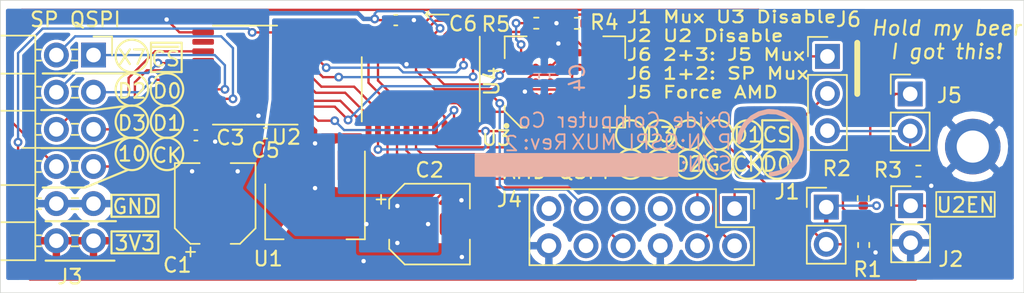
<source format=kicad_pcb>
(kicad_pcb (version 20171130) (host pcbnew "(5.1.10)-1")

  (general
    (thickness 1.6)
    (drawings 78)
    (tracks 344)
    (zones 0)
    (modules 23)
    (nets 57)
  )

  (page A4)
  (layers
    (0 F.Cu signal hide)
    (31 B.Cu signal hide)
    (32 B.Adhes user hide)
    (33 F.Adhes user hide)
    (34 B.Paste user hide)
    (35 F.Paste user hide)
    (36 B.SilkS user)
    (37 F.SilkS user hide)
    (38 B.Mask user hide)
    (39 F.Mask user hide)
    (40 Dwgs.User user hide)
    (41 Cmts.User user)
    (42 Eco1.User user)
    (43 Eco2.User user)
    (44 Edge.Cuts user)
    (45 Margin user)
    (46 B.CrtYd user)
    (47 F.CrtYd user)
    (48 B.Fab user)
    (49 F.Fab user hide)
  )

  (setup
    (last_trace_width 0.16)
    (trace_clearance 0.1)
    (zone_clearance 0.2)
    (zone_45_only no)
    (trace_min 0.16)
    (via_size 0.6)
    (via_drill 0.3)
    (via_min_size 0.5)
    (via_min_drill 0.2)
    (uvia_size 0.3)
    (uvia_drill 0.1)
    (uvias_allowed no)
    (uvia_min_size 0.2)
    (uvia_min_drill 0.1)
    (edge_width 0.05)
    (segment_width 0.2)
    (pcb_text_width 0.3)
    (pcb_text_size 1.5 1.5)
    (mod_edge_width 0.12)
    (mod_text_size 1 1)
    (mod_text_width 0.15)
    (pad_size 1.524 1.524)
    (pad_drill 0.762)
    (pad_to_mask_clearance 0)
    (aux_axis_origin 0 0)
    (visible_elements 7FFFFFFF)
    (pcbplotparams
      (layerselection 0x010fc_ffffffff)
      (usegerberextensions false)
      (usegerberattributes false)
      (usegerberadvancedattributes false)
      (creategerberjobfile true)
      (excludeedgelayer true)
      (linewidth 0.100000)
      (plotframeref false)
      (viasonmask false)
      (mode 1)
      (useauxorigin false)
      (hpglpennumber 1)
      (hpglpenspeed 20)
      (hpglpendiameter 15.000000)
      (psnegative false)
      (psa4output false)
      (plotreference true)
      (plotvalue true)
      (plotinvisibletext false)
      (padsonsilk false)
      (subtractmaskfromsilk false)
      (outputformat 1)
      (mirror false)
      (drillshape 0)
      (scaleselection 1)
      (outputdirectory "gerbers/"))
  )

  (net 0 "")
  (net 1 GNDREF)
  (net 2 +3V3)
  (net 3 +1V8)
  (net 4 /~SPI_MUX_EN_L)
  (net 5 /SP_TRANS_EN)
  (net 6 /SP_QSPI_XTRA10)
  (net 7 /SP_QSPI_CLK)
  (net 8 /SP_QSPI_IO3)
  (net 9 /SP_QSPI_IO1)
  (net 10 /SP_QSPI_IO2)
  (net 11 /SP_QSPI_IO0)
  (net 12 /SP_QSPI_XTRA7)
  (net 13 /~SP_QSPI_CS)
  (net 14 "Net-(J4-Pad11)")
  (net 15 "Net-(J4-Pad10)")
  (net 16 /SP3_QSPI_IO3)
  (net 17 /SP3_QSPI_IO2)
  (net 18 "Net-(J4-Pad7)")
  (net 19 "Net-(J4-Pad5)")
  (net 20 /SP3_QSPI_CLK)
  (net 21 /SP3_QSPI_IO1)
  (net 22 /SP3_QSPI_IO0)
  (net 23 /~SP3_QSPI_CS)
  (net 24 /MANUAL_MUX_SELECT)
  (net 25 /FLASH_MUX_SELECT)
  (net 26 /SPI_FLASH_DQ3)
  (net 27 /~SP_FLASH_RESET_L_1V8)
  (net 28 /SP_FLASH_DQ3_1V8)
  (net 29 /SP_FLASH_DQ2_1V8)
  (net 30 /SP_FLASH_DQ1_1V8)
  (net 31 /SP_FLASH_DQ0_1V8)
  (net 32 /~SP_FLASH_CS_L_1V8)
  (net 33 /SP_FLASH_CLK_1V8)
  (net 34 /SPI_FLASH_CLK)
  (net 35 /~SPI_FLASH_CS_L)
  (net 36 /SPI_FLASH_D0)
  (net 37 /SPI_FLASH_DQ1)
  (net 38 /SPI_FLASH_DQ2)
  (net 39 "Net-(U3-Pad3)")
  (net 40 "Net-(U4-PadE5)")
  (net 41 "Net-(U4-PadD5)")
  (net 42 "Net-(U4-PadC5)")
  (net 43 "Net-(U4-PadB5)")
  (net 44 "Net-(U4-PadA5)")
  (net 45 "Net-(U4-PadE4)")
  (net 46 "Net-(U4-PadE3)")
  (net 47 "Net-(U4-PadC3)")
  (net 48 "Net-(U4-PadA3)")
  (net 49 "Net-(U4-PadE2)")
  (net 50 "Net-(U4-PadA2)")
  (net 51 "Net-(U4-PadE1)")
  (net 52 "Net-(U4-PadD1)")
  (net 53 "Net-(U4-PadC1)")
  (net 54 "Net-(U4-PadB1)")
  (net 55 "Net-(U2-Pad12)")
  (net 56 "Net-(U2-Pad9)")

  (net_class Default "This is the default net class."
    (clearance 0.1)
    (trace_width 0.16)
    (via_dia 0.6)
    (via_drill 0.3)
    (uvia_dia 0.3)
    (uvia_drill 0.1)
    (add_net +1V8)
    (add_net +3V3)
    (add_net /FLASH_MUX_SELECT)
    (add_net /MANUAL_MUX_SELECT)
    (add_net /SP3_QSPI_CLK)
    (add_net /SP3_QSPI_IO0)
    (add_net /SP3_QSPI_IO1)
    (add_net /SP3_QSPI_IO2)
    (add_net /SP3_QSPI_IO3)
    (add_net /SPI_FLASH_CLK)
    (add_net /SPI_FLASH_D0)
    (add_net /SPI_FLASH_DQ1)
    (add_net /SPI_FLASH_DQ2)
    (add_net /SPI_FLASH_DQ3)
    (add_net /SP_FLASH_CLK_1V8)
    (add_net /SP_FLASH_DQ0_1V8)
    (add_net /SP_FLASH_DQ1_1V8)
    (add_net /SP_FLASH_DQ2_1V8)
    (add_net /SP_FLASH_DQ3_1V8)
    (add_net /SP_QSPI_CLK)
    (add_net /SP_QSPI_IO0)
    (add_net /SP_QSPI_IO1)
    (add_net /SP_QSPI_IO2)
    (add_net /SP_QSPI_IO3)
    (add_net /SP_QSPI_XTRA10)
    (add_net /SP_QSPI_XTRA7)
    (add_net /SP_TRANS_EN)
    (add_net /~SP3_QSPI_CS)
    (add_net /~SPI_FLASH_CS_L)
    (add_net /~SPI_MUX_EN_L)
    (add_net /~SP_FLASH_CS_L_1V8)
    (add_net /~SP_FLASH_RESET_L_1V8)
    (add_net /~SP_QSPI_CS)
    (add_net GNDREF)
    (add_net "Net-(J4-Pad10)")
    (add_net "Net-(J4-Pad11)")
    (add_net "Net-(J4-Pad5)")
    (add_net "Net-(J4-Pad7)")
    (add_net "Net-(U2-Pad12)")
    (add_net "Net-(U2-Pad9)")
    (add_net "Net-(U3-Pad3)")
    (add_net "Net-(U4-PadA2)")
    (add_net "Net-(U4-PadA3)")
    (add_net "Net-(U4-PadA5)")
    (add_net "Net-(U4-PadB1)")
    (add_net "Net-(U4-PadB5)")
    (add_net "Net-(U4-PadC1)")
    (add_net "Net-(U4-PadC3)")
    (add_net "Net-(U4-PadC5)")
    (add_net "Net-(U4-PadD1)")
    (add_net "Net-(U4-PadD5)")
    (add_net "Net-(U4-PadE1)")
    (add_net "Net-(U4-PadE2)")
    (add_net "Net-(U4-PadE3)")
    (add_net "Net-(U4-PadE4)")
    (add_net "Net-(U4-PadE5)")
  )

  (module spimux:BGA-25_5x5_6.0x8.0mm (layer F.Cu) (tedit 6109AA95) (tstamp 60F193B3)
    (at 138.61 95.58 90)
    (path /60EEE84D)
    (attr smd)
    (fp_text reference U4 (at 0.04 -5 90) (layer F.SilkS)
      (effects (font (size 1 1) (thickness 0.15)))
    )
    (fp_text value MT25QU256ABA8E12 (at 0 4 90) (layer F.Fab)
      (effects (font (size 1 1) (thickness 0.15)))
    )
    (fp_line (start -2 -4) (end -3 -3) (layer F.Fab) (width 0.1))
    (fp_line (start -3 -3) (end -3 4) (layer F.Fab) (width 0.1))
    (fp_line (start -3 4) (end 3 4) (layer F.Fab) (width 0.1))
    (fp_line (start 3 4) (end 3 -4) (layer F.Fab) (width 0.1))
    (fp_line (start 3 -4) (end -2 -4) (layer F.Fab) (width 0.1))
    (fp_line (start 1.62 -4.12) (end 3.12 -4.12) (layer F.SilkS) (width 0.12))
    (fp_line (start 1.62 4.12) (end 3.12 4.12) (layer F.SilkS) (width 0.12))
    (fp_line (start 3.12 4.12) (end 3.12 2.62) (layer F.SilkS) (width 0.12))
    (fp_line (start 3.12 -4.12) (end 3.12 -2.62) (layer F.SilkS) (width 0.12))
    (fp_line (start -1.62 4.12) (end -3.12 4.12) (layer F.SilkS) (width 0.12))
    (fp_line (start -3.12 4.12) (end -3.12 2.62) (layer F.SilkS) (width 0.12))
    (fp_line (start -1.62 -4.12) (end -2 -4.12) (layer F.SilkS) (width 0.12))
    (fp_line (start -2 -4.12) (end -3.12 -3) (layer F.SilkS) (width 0.12))
    (fp_line (start -3.12 -3) (end -3.12 -2.62) (layer F.SilkS) (width 0.12))
    (fp_circle (center -3 -4) (end -2.9 -4) (layer F.SilkS) (width 0.2))
    (fp_line (start -3.25 -4.25) (end 3.25 -4.25) (layer F.CrtYd) (width 0.05))
    (fp_line (start 3.25 -4.25) (end 3.25 4.25) (layer F.CrtYd) (width 0.05))
    (fp_line (start 3.25 4.25) (end -3.25 4.25) (layer F.CrtYd) (width 0.05))
    (fp_line (start -3.25 4.25) (end -3.25 -4.25) (layer F.CrtYd) (width 0.05))
    (pad E5 smd circle (at 2 2 90) (size 0.5 0.5) (layers F.Cu F.Paste F.Mask)
      (net 40 "Net-(U4-PadE5)"))
    (pad D5 smd circle (at 2 1 90) (size 0.5 0.5) (layers F.Cu F.Paste F.Mask)
      (net 41 "Net-(U4-PadD5)"))
    (pad C5 smd circle (at 2 0 90) (size 0.5 0.5) (layers F.Cu F.Paste F.Mask)
      (net 42 "Net-(U4-PadC5)"))
    (pad B5 smd circle (at 2 -1 90) (size 0.5 0.5) (layers F.Cu F.Paste F.Mask)
      (net 43 "Net-(U4-PadB5)"))
    (pad A5 smd circle (at 2 -2 90) (size 0.5 0.5) (layers F.Cu F.Paste F.Mask)
      (net 44 "Net-(U4-PadA5)"))
    (pad E4 smd circle (at 1 2 90) (size 0.5 0.5) (layers F.Cu F.Paste F.Mask)
      (net 45 "Net-(U4-PadE4)"))
    (pad D4 smd circle (at 1 1 90) (size 0.5 0.5) (layers F.Cu F.Paste F.Mask)
      (net 26 /SPI_FLASH_DQ3))
    (pad C4 smd circle (at 1 0 90) (size 0.5 0.5) (layers F.Cu F.Paste F.Mask)
      (net 38 /SPI_FLASH_DQ2))
    (pad B4 smd circle (at 1 -1 90) (size 0.5 0.5) (layers F.Cu F.Paste F.Mask)
      (net 3 +1V8))
    (pad A4 smd circle (at 1 -2 90) (size 0.5 0.5) (layers F.Cu F.Paste F.Mask)
      (net 27 /~SP_FLASH_RESET_L_1V8))
    (pad E3 smd circle (at 0 2 90) (size 0.5 0.5) (layers F.Cu F.Paste F.Mask)
      (net 46 "Net-(U4-PadE3)"))
    (pad D3 smd circle (at 0 1 90) (size 0.5 0.5) (layers F.Cu F.Paste F.Mask)
      (net 36 /SPI_FLASH_D0))
    (pad C3 smd circle (at 0 0 90) (size 0.5 0.5) (layers F.Cu F.Paste F.Mask)
      (net 47 "Net-(U4-PadC3)"))
    (pad B3 smd circle (at 0 -1 90) (size 0.5 0.5) (layers F.Cu F.Paste F.Mask)
      (net 1 GNDREF))
    (pad A3 smd circle (at 0 -2 90) (size 0.5 0.5) (layers F.Cu F.Paste F.Mask)
      (net 48 "Net-(U4-PadA3)"))
    (pad E2 smd circle (at -1 2 90) (size 0.5 0.5) (layers F.Cu F.Paste F.Mask)
      (net 49 "Net-(U4-PadE2)"))
    (pad D2 smd circle (at -1 1 90) (size 0.5 0.5) (layers F.Cu F.Paste F.Mask)
      (net 37 /SPI_FLASH_DQ1))
    (pad C2 smd circle (at -1 0 90) (size 0.5 0.5) (layers F.Cu F.Paste F.Mask)
      (net 35 /~SPI_FLASH_CS_L))
    (pad B2 smd circle (at -1 -1 90) (size 0.5 0.5) (layers F.Cu F.Paste F.Mask)
      (net 34 /SPI_FLASH_CLK))
    (pad A2 smd circle (at -1 -2 90) (size 0.5 0.5) (layers F.Cu F.Paste F.Mask)
      (net 50 "Net-(U4-PadA2)"))
    (pad E1 smd circle (at -2 2 90) (size 0.5 0.5) (layers F.Cu F.Paste F.Mask)
      (net 51 "Net-(U4-PadE1)"))
    (pad D1 smd circle (at -2 1 90) (size 0.5 0.5) (layers F.Cu F.Paste F.Mask)
      (net 52 "Net-(U4-PadD1)"))
    (pad C1 smd circle (at -2 0 90) (size 0.5 0.5) (layers F.Cu F.Paste F.Mask)
      (net 53 "Net-(U4-PadC1)"))
    (pad B1 smd circle (at -2 -1 90) (size 0.5 0.5) (layers F.Cu F.Paste F.Mask)
      (net 54 "Net-(U4-PadB1)"))
  )

  (module Package_SO:TSSOP-20_4.4x6.5mm_P0.65mm (layer F.Cu) (tedit 5E476F32) (tstamp 610A28CA)
    (at 116.73 95.11 180)
    (descr "TSSOP, 20 Pin (JEDEC MO-153 Var AC https://www.jedec.org/document_search?search_api_views_fulltext=MO-153), generated with kicad-footprint-generator ipc_gullwing_generator.py")
    (tags "TSSOP SO")
    (path /610B68DB)
    (attr smd)
    (fp_text reference U2 (at -2.83 -4.24) (layer F.SilkS)
      (effects (font (size 1 1) (thickness 0.15)))
    )
    (fp_text value ADG3308BRUZ (at 0 4.2) (layer F.Fab)
      (effects (font (size 1 1) (thickness 0.15)))
    )
    (fp_line (start 0 3.385) (end 2.2 3.385) (layer F.SilkS) (width 0.12))
    (fp_line (start 0 3.385) (end -2.2 3.385) (layer F.SilkS) (width 0.12))
    (fp_line (start 0 -3.385) (end 2.2 -3.385) (layer F.SilkS) (width 0.12))
    (fp_line (start 0 -3.385) (end -3.6 -3.385) (layer F.SilkS) (width 0.12))
    (fp_line (start -1.2 -3.25) (end 2.2 -3.25) (layer F.Fab) (width 0.1))
    (fp_line (start 2.2 -3.25) (end 2.2 3.25) (layer F.Fab) (width 0.1))
    (fp_line (start 2.2 3.25) (end -2.2 3.25) (layer F.Fab) (width 0.1))
    (fp_line (start -2.2 3.25) (end -2.2 -2.25) (layer F.Fab) (width 0.1))
    (fp_line (start -2.2 -2.25) (end -1.2 -3.25) (layer F.Fab) (width 0.1))
    (fp_line (start -3.85 -3.5) (end -3.85 3.5) (layer F.CrtYd) (width 0.05))
    (fp_line (start -3.85 3.5) (end 3.85 3.5) (layer F.CrtYd) (width 0.05))
    (fp_line (start 3.85 3.5) (end 3.85 -3.5) (layer F.CrtYd) (width 0.05))
    (fp_line (start 3.85 -3.5) (end -3.85 -3.5) (layer F.CrtYd) (width 0.05))
    (fp_text user %R (at 0 0) (layer F.Fab)
      (effects (font (size 1 1) (thickness 0.15)))
    )
    (pad 20 smd roundrect (at 2.8625 -2.925 180) (size 1.475 0.4) (layers F.Cu F.Paste F.Mask) (roundrect_rratio 0.25)
      (net 2 +3V3))
    (pad 19 smd roundrect (at 2.8625 -2.275 180) (size 1.475 0.4) (layers F.Cu F.Paste F.Mask) (roundrect_rratio 0.25)
      (net 7 /SP_QSPI_CLK))
    (pad 18 smd roundrect (at 2.8625 -1.625 180) (size 1.475 0.4) (layers F.Cu F.Paste F.Mask) (roundrect_rratio 0.25)
      (net 12 /SP_QSPI_XTRA7))
    (pad 17 smd roundrect (at 2.8625 -0.975 180) (size 1.475 0.4) (layers F.Cu F.Paste F.Mask) (roundrect_rratio 0.25)
      (net 13 /~SP_QSPI_CS))
    (pad 16 smd roundrect (at 2.8625 -0.325 180) (size 1.475 0.4) (layers F.Cu F.Paste F.Mask) (roundrect_rratio 0.25)
      (net 11 /SP_QSPI_IO0))
    (pad 15 smd roundrect (at 2.8625 0.325 180) (size 1.475 0.4) (layers F.Cu F.Paste F.Mask) (roundrect_rratio 0.25)
      (net 9 /SP_QSPI_IO1))
    (pad 14 smd roundrect (at 2.8625 0.975 180) (size 1.475 0.4) (layers F.Cu F.Paste F.Mask) (roundrect_rratio 0.25)
      (net 10 /SP_QSPI_IO2))
    (pad 13 smd roundrect (at 2.8625 1.625 180) (size 1.475 0.4) (layers F.Cu F.Paste F.Mask) (roundrect_rratio 0.25)
      (net 8 /SP_QSPI_IO3))
    (pad 12 smd roundrect (at 2.8625 2.275 180) (size 1.475 0.4) (layers F.Cu F.Paste F.Mask) (roundrect_rratio 0.25)
      (net 55 "Net-(U2-Pad12)"))
    (pad 11 smd roundrect (at 2.8625 2.925 180) (size 1.475 0.4) (layers F.Cu F.Paste F.Mask) (roundrect_rratio 0.25)
      (net 1 GNDREF))
    (pad 10 smd roundrect (at -2.8625 2.925 180) (size 1.475 0.4) (layers F.Cu F.Paste F.Mask) (roundrect_rratio 0.25)
      (net 5 /SP_TRANS_EN))
    (pad 9 smd roundrect (at -2.8625 2.275 180) (size 1.475 0.4) (layers F.Cu F.Paste F.Mask) (roundrect_rratio 0.25)
      (net 56 "Net-(U2-Pad9)"))
    (pad 8 smd roundrect (at -2.8625 1.625 180) (size 1.475 0.4) (layers F.Cu F.Paste F.Mask) (roundrect_rratio 0.25)
      (net 28 /SP_FLASH_DQ3_1V8))
    (pad 7 smd roundrect (at -2.8625 0.975 180) (size 1.475 0.4) (layers F.Cu F.Paste F.Mask) (roundrect_rratio 0.25)
      (net 29 /SP_FLASH_DQ2_1V8))
    (pad 6 smd roundrect (at -2.8625 0.325 180) (size 1.475 0.4) (layers F.Cu F.Paste F.Mask) (roundrect_rratio 0.25)
      (net 30 /SP_FLASH_DQ1_1V8))
    (pad 5 smd roundrect (at -2.8625 -0.325 180) (size 1.475 0.4) (layers F.Cu F.Paste F.Mask) (roundrect_rratio 0.25)
      (net 31 /SP_FLASH_DQ0_1V8))
    (pad 4 smd roundrect (at -2.8625 -0.975 180) (size 1.475 0.4) (layers F.Cu F.Paste F.Mask) (roundrect_rratio 0.25)
      (net 32 /~SP_FLASH_CS_L_1V8))
    (pad 3 smd roundrect (at -2.8625 -1.625 180) (size 1.475 0.4) (layers F.Cu F.Paste F.Mask) (roundrect_rratio 0.25)
      (net 27 /~SP_FLASH_RESET_L_1V8))
    (pad 2 smd roundrect (at -2.8625 -2.275 180) (size 1.475 0.4) (layers F.Cu F.Paste F.Mask) (roundrect_rratio 0.25)
      (net 33 /SP_FLASH_CLK_1V8))
    (pad 1 smd roundrect (at -2.8625 -2.925 180) (size 1.475 0.4) (layers F.Cu F.Paste F.Mask) (roundrect_rratio 0.25)
      (net 3 +1V8))
    (model ${KISYS3DMOD}/Package_SO.3dshapes/TSSOP-20_4.4x6.5mm_P0.65mm.wrl
      (at (xyz 0 0 0))
      (scale (xyz 1 1 1))
      (rotate (xyz 0 0 0))
    )
  )

  (module grumpy:Oxide_Board_Identifier_23x6mm (layer B.Cu) (tedit 5FD27B71) (tstamp 60F27540)
    (at 152.7 99.7 180)
    (attr virtual)
    (fp_text reference G*** (at 0 0) (layer B.SilkS) hide
      (effects (font (size 1.524 1.524) (thickness 0.3)) (justify mirror))
    )
    (fp_text value "QSPI MUX" (at 6.2 0) (layer B.SilkS)
      (effects (font (size 1 1) (thickness 0.127)) (justify left mirror))
    )
    (fp_poly (pts (xy 0.704515 2.45469) (xy 1.218284 2.451747) (xy 1.60456 2.444981) (xy 1.884261 2.432873)
      (xy 2.078307 2.413899) (xy 2.207617 2.38654) (xy 2.29311 2.349273) (xy 2.355705 2.300577)
      (xy 2.370667 2.286) (xy 2.422552 2.225915) (xy 2.462617 2.14832) (xy 2.492382 2.032294)
      (xy 2.51337 1.856921) (xy 2.527101 1.601279) (xy 2.535097 1.244451) (xy 2.53888 0.765516)
      (xy 2.53997 0.143557) (xy 2.54 -0.042333) (xy 2.539357 -0.704515) (xy 2.536413 -1.218284)
      (xy 2.529648 -1.60456) (xy 2.517539 -1.884261) (xy 2.498566 -2.078307) (xy 2.471206 -2.207617)
      (xy 2.433939 -2.29311) (xy 2.385244 -2.355705) (xy 2.370667 -2.370667) (xy 2.310581 -2.422552)
      (xy 2.232986 -2.462617) (xy 2.116961 -2.492382) (xy 1.941587 -2.51337) (xy 1.685945 -2.527101)
      (xy 1.329117 -2.535097) (xy 0.850183 -2.53888) (xy 0.228224 -2.53997) (xy 0.042333 -2.54)
      (xy -0.619848 -2.539357) (xy -1.133618 -2.536413) (xy -1.519893 -2.529648) (xy -1.799595 -2.517539)
      (xy -1.993641 -2.498566) (xy -2.122951 -2.471206) (xy -2.208444 -2.433939) (xy -2.271038 -2.385244)
      (xy -2.286 -2.370667) (xy -2.337886 -2.310581) (xy -2.37795 -2.232986) (xy -2.407716 -2.116961)
      (xy -2.428703 -1.941587) (xy -2.442435 -1.685945) (xy -2.450431 -1.329117) (xy -2.454213 -0.850183)
      (xy -2.455303 -0.228224) (xy -2.455333 -0.042333) (xy -2.455161 0.135609) (xy -2.192676 0.135609)
      (xy -2.17935 -0.367728) (xy -2.05871 -0.858021) (xy -1.828494 -1.313049) (xy -1.486437 -1.710592)
      (xy -1.030277 -2.028428) (xy -0.593215 -2.206892) (xy -0.329786 -2.263933) (xy -0.087098 -2.279007)
      (xy 0.088442 -2.253785) (xy 0.107406 -2.23425) (xy 0.423333 -2.23425) (xy 0.472895 -2.293263)
      (xy 0.60785 -2.232464) (xy 0.807605 -2.064105) (xy 0.941232 -1.926167) (xy 1.270472 -1.566333)
      (xy 1.590045 -1.926167) (xy 1.806858 -2.143318) (xy 1.982616 -2.269271) (xy 2.092403 -2.289451)
      (xy 2.116667 -2.23425) (xy 2.06634 -2.147365) (xy 1.935048 -1.971855) (xy 1.770116 -1.768583)
      (xy 1.423565 -1.354667) (xy 1.772554 -0.937837) (xy 1.96367 -0.685071) (xy 2.043768 -0.519579)
      (xy 2.028805 -0.463692) (xy 1.925292 -0.429149) (xy 1.908551 -0.436022) (xy 1.843517 -0.512409)
      (xy 1.705078 -0.677845) (xy 1.582158 -0.825562) (xy 1.283281 -1.185458) (xy 0.947994 -0.793206)
      (xy 0.742611 -0.57978) (xy 0.584158 -0.467212) (xy 0.515582 -0.460981) (xy 0.507116 -0.559812)
      (xy 0.629644 -0.763656) (xy 0.767445 -0.937837) (xy 1.116435 -1.354667) (xy 0.769884 -1.768583)
      (xy 0.590583 -1.990253) (xy 0.465372 -2.15941) (xy 0.423333 -2.23425) (xy 0.107406 -2.23425)
      (xy 0.150426 -2.189938) (xy 0.148179 -2.180205) (xy 0.050205 -2.106562) (xy -0.157891 -2.040652)
      (xy -0.281971 -2.017925) (xy -0.806891 -1.866417) (xy -1.244611 -1.591257) (xy -1.586605 -1.218739)
      (xy -1.824348 -0.775157) (xy -1.949313 -0.286806) (xy -1.952977 0.22002) (xy -1.826812 0.719026)
      (xy -1.562295 1.183918) (xy -1.385455 1.385455) (xy -0.934772 1.724574) (xy -0.425358 1.920044)
      (xy 0.111358 1.971545) (xy 0.643942 1.87876) (xy 1.140963 1.641372) (xy 1.42539 1.413876)
      (xy 1.756545 1.021913) (xy 1.951767 0.591173) (xy 2.019743 0.269259) (xy 2.078874 0.017716)
      (xy 2.15599 -0.126666) (xy 2.229526 -0.14928) (xy 2.277916 -0.035525) (xy 2.286 0.088955)
      (xy 2.228139 0.561312) (xy 2.043387 0.993732) (xy 1.714987 1.422014) (xy 1.611977 1.529126)
      (xy 1.18701 1.890004) (xy 0.756202 2.104977) (xy 0.271262 2.192068) (xy -0.145819 2.185164)
      (xy -0.728837 2.070208) (xy -1.218122 1.834969) (xy -1.611413 1.501669) (xy -1.906444 1.092528)
      (xy -2.100953 0.629768) (xy -2.192676 0.135609) (xy -2.455161 0.135609) (xy -2.45469 0.619848)
      (xy -2.451747 1.133618) (xy -2.444981 1.519893) (xy -2.432873 1.799595) (xy -2.413899 1.993641)
      (xy -2.38654 2.122951) (xy -2.349273 2.208444) (xy -2.300577 2.271038) (xy -2.286 2.286)
      (xy -2.225915 2.337886) (xy -2.14832 2.37795) (xy -2.032294 2.407716) (xy -1.856921 2.428703)
      (xy -1.601279 2.442435) (xy -1.244451 2.450431) (xy -0.765516 2.454213) (xy -0.143557 2.455303)
      (xy 0.042333 2.455333) (xy 0.704515 2.45469)) (layer B.Cu) (width 0.01))
    (fp_poly (pts (xy 0.704515 2.45469) (xy 1.218284 2.451747) (xy 1.60456 2.444981) (xy 1.884261 2.432873)
      (xy 2.078307 2.413899) (xy 2.207617 2.38654) (xy 2.29311 2.349273) (xy 2.355705 2.300577)
      (xy 2.370667 2.286) (xy 2.422552 2.225915) (xy 2.462617 2.14832) (xy 2.492382 2.032294)
      (xy 2.51337 1.856921) (xy 2.527101 1.601279) (xy 2.535097 1.244451) (xy 2.53888 0.765516)
      (xy 2.53997 0.143557) (xy 2.54 -0.042333) (xy 2.539357 -0.704515) (xy 2.536413 -1.218284)
      (xy 2.529648 -1.60456) (xy 2.517539 -1.884261) (xy 2.498566 -2.078307) (xy 2.471206 -2.207617)
      (xy 2.433939 -2.29311) (xy 2.385244 -2.355705) (xy 2.370667 -2.370667) (xy 2.310581 -2.422552)
      (xy 2.232986 -2.462617) (xy 2.116961 -2.492382) (xy 1.941587 -2.51337) (xy 1.685945 -2.527101)
      (xy 1.329117 -2.535097) (xy 0.850183 -2.53888) (xy 0.228224 -2.53997) (xy 0.042333 -2.54)
      (xy -0.619848 -2.539357) (xy -1.133618 -2.536413) (xy -1.519893 -2.529648) (xy -1.799595 -2.517539)
      (xy -1.993641 -2.498566) (xy -2.122951 -2.471206) (xy -2.208444 -2.433939) (xy -2.271038 -2.385244)
      (xy -2.286 -2.370667) (xy -2.337886 -2.310581) (xy -2.37795 -2.232986) (xy -2.407716 -2.116961)
      (xy -2.428703 -1.941587) (xy -2.442435 -1.685945) (xy -2.450431 -1.329117) (xy -2.454213 -0.850183)
      (xy -2.455303 -0.228224) (xy -2.455333 -0.042333) (xy -2.455161 0.135609) (xy -2.192676 0.135609)
      (xy -2.17935 -0.367728) (xy -2.05871 -0.858021) (xy -1.828494 -1.313049) (xy -1.486437 -1.710592)
      (xy -1.030277 -2.028428) (xy -0.593215 -2.206892) (xy -0.329786 -2.263933) (xy -0.087098 -2.279007)
      (xy 0.088442 -2.253785) (xy 0.107406 -2.23425) (xy 0.423333 -2.23425) (xy 0.472895 -2.293263)
      (xy 0.60785 -2.232464) (xy 0.807605 -2.064105) (xy 0.941232 -1.926167) (xy 1.270472 -1.566333)
      (xy 1.590045 -1.926167) (xy 1.806858 -2.143318) (xy 1.982616 -2.269271) (xy 2.092403 -2.289451)
      (xy 2.116667 -2.23425) (xy 2.06634 -2.147365) (xy 1.935048 -1.971855) (xy 1.770116 -1.768583)
      (xy 1.423565 -1.354667) (xy 1.772554 -0.937837) (xy 1.96367 -0.685071) (xy 2.043768 -0.519579)
      (xy 2.028805 -0.463692) (xy 1.925292 -0.429149) (xy 1.908551 -0.436022) (xy 1.843517 -0.512409)
      (xy 1.705078 -0.677845) (xy 1.582158 -0.825562) (xy 1.283281 -1.185458) (xy 0.947994 -0.793206)
      (xy 0.742611 -0.57978) (xy 0.584158 -0.467212) (xy 0.515582 -0.460981) (xy 0.507116 -0.559812)
      (xy 0.629644 -0.763656) (xy 0.767445 -0.937837) (xy 1.116435 -1.354667) (xy 0.769884 -1.768583)
      (xy 0.590583 -1.990253) (xy 0.465372 -2.15941) (xy 0.423333 -2.23425) (xy 0.107406 -2.23425)
      (xy 0.150426 -2.189938) (xy 0.148179 -2.180205) (xy 0.050205 -2.106562) (xy -0.157891 -2.040652)
      (xy -0.281971 -2.017925) (xy -0.806891 -1.866417) (xy -1.244611 -1.591257) (xy -1.586605 -1.218739)
      (xy -1.824348 -0.775157) (xy -1.949313 -0.286806) (xy -1.952977 0.22002) (xy -1.826812 0.719026)
      (xy -1.562295 1.183918) (xy -1.385455 1.385455) (xy -0.934772 1.724574) (xy -0.425358 1.920044)
      (xy 0.111358 1.971545) (xy 0.643942 1.87876) (xy 1.140963 1.641372) (xy 1.42539 1.413876)
      (xy 1.756545 1.021913) (xy 1.951767 0.591173) (xy 2.019743 0.269259) (xy 2.078874 0.017716)
      (xy 2.15599 -0.126666) (xy 2.229526 -0.14928) (xy 2.277916 -0.035525) (xy 2.286 0.088955)
      (xy 2.228139 0.561312) (xy 2.043387 0.993732) (xy 1.714987 1.422014) (xy 1.611977 1.529126)
      (xy 1.18701 1.890004) (xy 0.756202 2.104977) (xy 0.271262 2.192068) (xy -0.145819 2.185164)
      (xy -0.728837 2.070208) (xy -1.218122 1.834969) (xy -1.611413 1.501669) (xy -1.906444 1.092528)
      (xy -2.100953 0.629768) (xy -2.192676 0.135609) (xy -2.455161 0.135609) (xy -2.45469 0.619848)
      (xy -2.451747 1.133618) (xy -2.444981 1.519893) (xy -2.432873 1.799595) (xy -2.413899 1.993641)
      (xy -2.38654 2.122951) (xy -2.349273 2.208444) (xy -2.300577 2.271038) (xy -2.286 2.286)
      (xy -2.225915 2.337886) (xy -2.14832 2.37795) (xy -2.032294 2.407716) (xy -1.856921 2.428703)
      (xy -1.601279 2.442435) (xy -1.244451 2.450431) (xy -0.765516 2.454213) (xy -0.143557 2.455303)
      (xy 0.042333 2.455333) (xy 0.704515 2.45469)) (layer B.Mask) (width 0.01))
    (fp_poly (pts (xy 0.26235 2.25846) (xy 0.861672 2.106435) (xy 1.39325 1.810614) (xy 1.830187 1.389583)
      (xy 2.079847 1.002348) (xy 2.212608 0.680538) (xy 2.290443 0.364563) (xy 2.309486 0.094219)
      (xy 2.265874 -0.090695) (xy 2.191629 -0.149001) (xy 2.10004 -0.126875) (xy 2.042525 0.007935)
      (xy 2.011131 0.211197) (xy 1.873039 0.718964) (xy 1.596304 1.171625) (xy 1.209265 1.542198)
      (xy 0.740261 1.8037) (xy 0.21763 1.929151) (xy 0.20571 1.930179) (xy -0.353488 1.901078)
      (xy -0.852785 1.732163) (xy -1.276572 1.446299) (xy -1.609245 1.066347) (xy -1.835196 0.61517)
      (xy -1.93882 0.11563) (xy -1.904511 -0.409409) (xy -1.731528 -0.907817) (xy -1.443787 -1.325889)
      (xy -1.053018 -1.670791) (xy -0.602379 -1.914085) (xy -0.135028 -2.027331) (xy -0.025481 -2.032)
      (xy 0.130533 -2.067493) (xy 0.154375 -2.17315) (xy 0.110304 -2.283722) (xy 0.008504 -2.329613)
      (xy -0.189973 -2.318126) (xy -0.410907 -2.279151) (xy -0.978729 -2.086115) (xy -1.467913 -1.756207)
      (xy -1.858165 -1.311522) (xy -2.129191 -0.774153) (xy -2.248367 -0.278814) (xy -2.243722 0.288071)
      (xy -2.091749 0.824057) (xy -1.814218 1.307143) (xy -1.432902 1.715328) (xy -0.969569 2.02661)
      (xy -0.445993 2.218988) (xy 0.116058 2.27046) (xy 0.26235 2.25846)) (layer B.SilkS) (width 0.01))
    (fp_poly (pts (xy 20.2 -2.305) (xy 6.4 -2.305) (xy 6.4 -0.805) (xy 20.2 -0.805)) (layer B.SilkS) (width 0.127))
    (fp_line (start -2.6 3) (end 20.4 3) (layer B.CrtYd) (width 0.12))
    (fp_line (start 20.4 3) (end 20.4 -3) (layer B.CrtYd) (width 0.12))
    (fp_line (start 20.4 -3) (end -2.6 -3) (layer B.CrtYd) (width 0.12))
    (fp_line (start -2.6 -3) (end -2.6 3) (layer B.CrtYd) (width 0.12))
    (fp_text user 2 (at 17.2 -0.1) (layer B.SilkS)
      (effects (font (size 1 1) (thickness 0.127)) (justify left mirror))
    )
    (fp_text user Rev: (at 13.8 0) (layer B.SilkS)
      (effects (font (size 1 1) (thickness 0.127)) (justify left mirror))
    )
    (fp_text user "Oxide Computer Co" (at 2.6 1.5) (layer B.SilkS)
      (effects (font (size 1 1) (thickness 0.127)) (justify left mirror))
    )
    (fp_text user S/N: (at 2.6 -1.5) (layer B.SilkS)
      (effects (font (size 1 1) (thickness 0.127)) (justify left mirror))
    )
    (fp_text user P/N: (at 2.6 0) (layer B.SilkS)
      (effects (font (size 1 1) (thickness 0.127)) (justify left mirror))
    )
  )

  (module MountingHole:MountingHole_2.2mm_M2_DIN965_Pad (layer F.Cu) (tedit 56D1B4CB) (tstamp 60F1F0EA)
    (at 166.5 100)
    (descr "Mounting Hole 2.2mm, M2, DIN965")
    (tags "mounting hole 2.2mm m2 din965")
    (path /60F345F9)
    (attr virtual)
    (fp_text reference H1 (at 0 -2.9) (layer F.SilkS) hide
      (effects (font (size 1 1) (thickness 0.15)))
    )
    (fp_text value MountingHole_Pad (at 0 2.9) (layer F.Fab)
      (effects (font (size 1 1) (thickness 0.15)))
    )
    (fp_circle (center 0 0) (end 2.15 0) (layer F.CrtYd) (width 0.05))
    (fp_circle (center 0 0) (end 1.9 0) (layer Cmts.User) (width 0.15))
    (fp_text user %R (at 0.3 0) (layer F.Fab)
      (effects (font (size 1 1) (thickness 0.15)))
    )
    (pad 1 thru_hole circle (at 0 0) (size 3.8 3.8) (drill 2.2) (layers *.Cu *.Mask)
      (net 1 GNDREF))
  )

  (module Capacitor_SMD:C_0402_1005Metric (layer F.Cu) (tedit 5F68FEEE) (tstamp 60F1D552)
    (at 118.13 99.09 180)
    (descr "Capacitor SMD 0402 (1005 Metric), square (rectangular) end terminal, IPC_7351 nominal, (Body size source: IPC-SM-782 page 76, https://www.pcb-3d.com/wordpress/wp-content/uploads/ipc-sm-782a_amendment_1_and_2.pdf), generated with kicad-footprint-generator")
    (tags capacitor)
    (path /60F1A5F0)
    (attr smd)
    (fp_text reference C5 (at 0 -1.16) (layer F.SilkS)
      (effects (font (size 1 1) (thickness 0.15)))
    )
    (fp_text value 1uF (at 0 1.16) (layer F.Fab)
      (effects (font (size 1 1) (thickness 0.15)))
    )
    (fp_line (start 0.91 0.46) (end -0.91 0.46) (layer F.CrtYd) (width 0.05))
    (fp_line (start 0.91 -0.46) (end 0.91 0.46) (layer F.CrtYd) (width 0.05))
    (fp_line (start -0.91 -0.46) (end 0.91 -0.46) (layer F.CrtYd) (width 0.05))
    (fp_line (start -0.91 0.46) (end -0.91 -0.46) (layer F.CrtYd) (width 0.05))
    (fp_line (start -0.107836 0.36) (end 0.107836 0.36) (layer F.SilkS) (width 0.12))
    (fp_line (start -0.107836 -0.36) (end 0.107836 -0.36) (layer F.SilkS) (width 0.12))
    (fp_line (start 0.5 0.25) (end -0.5 0.25) (layer F.Fab) (width 0.1))
    (fp_line (start 0.5 -0.25) (end 0.5 0.25) (layer F.Fab) (width 0.1))
    (fp_line (start -0.5 -0.25) (end 0.5 -0.25) (layer F.Fab) (width 0.1))
    (fp_line (start -0.5 0.25) (end -0.5 -0.25) (layer F.Fab) (width 0.1))
    (fp_text user %R (at 0 0) (layer F.Fab)
      (effects (font (size 0.25 0.25) (thickness 0.04)))
    )
    (pad 2 smd roundrect (at 0.48 0 180) (size 0.56 0.62) (layers F.Cu F.Paste F.Mask) (roundrect_rratio 0.25)
      (net 1 GNDREF))
    (pad 1 smd roundrect (at -0.48 0 180) (size 0.56 0.62) (layers F.Cu F.Paste F.Mask) (roundrect_rratio 0.25)
      (net 3 +1V8))
    (model ${KISYS3DMOD}/Capacitor_SMD.3dshapes/C_0402_1005Metric.wrl
      (at (xyz 0 0 0))
      (scale (xyz 1 1 1))
      (rotate (xyz 0 0 0))
    )
  )

  (module Connector_PinHeader_2.54mm:PinHeader_2x06_P2.54mm_Vertical (layer F.Cu) (tedit 59FED5CC) (tstamp 60F191E6)
    (at 150.21 104.24 270)
    (descr "Through hole straight pin header, 2x06, 2.54mm pitch, double rows")
    (tags "Through hole pin header THT 2x06 2.54mm double row")
    (path /60FDDD89)
    (fp_text reference J4 (at -0.62 15.4 180) (layer F.SilkS)
      (effects (font (size 1 1) (thickness 0.15)))
    )
    (fp_text value Connector_Generic_Conn_02x06_Top_Bottom (at 1.27 15.03 90) (layer F.Fab)
      (effects (font (size 1 1) (thickness 0.15)))
    )
    (fp_line (start 0 -1.27) (end 3.81 -1.27) (layer F.Fab) (width 0.1))
    (fp_line (start 3.81 -1.27) (end 3.81 13.97) (layer F.Fab) (width 0.1))
    (fp_line (start 3.81 13.97) (end -1.27 13.97) (layer F.Fab) (width 0.1))
    (fp_line (start -1.27 13.97) (end -1.27 0) (layer F.Fab) (width 0.1))
    (fp_line (start -1.27 0) (end 0 -1.27) (layer F.Fab) (width 0.1))
    (fp_line (start -1.33 14.03) (end 3.87 14.03) (layer F.SilkS) (width 0.12))
    (fp_line (start -1.33 1.27) (end -1.33 14.03) (layer F.SilkS) (width 0.12))
    (fp_line (start 3.87 -1.33) (end 3.87 14.03) (layer F.SilkS) (width 0.12))
    (fp_line (start -1.33 1.27) (end 1.27 1.27) (layer F.SilkS) (width 0.12))
    (fp_line (start 1.27 1.27) (end 1.27 -1.33) (layer F.SilkS) (width 0.12))
    (fp_line (start 1.27 -1.33) (end 3.87 -1.33) (layer F.SilkS) (width 0.12))
    (fp_line (start -1.33 0) (end -1.33 -1.33) (layer F.SilkS) (width 0.12))
    (fp_line (start -1.33 -1.33) (end 0 -1.33) (layer F.SilkS) (width 0.12))
    (fp_line (start -1.8 -1.8) (end -1.8 14.5) (layer F.CrtYd) (width 0.05))
    (fp_line (start -1.8 14.5) (end 4.35 14.5) (layer F.CrtYd) (width 0.05))
    (fp_line (start 4.35 14.5) (end 4.35 -1.8) (layer F.CrtYd) (width 0.05))
    (fp_line (start 4.35 -1.8) (end -1.8 -1.8) (layer F.CrtYd) (width 0.05))
    (fp_text user %R (at 1.27 6.35) (layer F.Fab)
      (effects (font (size 1 1) (thickness 0.15)))
    )
    (pad 12 thru_hole oval (at 2.54 12.7 270) (size 1.7 1.7) (drill 1) (layers *.Cu *.Mask)
      (net 1 GNDREF))
    (pad 11 thru_hole oval (at 0 12.7 270) (size 1.7 1.7) (drill 1) (layers *.Cu *.Mask)
      (net 14 "Net-(J4-Pad11)"))
    (pad 10 thru_hole oval (at 2.54 10.16 270) (size 1.7 1.7) (drill 1) (layers *.Cu *.Mask)
      (net 15 "Net-(J4-Pad10)"))
    (pad 9 thru_hole oval (at 0 10.16 270) (size 1.7 1.7) (drill 1) (layers *.Cu *.Mask)
      (net 16 /SP3_QSPI_IO3))
    (pad 8 thru_hole oval (at 2.54 7.62 270) (size 1.7 1.7) (drill 1) (layers *.Cu *.Mask)
      (net 17 /SP3_QSPI_IO2))
    (pad 7 thru_hole oval (at 0 7.62 270) (size 1.7 1.7) (drill 1) (layers *.Cu *.Mask)
      (net 18 "Net-(J4-Pad7)"))
    (pad 6 thru_hole oval (at 2.54 5.08 270) (size 1.7 1.7) (drill 1) (layers *.Cu *.Mask)
      (net 1 GNDREF))
    (pad 5 thru_hole oval (at 0 5.08 270) (size 1.7 1.7) (drill 1) (layers *.Cu *.Mask)
      (net 19 "Net-(J4-Pad5)"))
    (pad 4 thru_hole oval (at 2.54 2.54 270) (size 1.7 1.7) (drill 1) (layers *.Cu *.Mask)
      (net 20 /SP3_QSPI_CLK))
    (pad 3 thru_hole oval (at 0 2.54 270) (size 1.7 1.7) (drill 1) (layers *.Cu *.Mask)
      (net 21 /SP3_QSPI_IO1))
    (pad 2 thru_hole oval (at 2.54 0 270) (size 1.7 1.7) (drill 1) (layers *.Cu *.Mask)
      (net 22 /SP3_QSPI_IO0))
    (pad 1 thru_hole rect (at 0 0 270) (size 1.7 1.7) (drill 1) (layers *.Cu *.Mask)
      (net 23 /~SP3_QSPI_CS))
    (model ${KISYS3DMOD}/Connector_PinHeader_2.54mm.3dshapes/PinHeader_2x06_P2.54mm_Vertical.wrl
      (at (xyz 0 0 0))
      (scale (xyz 1 1 1))
      (rotate (xyz 0 0 0))
    )
  )

  (module Package_SO:TSSOP-24_4.4x7.8mm_P0.65mm (layer F.Cu) (tedit 5E476F32) (tstamp 60F19095)
    (at 128.75 96.08 270)
    (descr "TSSOP, 24 Pin (JEDEC MO-153 Var AD https://www.jedec.org/document_search?search_api_views_fulltext=MO-153), generated with kicad-footprint-generator ipc_gullwing_generator.py")
    (tags "TSSOP SO")
    (path /60EDF7A1)
    (attr smd)
    (fp_text reference U3 (at 3.35 -5.17 180) (layer F.SilkS)
      (effects (font (size 1 1) (thickness 0.15)))
    )
    (fp_text value TS3A27518EPW (at 0 4.85 90) (layer F.Fab)
      (effects (font (size 1 1) (thickness 0.15)))
    )
    (fp_line (start 0 4.035) (end 2.2 4.035) (layer F.SilkS) (width 0.12))
    (fp_line (start 0 4.035) (end -2.2 4.035) (layer F.SilkS) (width 0.12))
    (fp_line (start 0 -4.035) (end 2.2 -4.035) (layer F.SilkS) (width 0.12))
    (fp_line (start 0 -4.035) (end -3.6 -4.035) (layer F.SilkS) (width 0.12))
    (fp_line (start -1.2 -3.9) (end 2.2 -3.9) (layer F.Fab) (width 0.1))
    (fp_line (start 2.2 -3.9) (end 2.2 3.9) (layer F.Fab) (width 0.1))
    (fp_line (start 2.2 3.9) (end -2.2 3.9) (layer F.Fab) (width 0.1))
    (fp_line (start -2.2 3.9) (end -2.2 -2.9) (layer F.Fab) (width 0.1))
    (fp_line (start -2.2 -2.9) (end -1.2 -3.9) (layer F.Fab) (width 0.1))
    (fp_line (start -3.85 -4.15) (end -3.85 4.15) (layer F.CrtYd) (width 0.05))
    (fp_line (start -3.85 4.15) (end 3.85 4.15) (layer F.CrtYd) (width 0.05))
    (fp_line (start 3.85 4.15) (end 3.85 -4.15) (layer F.CrtYd) (width 0.05))
    (fp_line (start 3.85 -4.15) (end -3.85 -4.15) (layer F.CrtYd) (width 0.05))
    (fp_text user %R (at 0 0 90) (layer F.Fab)
      (effects (font (size 1 1) (thickness 0.15)))
    )
    (pad 24 smd roundrect (at 2.8625 -3.575 270) (size 1.475 0.4) (layers F.Cu F.Paste F.Mask) (roundrect_rratio 0.25)
      (net 25 /FLASH_MUX_SELECT))
    (pad 23 smd roundrect (at 2.8625 -2.925 270) (size 1.475 0.4) (layers F.Cu F.Paste F.Mask) (roundrect_rratio 0.25)
      (net 30 /SP_FLASH_DQ1_1V8))
    (pad 22 smd roundrect (at 2.8625 -2.275 270) (size 1.475 0.4) (layers F.Cu F.Paste F.Mask) (roundrect_rratio 0.25)
      (net 33 /SP_FLASH_CLK_1V8))
    (pad 21 smd roundrect (at 2.8625 -1.625 270) (size 1.475 0.4) (layers F.Cu F.Paste F.Mask) (roundrect_rratio 0.25)
      (net 31 /SP_FLASH_DQ0_1V8))
    (pad 20 smd roundrect (at 2.8625 -0.975 270) (size 1.475 0.4) (layers F.Cu F.Paste F.Mask) (roundrect_rratio 0.25)
      (net 4 /~SPI_MUX_EN_L))
    (pad 19 smd roundrect (at 2.8625 -0.325 270) (size 1.475 0.4) (layers F.Cu F.Paste F.Mask) (roundrect_rratio 0.25)
      (net 32 /~SP_FLASH_CS_L_1V8))
    (pad 18 smd roundrect (at 2.8625 0.325 270) (size 1.475 0.4) (layers F.Cu F.Paste F.Mask) (roundrect_rratio 0.25)
      (net 23 /~SP3_QSPI_CS))
    (pad 17 smd roundrect (at 2.8625 0.975 270) (size 1.475 0.4) (layers F.Cu F.Paste F.Mask) (roundrect_rratio 0.25)
      (net 22 /SP3_QSPI_IO0))
    (pad 16 smd roundrect (at 2.8625 1.625 270) (size 1.475 0.4) (layers F.Cu F.Paste F.Mask) (roundrect_rratio 0.25)
      (net 20 /SP3_QSPI_CLK))
    (pad 15 smd roundrect (at 2.8625 2.275 270) (size 1.475 0.4) (layers F.Cu F.Paste F.Mask) (roundrect_rratio 0.25)
      (net 21 /SP3_QSPI_IO1))
    (pad 14 smd roundrect (at 2.8625 2.925 270) (size 1.475 0.4) (layers F.Cu F.Paste F.Mask) (roundrect_rratio 0.25)
      (net 25 /FLASH_MUX_SELECT))
    (pad 13 smd roundrect (at 2.8625 3.575 270) (size 1.475 0.4) (layers F.Cu F.Paste F.Mask) (roundrect_rratio 0.25)
      (net 17 /SP3_QSPI_IO2))
    (pad 12 smd roundrect (at -2.8625 3.575 270) (size 1.475 0.4) (layers F.Cu F.Paste F.Mask) (roundrect_rratio 0.25)
      (net 34 /SPI_FLASH_CLK))
    (pad 11 smd roundrect (at -2.8625 2.925 270) (size 1.475 0.4) (layers F.Cu F.Paste F.Mask) (roundrect_rratio 0.25)
      (net 16 /SP3_QSPI_IO3))
    (pad 10 smd roundrect (at -2.8625 2.275 270) (size 1.475 0.4) (layers F.Cu F.Paste F.Mask) (roundrect_rratio 0.25)
      (net 35 /~SPI_FLASH_CS_L))
    (pad 9 smd roundrect (at -2.8625 1.625 270) (size 1.475 0.4) (layers F.Cu F.Paste F.Mask) (roundrect_rratio 0.25)
      (net 36 /SPI_FLASH_D0))
    (pad 8 smd roundrect (at -2.8625 0.975 270) (size 1.475 0.4) (layers F.Cu F.Paste F.Mask) (roundrect_rratio 0.25)
      (net 3 +1V8))
    (pad 7 smd roundrect (at -2.8625 0.325 270) (size 1.475 0.4) (layers F.Cu F.Paste F.Mask) (roundrect_rratio 0.25)
      (net 37 /SPI_FLASH_DQ1))
    (pad 6 smd roundrect (at -2.8625 -0.325 270) (size 1.475 0.4) (layers F.Cu F.Paste F.Mask) (roundrect_rratio 0.25)
      (net 38 /SPI_FLASH_DQ2))
    (pad 5 smd roundrect (at -2.8625 -0.975 270) (size 1.475 0.4) (layers F.Cu F.Paste F.Mask) (roundrect_rratio 0.25)
      (net 1 GNDREF))
    (pad 4 smd roundrect (at -2.8625 -1.625 270) (size 1.475 0.4) (layers F.Cu F.Paste F.Mask) (roundrect_rratio 0.25)
      (net 26 /SPI_FLASH_DQ3))
    (pad 3 smd roundrect (at -2.8625 -2.275 270) (size 1.475 0.4) (layers F.Cu F.Paste F.Mask) (roundrect_rratio 0.25)
      (net 39 "Net-(U3-Pad3)"))
    (pad 2 smd roundrect (at -2.8625 -2.925 270) (size 1.475 0.4) (layers F.Cu F.Paste F.Mask) (roundrect_rratio 0.25)
      (net 28 /SP_FLASH_DQ3_1V8))
    (pad 1 smd roundrect (at -2.8625 -3.575 270) (size 1.475 0.4) (layers F.Cu F.Paste F.Mask) (roundrect_rratio 0.25)
      (net 29 /SP_FLASH_DQ2_1V8))
    (model ${KISYS3DMOD}/Package_SO.3dshapes/TSSOP-24_4.4x7.8mm_P0.65mm.wrl
      (at (xyz 0 0 0))
      (scale (xyz 1 1 1))
      (rotate (xyz 0 0 0))
    )
  )

  (module Package_TO_SOT_SMD:SOT-223 (layer F.Cu) (tedit 5A02FF57) (tstamp 60F1F5E2)
    (at 121.52 104.43 270)
    (descr "module CMS SOT223 4 pins")
    (tags "CMS SOT")
    (path /61055D86)
    (attr smd)
    (fp_text reference U1 (at 3.24 3.21 180) (layer F.SilkS)
      (effects (font (size 1 1) (thickness 0.15)))
    )
    (fp_text value LM1117-1.8 (at 0 4.5 90) (layer F.Fab)
      (effects (font (size 1 1) (thickness 0.15)))
    )
    (fp_line (start -1.85 -2.3) (end -0.8 -3.35) (layer F.Fab) (width 0.1))
    (fp_line (start 1.91 3.41) (end 1.91 2.15) (layer F.SilkS) (width 0.12))
    (fp_line (start 1.91 -3.41) (end 1.91 -2.15) (layer F.SilkS) (width 0.12))
    (fp_line (start 4.4 -3.6) (end -4.4 -3.6) (layer F.CrtYd) (width 0.05))
    (fp_line (start 4.4 3.6) (end 4.4 -3.6) (layer F.CrtYd) (width 0.05))
    (fp_line (start -4.4 3.6) (end 4.4 3.6) (layer F.CrtYd) (width 0.05))
    (fp_line (start -4.4 -3.6) (end -4.4 3.6) (layer F.CrtYd) (width 0.05))
    (fp_line (start -1.85 -2.3) (end -1.85 3.35) (layer F.Fab) (width 0.1))
    (fp_line (start -1.85 3.41) (end 1.91 3.41) (layer F.SilkS) (width 0.12))
    (fp_line (start -0.8 -3.35) (end 1.85 -3.35) (layer F.Fab) (width 0.1))
    (fp_line (start -4.1 -3.41) (end 1.91 -3.41) (layer F.SilkS) (width 0.12))
    (fp_line (start -1.85 3.35) (end 1.85 3.35) (layer F.Fab) (width 0.1))
    (fp_line (start 1.85 -3.35) (end 1.85 3.35) (layer F.Fab) (width 0.1))
    (fp_text user %R (at 0 0) (layer F.Fab)
      (effects (font (size 0.8 0.8) (thickness 0.12)))
    )
    (pad 1 smd rect (at -3.15 -2.3 270) (size 2 1.5) (layers F.Cu F.Paste F.Mask)
      (net 1 GNDREF))
    (pad 3 smd rect (at -3.15 2.3 270) (size 2 1.5) (layers F.Cu F.Paste F.Mask)
      (net 2 +3V3))
    (pad 2 smd rect (at -3.15 0 270) (size 2 1.5) (layers F.Cu F.Paste F.Mask)
      (net 3 +1V8))
    (pad 4 smd rect (at 3.15 0 270) (size 2 3.8) (layers F.Cu F.Paste F.Mask))
    (model ${KISYS3DMOD}/Package_TO_SOT_SMD.3dshapes/SOT-223.wrl
      (at (xyz 0 0 0))
      (scale (xyz 1 1 1))
      (rotate (xyz 0 0 0))
    )
  )

  (module Resistor_SMD:R_0402_1005Metric (layer F.Cu) (tedit 5F68FEEE) (tstamp 60F194B7)
    (at 136.65 91.56 180)
    (descr "Resistor SMD 0402 (1005 Metric), square (rectangular) end terminal, IPC_7351 nominal, (Body size source: IPC-SM-782 page 72, https://www.pcb-3d.com/wordpress/wp-content/uploads/ipc-sm-782a_amendment_1_and_2.pdf), generated with kicad-footprint-generator")
    (tags resistor)
    (path /60F03042)
    (attr smd)
    (fp_text reference R5 (at 2.77 -0.07) (layer F.SilkS)
      (effects (font (size 1 1) (thickness 0.15)))
    )
    (fp_text value 10k (at 0 1.17) (layer F.Fab)
      (effects (font (size 1 1) (thickness 0.15)))
    )
    (fp_line (start -0.525 0.27) (end -0.525 -0.27) (layer F.Fab) (width 0.1))
    (fp_line (start -0.525 -0.27) (end 0.525 -0.27) (layer F.Fab) (width 0.1))
    (fp_line (start 0.525 -0.27) (end 0.525 0.27) (layer F.Fab) (width 0.1))
    (fp_line (start 0.525 0.27) (end -0.525 0.27) (layer F.Fab) (width 0.1))
    (fp_line (start -0.153641 -0.38) (end 0.153641 -0.38) (layer F.SilkS) (width 0.12))
    (fp_line (start -0.153641 0.38) (end 0.153641 0.38) (layer F.SilkS) (width 0.12))
    (fp_line (start -0.93 0.47) (end -0.93 -0.47) (layer F.CrtYd) (width 0.05))
    (fp_line (start -0.93 -0.47) (end 0.93 -0.47) (layer F.CrtYd) (width 0.05))
    (fp_line (start 0.93 -0.47) (end 0.93 0.47) (layer F.CrtYd) (width 0.05))
    (fp_line (start 0.93 0.47) (end -0.93 0.47) (layer F.CrtYd) (width 0.05))
    (fp_text user %R (at 0 0) (layer F.Fab)
      (effects (font (size 0.26 0.26) (thickness 0.04)))
    )
    (pad 2 smd roundrect (at 0.51 0 180) (size 0.54 0.64) (layers F.Cu F.Paste F.Mask) (roundrect_rratio 0.25)
      (net 27 /~SP_FLASH_RESET_L_1V8))
    (pad 1 smd roundrect (at -0.51 0 180) (size 0.54 0.64) (layers F.Cu F.Paste F.Mask) (roundrect_rratio 0.25)
      (net 3 +1V8))
    (model ${KISYS3DMOD}/Resistor_SMD.3dshapes/R_0402_1005Metric.wrl
      (at (xyz 0 0 0))
      (scale (xyz 1 1 1))
      (rotate (xyz 0 0 0))
    )
  )

  (module Resistor_SMD:R_0402_1005Metric (layer F.Cu) (tedit 5F68FEEE) (tstamp 60F1FB44)
    (at 139.43 91.57)
    (descr "Resistor SMD 0402 (1005 Metric), square (rectangular) end terminal, IPC_7351 nominal, (Body size source: IPC-SM-782 page 72, https://www.pcb-3d.com/wordpress/wp-content/uploads/ipc-sm-782a_amendment_1_and_2.pdf), generated with kicad-footprint-generator")
    (tags resistor)
    (path /60F04A83)
    (attr smd)
    (fp_text reference R4 (at 1.87 -0.07) (layer F.SilkS)
      (effects (font (size 1 1) (thickness 0.15)))
    )
    (fp_text value 10k (at 0 1.17) (layer F.Fab)
      (effects (font (size 1 1) (thickness 0.15)))
    )
    (fp_line (start -0.525 0.27) (end -0.525 -0.27) (layer F.Fab) (width 0.1))
    (fp_line (start -0.525 -0.27) (end 0.525 -0.27) (layer F.Fab) (width 0.1))
    (fp_line (start 0.525 -0.27) (end 0.525 0.27) (layer F.Fab) (width 0.1))
    (fp_line (start 0.525 0.27) (end -0.525 0.27) (layer F.Fab) (width 0.1))
    (fp_line (start -0.153641 -0.38) (end 0.153641 -0.38) (layer F.SilkS) (width 0.12))
    (fp_line (start -0.153641 0.38) (end 0.153641 0.38) (layer F.SilkS) (width 0.12))
    (fp_line (start -0.93 0.47) (end -0.93 -0.47) (layer F.CrtYd) (width 0.05))
    (fp_line (start -0.93 -0.47) (end 0.93 -0.47) (layer F.CrtYd) (width 0.05))
    (fp_line (start 0.93 -0.47) (end 0.93 0.47) (layer F.CrtYd) (width 0.05))
    (fp_line (start 0.93 0.47) (end -0.93 0.47) (layer F.CrtYd) (width 0.05))
    (fp_text user %R (at 0 0) (layer F.Fab)
      (effects (font (size 0.26 0.26) (thickness 0.04)))
    )
    (pad 2 smd roundrect (at 0.51 0) (size 0.54 0.64) (layers F.Cu F.Paste F.Mask) (roundrect_rratio 0.25)
      (net 26 /SPI_FLASH_DQ3))
    (pad 1 smd roundrect (at -0.51 0) (size 0.54 0.64) (layers F.Cu F.Paste F.Mask) (roundrect_rratio 0.25)
      (net 3 +1V8))
    (model ${KISYS3DMOD}/Resistor_SMD.3dshapes/R_0402_1005Metric.wrl
      (at (xyz 0 0 0))
      (scale (xyz 1 1 1))
      (rotate (xyz 0 0 0))
    )
  )

  (module Resistor_SMD:R_0402_1005Metric (layer F.Cu) (tedit 5F68FEEE) (tstamp 60F1F5DC)
    (at 162.78 101.68)
    (descr "Resistor SMD 0402 (1005 Metric), square (rectangular) end terminal, IPC_7351 nominal, (Body size source: IPC-SM-782 page 72, https://www.pcb-3d.com/wordpress/wp-content/uploads/ipc-sm-782a_amendment_1_and_2.pdf), generated with kicad-footprint-generator")
    (tags resistor)
    (path /6108A892)
    (attr smd)
    (fp_text reference R3 (at -2.08 -0.08) (layer F.SilkS)
      (effects (font (size 1 1) (thickness 0.15)))
    )
    (fp_text value 10k (at 0 1.17) (layer F.Fab)
      (effects (font (size 1 1) (thickness 0.15)))
    )
    (fp_line (start -0.525 0.27) (end -0.525 -0.27) (layer F.Fab) (width 0.1))
    (fp_line (start -0.525 -0.27) (end 0.525 -0.27) (layer F.Fab) (width 0.1))
    (fp_line (start 0.525 -0.27) (end 0.525 0.27) (layer F.Fab) (width 0.1))
    (fp_line (start 0.525 0.27) (end -0.525 0.27) (layer F.Fab) (width 0.1))
    (fp_line (start -0.153641 -0.38) (end 0.153641 -0.38) (layer F.SilkS) (width 0.12))
    (fp_line (start -0.153641 0.38) (end 0.153641 0.38) (layer F.SilkS) (width 0.12))
    (fp_line (start -0.93 0.47) (end -0.93 -0.47) (layer F.CrtYd) (width 0.05))
    (fp_line (start -0.93 -0.47) (end 0.93 -0.47) (layer F.CrtYd) (width 0.05))
    (fp_line (start 0.93 -0.47) (end 0.93 0.47) (layer F.CrtYd) (width 0.05))
    (fp_line (start 0.93 0.47) (end -0.93 0.47) (layer F.CrtYd) (width 0.05))
    (fp_text user %R (at 0 0) (layer F.Fab)
      (effects (font (size 0.26 0.26) (thickness 0.04)))
    )
    (pad 2 smd roundrect (at 0.51 0) (size 0.54 0.64) (layers F.Cu F.Paste F.Mask) (roundrect_rratio 0.25)
      (net 1 GNDREF))
    (pad 1 smd roundrect (at -0.51 0) (size 0.54 0.64) (layers F.Cu F.Paste F.Mask) (roundrect_rratio 0.25)
      (net 24 /MANUAL_MUX_SELECT))
    (model ${KISYS3DMOD}/Resistor_SMD.3dshapes/R_0402_1005Metric.wrl
      (at (xyz 0 0 0))
      (scale (xyz 1 1 1))
      (rotate (xyz 0 0 0))
    )
  )

  (module Resistor_SMD:R_0402_1005Metric (layer F.Cu) (tedit 5F68FEEE) (tstamp 60F19427)
    (at 159.01 103.53 90)
    (descr "Resistor SMD 0402 (1005 Metric), square (rectangular) end terminal, IPC_7351 nominal, (Body size source: IPC-SM-782 page 72, https://www.pcb-3d.com/wordpress/wp-content/uploads/ipc-sm-782a_amendment_1_and_2.pdf), generated with kicad-footprint-generator")
    (tags resistor)
    (path /60F82EB3)
    (attr smd)
    (fp_text reference R2 (at 2.03 -1.81 180) (layer F.SilkS)
      (effects (font (size 1 1) (thickness 0.15)))
    )
    (fp_text value 10k (at 0 1.17 90) (layer F.Fab)
      (effects (font (size 1 1) (thickness 0.15)))
    )
    (fp_line (start -0.525 0.27) (end -0.525 -0.27) (layer F.Fab) (width 0.1))
    (fp_line (start -0.525 -0.27) (end 0.525 -0.27) (layer F.Fab) (width 0.1))
    (fp_line (start 0.525 -0.27) (end 0.525 0.27) (layer F.Fab) (width 0.1))
    (fp_line (start 0.525 0.27) (end -0.525 0.27) (layer F.Fab) (width 0.1))
    (fp_line (start -0.153641 -0.38) (end 0.153641 -0.38) (layer F.SilkS) (width 0.12))
    (fp_line (start -0.153641 0.38) (end 0.153641 0.38) (layer F.SilkS) (width 0.12))
    (fp_line (start -0.93 0.47) (end -0.93 -0.47) (layer F.CrtYd) (width 0.05))
    (fp_line (start -0.93 -0.47) (end 0.93 -0.47) (layer F.CrtYd) (width 0.05))
    (fp_line (start 0.93 -0.47) (end 0.93 0.47) (layer F.CrtYd) (width 0.05))
    (fp_line (start 0.93 0.47) (end -0.93 0.47) (layer F.CrtYd) (width 0.05))
    (fp_text user %R (at 0 0 90) (layer F.Fab)
      (effects (font (size 0.26 0.26) (thickness 0.04)))
    )
    (pad 2 smd roundrect (at 0.51 0 90) (size 0.54 0.64) (layers F.Cu F.Paste F.Mask) (roundrect_rratio 0.25)
      (net 5 /SP_TRANS_EN))
    (pad 1 smd roundrect (at -0.51 0 90) (size 0.54 0.64) (layers F.Cu F.Paste F.Mask) (roundrect_rratio 0.25)
      (net 3 +1V8))
    (model ${KISYS3DMOD}/Resistor_SMD.3dshapes/R_0402_1005Metric.wrl
      (at (xyz 0 0 0))
      (scale (xyz 1 1 1))
      (rotate (xyz 0 0 0))
    )
  )

  (module Resistor_SMD:R_0402_1005Metric (layer F.Cu) (tedit 5F68FEEE) (tstamp 60F19C2B)
    (at 159.04 106.73 270)
    (descr "Resistor SMD 0402 (1005 Metric), square (rectangular) end terminal, IPC_7351 nominal, (Body size source: IPC-SM-782 page 72, https://www.pcb-3d.com/wordpress/wp-content/uploads/ipc-sm-782a_amendment_1_and_2.pdf), generated with kicad-footprint-generator")
    (tags resistor)
    (path /60F3DF79)
    (attr smd)
    (fp_text reference R1 (at 1.67 -0.26 180) (layer F.SilkS)
      (effects (font (size 1 1) (thickness 0.15)))
    )
    (fp_text value 10k (at 0 1.17 90) (layer F.Fab)
      (effects (font (size 1 1) (thickness 0.15)))
    )
    (fp_line (start -0.525 0.27) (end -0.525 -0.27) (layer F.Fab) (width 0.1))
    (fp_line (start -0.525 -0.27) (end 0.525 -0.27) (layer F.Fab) (width 0.1))
    (fp_line (start 0.525 -0.27) (end 0.525 0.27) (layer F.Fab) (width 0.1))
    (fp_line (start 0.525 0.27) (end -0.525 0.27) (layer F.Fab) (width 0.1))
    (fp_line (start -0.153641 -0.38) (end 0.153641 -0.38) (layer F.SilkS) (width 0.12))
    (fp_line (start -0.153641 0.38) (end 0.153641 0.38) (layer F.SilkS) (width 0.12))
    (fp_line (start -0.93 0.47) (end -0.93 -0.47) (layer F.CrtYd) (width 0.05))
    (fp_line (start -0.93 -0.47) (end 0.93 -0.47) (layer F.CrtYd) (width 0.05))
    (fp_line (start 0.93 -0.47) (end 0.93 0.47) (layer F.CrtYd) (width 0.05))
    (fp_line (start 0.93 0.47) (end -0.93 0.47) (layer F.CrtYd) (width 0.05))
    (fp_text user %R (at 0 0 90) (layer F.Fab)
      (effects (font (size 0.26 0.26) (thickness 0.04)))
    )
    (pad 2 smd roundrect (at 0.51 0 270) (size 0.54 0.64) (layers F.Cu F.Paste F.Mask) (roundrect_rratio 0.25)
      (net 1 GNDREF))
    (pad 1 smd roundrect (at -0.51 0 270) (size 0.54 0.64) (layers F.Cu F.Paste F.Mask) (roundrect_rratio 0.25)
      (net 4 /~SPI_MUX_EN_L))
    (model ${KISYS3DMOD}/Resistor_SMD.3dshapes/R_0402_1005Metric.wrl
      (at (xyz 0 0 0))
      (scale (xyz 1 1 1))
      (rotate (xyz 0 0 0))
    )
  )

  (module Connector_PinHeader_2.54mm:PinHeader_1x03_P2.54mm_Vertical (layer F.Cu) (tedit 59FED5CC) (tstamp 60F1A211)
    (at 156.56 93.83)
    (descr "Through hole straight pin header, 1x03, 2.54mm pitch, single row")
    (tags "Through hole pin header THT 1x03 2.54mm single row")
    (path /6109058B)
    (fp_text reference J6 (at 1.44 -2.53) (layer F.SilkS)
      (effects (font (size 1 1) (thickness 0.15)))
    )
    (fp_text value Conn_01x03 (at 0 7.41) (layer F.Fab)
      (effects (font (size 1 1) (thickness 0.15)))
    )
    (fp_line (start -0.635 -1.27) (end 1.27 -1.27) (layer F.Fab) (width 0.1))
    (fp_line (start 1.27 -1.27) (end 1.27 6.35) (layer F.Fab) (width 0.1))
    (fp_line (start 1.27 6.35) (end -1.27 6.35) (layer F.Fab) (width 0.1))
    (fp_line (start -1.27 6.35) (end -1.27 -0.635) (layer F.Fab) (width 0.1))
    (fp_line (start -1.27 -0.635) (end -0.635 -1.27) (layer F.Fab) (width 0.1))
    (fp_line (start -1.33 6.41) (end 1.33 6.41) (layer F.SilkS) (width 0.12))
    (fp_line (start -1.33 1.27) (end -1.33 6.41) (layer F.SilkS) (width 0.12))
    (fp_line (start 1.33 1.27) (end 1.33 6.41) (layer F.SilkS) (width 0.12))
    (fp_line (start -1.33 1.27) (end 1.33 1.27) (layer F.SilkS) (width 0.12))
    (fp_line (start -1.33 0) (end -1.33 -1.33) (layer F.SilkS) (width 0.12))
    (fp_line (start -1.33 -1.33) (end 0 -1.33) (layer F.SilkS) (width 0.12))
    (fp_line (start -1.8 -1.8) (end -1.8 6.85) (layer F.CrtYd) (width 0.05))
    (fp_line (start -1.8 6.85) (end 1.8 6.85) (layer F.CrtYd) (width 0.05))
    (fp_line (start 1.8 6.85) (end 1.8 -1.8) (layer F.CrtYd) (width 0.05))
    (fp_line (start 1.8 -1.8) (end -1.8 -1.8) (layer F.CrtYd) (width 0.05))
    (fp_text user %R (at 0 2.54 90) (layer F.Fab)
      (effects (font (size 1 1) (thickness 0.15)))
    )
    (pad 3 thru_hole oval (at 0 5.08) (size 1.7 1.7) (drill 1) (layers *.Cu *.Mask)
      (net 24 /MANUAL_MUX_SELECT))
    (pad 2 thru_hole oval (at 0 2.54) (size 1.7 1.7) (drill 1) (layers *.Cu *.Mask)
      (net 25 /FLASH_MUX_SELECT))
    (pad 1 thru_hole rect (at 0 0) (size 1.7 1.7) (drill 1) (layers *.Cu *.Mask)
      (net 6 /SP_QSPI_XTRA10))
    (model ${KISYS3DMOD}/Connector_PinHeader_2.54mm.3dshapes/PinHeader_1x03_P2.54mm_Vertical.wrl
      (at (xyz 0 0 0))
      (scale (xyz 1 1 1))
      (rotate (xyz 0 0 0))
    )
  )

  (module Connector_PinHeader_2.54mm:PinHeader_1x02_P2.54mm_Vertical (layer F.Cu) (tedit 59FED5CC) (tstamp 60F19BB2)
    (at 162.22 96.4)
    (descr "Through hole straight pin header, 1x02, 2.54mm pitch, single row")
    (tags "Through hole pin header THT 1x02 2.54mm single row")
    (path /6108A88C)
    (fp_text reference J5 (at 2.68 0.1) (layer F.SilkS)
      (effects (font (size 1 1) (thickness 0.15)))
    )
    (fp_text value Conn_01x02 (at 0 4.87) (layer F.Fab)
      (effects (font (size 1 1) (thickness 0.15)))
    )
    (fp_line (start -0.635 -1.27) (end 1.27 -1.27) (layer F.Fab) (width 0.1))
    (fp_line (start 1.27 -1.27) (end 1.27 3.81) (layer F.Fab) (width 0.1))
    (fp_line (start 1.27 3.81) (end -1.27 3.81) (layer F.Fab) (width 0.1))
    (fp_line (start -1.27 3.81) (end -1.27 -0.635) (layer F.Fab) (width 0.1))
    (fp_line (start -1.27 -0.635) (end -0.635 -1.27) (layer F.Fab) (width 0.1))
    (fp_line (start -1.33 3.87) (end 1.33 3.87) (layer F.SilkS) (width 0.12))
    (fp_line (start -1.33 1.27) (end -1.33 3.87) (layer F.SilkS) (width 0.12))
    (fp_line (start 1.33 1.27) (end 1.33 3.87) (layer F.SilkS) (width 0.12))
    (fp_line (start -1.33 1.27) (end 1.33 1.27) (layer F.SilkS) (width 0.12))
    (fp_line (start -1.33 0) (end -1.33 -1.33) (layer F.SilkS) (width 0.12))
    (fp_line (start -1.33 -1.33) (end 0 -1.33) (layer F.SilkS) (width 0.12))
    (fp_line (start -1.8 -1.8) (end -1.8 4.35) (layer F.CrtYd) (width 0.05))
    (fp_line (start -1.8 4.35) (end 1.8 4.35) (layer F.CrtYd) (width 0.05))
    (fp_line (start 1.8 4.35) (end 1.8 -1.8) (layer F.CrtYd) (width 0.05))
    (fp_line (start 1.8 -1.8) (end -1.8 -1.8) (layer F.CrtYd) (width 0.05))
    (fp_text user %R (at 0 1.27 90) (layer F.Fab)
      (effects (font (size 1 1) (thickness 0.15)))
    )
    (pad 2 thru_hole oval (at 0 2.54) (size 1.7 1.7) (drill 1) (layers *.Cu *.Mask)
      (net 24 /MANUAL_MUX_SELECT))
    (pad 1 thru_hole rect (at 0 0) (size 1.7 1.7) (drill 1) (layers *.Cu *.Mask)
      (net 2 +3V3))
    (model ${KISYS3DMOD}/Connector_PinHeader_2.54mm.3dshapes/PinHeader_1x02_P2.54mm_Vertical.wrl
      (at (xyz 0 0 0))
      (scale (xyz 1 1 1))
      (rotate (xyz 0 0 0))
    )
  )

  (module pmod:PMOD_12pin_peripheral_horizontal (layer F.Cu) (tedit 60DBF453) (tstamp 60F11AFB)
    (at 94.94 93.74)
    (descr "Through hole angled pin header, 2x06, 2.54mm pitch, 6mm pin length, double rows")
    (tags "Through hole angled pin header THT 2x06 2.54mm double row")
    (path /60F224F8)
    (fp_text reference J3 (at 9.82 15.16) (layer F.SilkS)
      (effects (font (size 1 1) (thickness 0.15)))
    )
    (fp_text value "QSPI PMOD" (at 5.655 14.97) (layer F.Fab)
      (effects (font (size 1 1) (thickness 0.15)))
    )
    (fp_line (start 13.1 -1.8) (end -1.8 -1.8) (layer F.CrtYd) (width 0.05))
    (fp_line (start 13.1 14.5) (end 13.1 -1.8) (layer F.CrtYd) (width 0.05))
    (fp_line (start -1.8 14.5) (end 13.1 14.5) (layer F.CrtYd) (width 0.05))
    (fp_line (start -1.8 -1.8) (end -1.8 14.5) (layer F.CrtYd) (width 0.05))
    (fp_line (start 12.7 -1.27) (end 11.43 -1.27) (layer F.SilkS) (width 0.12))
    (fp_line (start 12.7 0) (end 12.7 -1.27) (layer F.SilkS) (width 0.12))
    (fp_line (start 10.387071 13.08) (end 9.932929 13.08) (layer F.SilkS) (width 0.12))
    (fp_line (start 10.387071 12.32) (end 9.932929 12.32) (layer F.SilkS) (width 0.12))
    (fp_line (start 7.847071 13.08) (end 7.45 13.08) (layer F.SilkS) (width 0.12))
    (fp_line (start 7.847071 12.32) (end 7.45 12.32) (layer F.SilkS) (width 0.12))
    (fp_line (start -1.21 13.08) (end 4.79 13.08) (layer F.SilkS) (width 0.12))
    (fp_line (start -1.21 12.32) (end -1.21 13.08) (layer F.SilkS) (width 0.12))
    (fp_line (start 4.79 12.32) (end -1.21 12.32) (layer F.SilkS) (width 0.12))
    (fp_line (start 7.45 11.43) (end 4.79 11.43) (layer F.SilkS) (width 0.12))
    (fp_line (start 10.387071 10.54) (end 9.932929 10.54) (layer F.SilkS) (width 0.12))
    (fp_line (start 10.387071 9.78) (end 9.932929 9.78) (layer F.SilkS) (width 0.12))
    (fp_line (start 7.847071 10.54) (end 7.45 10.54) (layer F.SilkS) (width 0.12))
    (fp_line (start 7.847071 9.78) (end 7.45 9.78) (layer F.SilkS) (width 0.12))
    (fp_line (start -1.21 10.54) (end 4.79 10.54) (layer F.SilkS) (width 0.12))
    (fp_line (start -1.21 9.78) (end -1.21 10.54) (layer F.SilkS) (width 0.12))
    (fp_line (start 4.79 9.78) (end -1.21 9.78) (layer F.SilkS) (width 0.12))
    (fp_line (start 7.45 8.89) (end 4.79 8.89) (layer F.SilkS) (width 0.12))
    (fp_line (start 10.387071 8) (end 9.932929 8) (layer F.SilkS) (width 0.12))
    (fp_line (start 10.387071 7.24) (end 9.932929 7.24) (layer F.SilkS) (width 0.12))
    (fp_line (start 7.847071 8) (end 7.45 8) (layer F.SilkS) (width 0.12))
    (fp_line (start 7.847071 7.24) (end 7.45 7.24) (layer F.SilkS) (width 0.12))
    (fp_line (start -1.21 8) (end 4.79 8) (layer F.SilkS) (width 0.12))
    (fp_line (start -1.21 7.24) (end -1.21 8) (layer F.SilkS) (width 0.12))
    (fp_line (start 4.79 7.24) (end -1.21 7.24) (layer F.SilkS) (width 0.12))
    (fp_line (start 9.228 6.35) (end 6.568 6.35) (layer F.SilkS) (width 0.12))
    (fp_line (start 10.387071 5.46) (end 9.932929 5.46) (layer F.SilkS) (width 0.12))
    (fp_line (start 10.387071 4.7) (end 9.932929 4.7) (layer F.SilkS) (width 0.12))
    (fp_line (start 7.847071 5.46) (end 7.45 5.46) (layer F.SilkS) (width 0.12))
    (fp_line (start 7.847071 4.7) (end 7.45 4.7) (layer F.SilkS) (width 0.12))
    (fp_line (start -1.21 5.46) (end 4.79 5.46) (layer F.SilkS) (width 0.12))
    (fp_line (start -1.21 4.7) (end -1.21 5.46) (layer F.SilkS) (width 0.12))
    (fp_line (start 4.79 4.7) (end -1.21 4.7) (layer F.SilkS) (width 0.12))
    (fp_line (start 7.45 3.81) (end 4.79 3.81) (layer F.SilkS) (width 0.12))
    (fp_line (start 10.387071 2.92) (end 9.932929 2.92) (layer F.SilkS) (width 0.12))
    (fp_line (start 10.387071 2.16) (end 9.932929 2.16) (layer F.SilkS) (width 0.12))
    (fp_line (start 7.847071 2.92) (end 7.45 2.92) (layer F.SilkS) (width 0.12))
    (fp_line (start 7.847071 2.16) (end 7.45 2.16) (layer F.SilkS) (width 0.12))
    (fp_line (start -1.21 2.92) (end 4.79 2.92) (layer F.SilkS) (width 0.12))
    (fp_line (start -1.21 2.16) (end -1.21 2.92) (layer F.SilkS) (width 0.12))
    (fp_line (start 4.79 2.16) (end -1.21 2.16) (layer F.SilkS) (width 0.12))
    (fp_line (start 7.45 1.27) (end 4.79 1.27) (layer F.SilkS) (width 0.12))
    (fp_line (start 10.32 0.38) (end 9.932929 0.38) (layer F.SilkS) (width 0.12))
    (fp_line (start 10.32 -0.38) (end 9.932929 -0.38) (layer F.SilkS) (width 0.12))
    (fp_line (start 7.847071 0.38) (end 7.45 0.38) (layer F.SilkS) (width 0.12))
    (fp_line (start 7.847071 -0.38) (end 7.45 -0.38) (layer F.SilkS) (width 0.12))
    (fp_line (start 4.79 0.28) (end -1.21 0.28) (layer F.SilkS) (width 0.12))
    (fp_line (start 4.79 0.16) (end -1.21 0.16) (layer F.SilkS) (width 0.12))
    (fp_line (start 4.79 0.04) (end -1.21 0.04) (layer F.SilkS) (width 0.12))
    (fp_line (start 4.79 -0.08) (end -1.21 -0.08) (layer F.SilkS) (width 0.12))
    (fp_line (start 4.79 -0.2) (end -1.21 -0.2) (layer F.SilkS) (width 0.12))
    (fp_line (start 4.79 -0.32) (end -1.21 -0.32) (layer F.SilkS) (width 0.12))
    (fp_line (start -1.21 0.38) (end 4.79 0.38) (layer F.SilkS) (width 0.12))
    (fp_line (start -1.21 -0.38) (end -1.21 0.38) (layer F.SilkS) (width 0.12))
    (fp_line (start 4.79 -0.38) (end -1.21 -0.38) (layer F.SilkS) (width 0.12))
    (fp_line (start 4.79 -1.33) (end 7.45 -1.33) (layer F.SilkS) (width 0.12))
    (fp_line (start 4.79 14.03) (end 4.79 -1.33) (layer F.SilkS) (width 0.12))
    (fp_line (start 7.45 14.03) (end 4.79 14.03) (layer F.SilkS) (width 0.12))
    (fp_line (start 7.45 -1.33) (end 7.45 14.03) (layer F.SilkS) (width 0.12))
    (fp_line (start 4.85 13.02) (end -1.15 13.02) (layer F.Fab) (width 0.1))
    (fp_line (start -1.15 12.38) (end -1.15 13.02) (layer F.Fab) (width 0.1))
    (fp_line (start 4.85 12.38) (end -1.15 12.38) (layer F.Fab) (width 0.1))
    (fp_line (start 11.75 13.02) (end 7.39 13.02) (layer F.Fab) (width 0.1))
    (fp_line (start 11.75 12.38) (end 11.75 13.02) (layer F.Fab) (width 0.1))
    (fp_line (start 11.75 12.38) (end 7.39 12.38) (layer F.Fab) (width 0.1))
    (fp_line (start 4.85 10.48) (end -1.15 10.48) (layer F.Fab) (width 0.1))
    (fp_line (start -1.15 9.84) (end -1.15 10.48) (layer F.Fab) (width 0.1))
    (fp_line (start 4.85 9.84) (end -1.15 9.84) (layer F.Fab) (width 0.1))
    (fp_line (start 11.75 10.48) (end 7.39 10.48) (layer F.Fab) (width 0.1))
    (fp_line (start 11.75 9.84) (end 11.75 10.48) (layer F.Fab) (width 0.1))
    (fp_line (start 11.75 9.84) (end 7.39 9.84) (layer F.Fab) (width 0.1))
    (fp_line (start 4.85 7.94) (end -1.15 7.94) (layer F.Fab) (width 0.1))
    (fp_line (start -1.15 7.3) (end -1.15 7.94) (layer F.Fab) (width 0.1))
    (fp_line (start 4.85 7.3) (end -1.15 7.3) (layer F.Fab) (width 0.1))
    (fp_line (start 11.75 7.94) (end 7.39 7.94) (layer F.Fab) (width 0.1))
    (fp_line (start 11.75 7.3) (end 11.75 7.94) (layer F.Fab) (width 0.1))
    (fp_line (start 11.75 7.3) (end 7.39 7.3) (layer F.Fab) (width 0.1))
    (fp_line (start 4.85 5.4) (end -1.15 5.4) (layer F.Fab) (width 0.1))
    (fp_line (start -1.15 4.76) (end -1.15 5.4) (layer F.Fab) (width 0.1))
    (fp_line (start 4.85 4.76) (end -1.15 4.76) (layer F.Fab) (width 0.1))
    (fp_line (start 11.75 5.4) (end 7.39 5.4) (layer F.Fab) (width 0.1))
    (fp_line (start 11.75 4.76) (end 11.75 5.4) (layer F.Fab) (width 0.1))
    (fp_line (start 11.75 4.76) (end 7.39 4.76) (layer F.Fab) (width 0.1))
    (fp_line (start 4.85 2.86) (end -1.15 2.86) (layer F.Fab) (width 0.1))
    (fp_line (start -1.15 2.22) (end -1.15 2.86) (layer F.Fab) (width 0.1))
    (fp_line (start 4.85 2.22) (end -1.15 2.22) (layer F.Fab) (width 0.1))
    (fp_line (start 11.75 2.86) (end 7.39 2.86) (layer F.Fab) (width 0.1))
    (fp_line (start 11.75 2.22) (end 11.75 2.86) (layer F.Fab) (width 0.1))
    (fp_line (start 11.75 2.22) (end 7.39 2.22) (layer F.Fab) (width 0.1))
    (fp_line (start 4.85 0.32) (end -1.15 0.32) (layer F.Fab) (width 0.1))
    (fp_line (start -1.15 -0.32) (end -1.15 0.32) (layer F.Fab) (width 0.1))
    (fp_line (start 4.85 -0.32) (end -1.15 -0.32) (layer F.Fab) (width 0.1))
    (fp_line (start 11.75 0.32) (end 7.39 0.32) (layer F.Fab) (width 0.1))
    (fp_line (start 11.75 -0.32) (end 11.75 0.32) (layer F.Fab) (width 0.1))
    (fp_line (start 11.75 -0.32) (end 7.39 -0.32) (layer F.Fab) (width 0.1))
    (fp_line (start 7.39 -0.635) (end 6.755 -1.27) (layer F.Fab) (width 0.1))
    (fp_line (start 7.39 13.97) (end 7.39 -0.635) (layer F.Fab) (width 0.1))
    (fp_line (start 4.85 13.97) (end 7.39 13.97) (layer F.Fab) (width 0.1))
    (fp_line (start 4.85 -1.27) (end 4.85 13.97) (layer F.Fab) (width 0.1))
    (fp_line (start 6.755 -1.27) (end 4.85 -1.27) (layer F.Fab) (width 0.1))
    (fp_line (start 5.08 -1.27) (end 5.08 13.97) (layer F.Fab) (width 0.12))
    (fp_text user "Board Edge" (at 5.842 6.604 90) (layer F.Fab)
      (effects (font (size 1 1) (thickness 0.15)))
    )
    (fp_text user %R (at 7.898 6.35 90) (layer F.Fab)
      (effects (font (size 1 1) (thickness 0.15)))
    )
    (pad 12 thru_hole oval (at 8.89 12.7) (size 1.7 1.7) (drill 1) (layers *.Cu *.Mask)
      (net 2 +3V3))
    (pad 6 thru_hole oval (at 11.43 12.7) (size 1.7 1.7) (drill 1) (layers *.Cu *.Mask)
      (net 2 +3V3))
    (pad 11 thru_hole oval (at 8.89 10.16) (size 1.7 1.7) (drill 1) (layers *.Cu *.Mask)
      (net 1 GNDREF))
    (pad 5 thru_hole oval (at 11.43 10.16) (size 1.7 1.7) (drill 1) (layers *.Cu *.Mask)
      (net 1 GNDREF))
    (pad 10 thru_hole oval (at 8.89 7.62) (size 1.7 1.7) (drill 1) (layers *.Cu *.Mask)
      (net 6 /SP_QSPI_XTRA10))
    (pad 4 thru_hole oval (at 11.43 7.62) (size 1.7 1.7) (drill 1) (layers *.Cu *.Mask)
      (net 7 /SP_QSPI_CLK))
    (pad 9 thru_hole oval (at 8.89 5.08) (size 1.7 1.7) (drill 1) (layers *.Cu *.Mask)
      (net 8 /SP_QSPI_IO3))
    (pad 3 thru_hole oval (at 11.43 5.08) (size 1.7 1.7) (drill 1) (layers *.Cu *.Mask)
      (net 9 /SP_QSPI_IO1))
    (pad 8 thru_hole oval (at 8.89 2.54) (size 1.7 1.7) (drill 1) (layers *.Cu *.Mask)
      (net 10 /SP_QSPI_IO2))
    (pad 2 thru_hole oval (at 11.43 2.54) (size 1.7 1.7) (drill 1) (layers *.Cu *.Mask)
      (net 11 /SP_QSPI_IO0))
    (pad 7 thru_hole oval (at 8.89 0) (size 1.7 1.7) (drill 1) (layers *.Cu *.Mask)
      (net 12 /SP_QSPI_XTRA7))
    (pad 1 thru_hole rect (at 11.43 0) (size 1.7 1.7) (drill 1) (layers *.Cu *.Mask)
      (net 13 /~SP_QSPI_CS))
    (model ${KISYS3DMOD}/Connector_PinHeader_2.54mm.3dshapes/PinHeader_2x06_P2.54mm_Horizontal.wrl
      (offset (xyz 11.45 -12.7 0))
      (scale (xyz 1 1 1))
      (rotate (xyz 0 0 180))
    )
  )

  (module Connector_PinHeader_2.54mm:PinHeader_1x02_P2.54mm_Vertical (layer F.Cu) (tedit 59FED5CC) (tstamp 60F194EC)
    (at 162.25 104.04)
    (descr "Through hole straight pin header, 1x02, 2.54mm pitch, single row")
    (tags "Through hole pin header THT 1x02 2.54mm single row")
    (path /60F82EAD)
    (fp_text reference J2 (at 2.75 3.66) (layer F.SilkS)
      (effects (font (size 1 1) (thickness 0.15)))
    )
    (fp_text value Conn_01x02 (at 0 4.87) (layer F.Fab)
      (effects (font (size 1 1) (thickness 0.15)))
    )
    (fp_line (start -0.635 -1.27) (end 1.27 -1.27) (layer F.Fab) (width 0.1))
    (fp_line (start 1.27 -1.27) (end 1.27 3.81) (layer F.Fab) (width 0.1))
    (fp_line (start 1.27 3.81) (end -1.27 3.81) (layer F.Fab) (width 0.1))
    (fp_line (start -1.27 3.81) (end -1.27 -0.635) (layer F.Fab) (width 0.1))
    (fp_line (start -1.27 -0.635) (end -0.635 -1.27) (layer F.Fab) (width 0.1))
    (fp_line (start -1.33 3.87) (end 1.33 3.87) (layer F.SilkS) (width 0.12))
    (fp_line (start -1.33 1.27) (end -1.33 3.87) (layer F.SilkS) (width 0.12))
    (fp_line (start 1.33 1.27) (end 1.33 3.87) (layer F.SilkS) (width 0.12))
    (fp_line (start -1.33 1.27) (end 1.33 1.27) (layer F.SilkS) (width 0.12))
    (fp_line (start -1.33 0) (end -1.33 -1.33) (layer F.SilkS) (width 0.12))
    (fp_line (start -1.33 -1.33) (end 0 -1.33) (layer F.SilkS) (width 0.12))
    (fp_line (start -1.8 -1.8) (end -1.8 4.35) (layer F.CrtYd) (width 0.05))
    (fp_line (start -1.8 4.35) (end 1.8 4.35) (layer F.CrtYd) (width 0.05))
    (fp_line (start 1.8 4.35) (end 1.8 -1.8) (layer F.CrtYd) (width 0.05))
    (fp_line (start 1.8 -1.8) (end -1.8 -1.8) (layer F.CrtYd) (width 0.05))
    (fp_text user %R (at 0 1.27 90) (layer F.Fab)
      (effects (font (size 1 1) (thickness 0.15)))
    )
    (pad 2 thru_hole oval (at 0 2.54) (size 1.7 1.7) (drill 1) (layers *.Cu *.Mask)
      (net 1 GNDREF))
    (pad 1 thru_hole rect (at 0 0) (size 1.7 1.7) (drill 1) (layers *.Cu *.Mask)
      (net 5 /SP_TRANS_EN))
    (model ${KISYS3DMOD}/Connector_PinHeader_2.54mm.3dshapes/PinHeader_1x02_P2.54mm_Vertical.wrl
      (at (xyz 0 0 0))
      (scale (xyz 1 1 1))
      (rotate (xyz 0 0 0))
    )
  )

  (module Connector_PinHeader_2.54mm:PinHeader_1x02_P2.54mm_Vertical (layer F.Cu) (tedit 59FED5CC) (tstamp 60F1A1D1)
    (at 156.48 104.14)
    (descr "Through hole straight pin header, 1x02, 2.54mm pitch, single row")
    (tags "Through hole pin header THT 1x02 2.54mm single row")
    (path /60F17AB7)
    (fp_text reference J1 (at -2.68 -1.04) (layer F.SilkS)
      (effects (font (size 1 1) (thickness 0.15)))
    )
    (fp_text value Conn_01x02 (at 0 4.87) (layer F.Fab)
      (effects (font (size 1 1) (thickness 0.15)))
    )
    (fp_line (start -0.635 -1.27) (end 1.27 -1.27) (layer F.Fab) (width 0.1))
    (fp_line (start 1.27 -1.27) (end 1.27 3.81) (layer F.Fab) (width 0.1))
    (fp_line (start 1.27 3.81) (end -1.27 3.81) (layer F.Fab) (width 0.1))
    (fp_line (start -1.27 3.81) (end -1.27 -0.635) (layer F.Fab) (width 0.1))
    (fp_line (start -1.27 -0.635) (end -0.635 -1.27) (layer F.Fab) (width 0.1))
    (fp_line (start -1.33 3.87) (end 1.33 3.87) (layer F.SilkS) (width 0.12))
    (fp_line (start -1.33 1.27) (end -1.33 3.87) (layer F.SilkS) (width 0.12))
    (fp_line (start 1.33 1.27) (end 1.33 3.87) (layer F.SilkS) (width 0.12))
    (fp_line (start -1.33 1.27) (end 1.33 1.27) (layer F.SilkS) (width 0.12))
    (fp_line (start -1.33 0) (end -1.33 -1.33) (layer F.SilkS) (width 0.12))
    (fp_line (start -1.33 -1.33) (end 0 -1.33) (layer F.SilkS) (width 0.12))
    (fp_line (start -1.8 -1.8) (end -1.8 4.35) (layer F.CrtYd) (width 0.05))
    (fp_line (start -1.8 4.35) (end 1.8 4.35) (layer F.CrtYd) (width 0.05))
    (fp_line (start 1.8 4.35) (end 1.8 -1.8) (layer F.CrtYd) (width 0.05))
    (fp_line (start 1.8 -1.8) (end -1.8 -1.8) (layer F.CrtYd) (width 0.05))
    (fp_text user %R (at 0 1.27 90) (layer F.Fab)
      (effects (font (size 1 1) (thickness 0.15)))
    )
    (pad 2 thru_hole oval (at 0 2.54) (size 1.7 1.7) (drill 1) (layers *.Cu *.Mask)
      (net 4 /~SPI_MUX_EN_L))
    (pad 1 thru_hole rect (at 0 0) (size 1.7 1.7) (drill 1) (layers *.Cu *.Mask)
      (net 3 +1V8))
    (model ${KISYS3DMOD}/Connector_PinHeader_2.54mm.3dshapes/PinHeader_1x02_P2.54mm_Vertical.wrl
      (at (xyz 0 0 0))
      (scale (xyz 1 1 1))
      (rotate (xyz 0 0 0))
    )
  )

  (module Capacitor_SMD:C_0402_1005Metric (layer F.Cu) (tedit 5F68FEEE) (tstamp 60F19136)
    (at 127.04 91.35 180)
    (descr "Capacitor SMD 0402 (1005 Metric), square (rectangular) end terminal, IPC_7351 nominal, (Body size source: IPC-SM-782 page 76, https://www.pcb-3d.com/wordpress/wp-content/uploads/ipc-sm-782a_amendment_1_and_2.pdf), generated with kicad-footprint-generator")
    (tags capacitor)
    (path /60F1C3D0)
    (attr smd)
    (fp_text reference C6 (at -4.6 -0.25) (layer F.SilkS)
      (effects (font (size 1 1) (thickness 0.15)))
    )
    (fp_text value 1uF (at 0 1.16) (layer F.Fab)
      (effects (font (size 1 1) (thickness 0.15)))
    )
    (fp_line (start -0.5 0.25) (end -0.5 -0.25) (layer F.Fab) (width 0.1))
    (fp_line (start -0.5 -0.25) (end 0.5 -0.25) (layer F.Fab) (width 0.1))
    (fp_line (start 0.5 -0.25) (end 0.5 0.25) (layer F.Fab) (width 0.1))
    (fp_line (start 0.5 0.25) (end -0.5 0.25) (layer F.Fab) (width 0.1))
    (fp_line (start -0.107836 -0.36) (end 0.107836 -0.36) (layer F.SilkS) (width 0.12))
    (fp_line (start -0.107836 0.36) (end 0.107836 0.36) (layer F.SilkS) (width 0.12))
    (fp_line (start -0.91 0.46) (end -0.91 -0.46) (layer F.CrtYd) (width 0.05))
    (fp_line (start -0.91 -0.46) (end 0.91 -0.46) (layer F.CrtYd) (width 0.05))
    (fp_line (start 0.91 -0.46) (end 0.91 0.46) (layer F.CrtYd) (width 0.05))
    (fp_line (start 0.91 0.46) (end -0.91 0.46) (layer F.CrtYd) (width 0.05))
    (fp_text user %R (at 0 0) (layer F.Fab)
      (effects (font (size 0.25 0.25) (thickness 0.04)))
    )
    (pad 2 smd roundrect (at 0.48 0 180) (size 0.56 0.62) (layers F.Cu F.Paste F.Mask) (roundrect_rratio 0.25)
      (net 1 GNDREF))
    (pad 1 smd roundrect (at -0.48 0 180) (size 0.56 0.62) (layers F.Cu F.Paste F.Mask) (roundrect_rratio 0.25)
      (net 3 +1V8))
    (model ${KISYS3DMOD}/Capacitor_SMD.3dshapes/C_0402_1005Metric.wrl
      (at (xyz 0 0 0))
      (scale (xyz 1 1 1))
      (rotate (xyz 0 0 0))
    )
  )

  (module Capacitor_SMD:C_0402_1005Metric (layer B.Cu) (tedit 5F68FEEE) (tstamp 60F1F277)
    (at 137.2 95.19 270)
    (descr "Capacitor SMD 0402 (1005 Metric), square (rectangular) end terminal, IPC_7351 nominal, (Body size source: IPC-SM-782 page 76, https://www.pcb-3d.com/wordpress/wp-content/uploads/ipc-sm-782a_amendment_1_and_2.pdf), generated with kicad-footprint-generator")
    (tags capacitor)
    (path /60EF094D)
    (attr smd)
    (fp_text reference C4 (at 0.09 -2.26 90) (layer B.SilkS)
      (effects (font (size 1 1) (thickness 0.15)) (justify mirror))
    )
    (fp_text value 1uF (at 0 -1.16 90) (layer B.Fab)
      (effects (font (size 1 1) (thickness 0.15)) (justify mirror))
    )
    (fp_line (start -0.5 -0.25) (end -0.5 0.25) (layer B.Fab) (width 0.1))
    (fp_line (start -0.5 0.25) (end 0.5 0.25) (layer B.Fab) (width 0.1))
    (fp_line (start 0.5 0.25) (end 0.5 -0.25) (layer B.Fab) (width 0.1))
    (fp_line (start 0.5 -0.25) (end -0.5 -0.25) (layer B.Fab) (width 0.1))
    (fp_line (start -0.107836 0.36) (end 0.107836 0.36) (layer B.SilkS) (width 0.12))
    (fp_line (start -0.107836 -0.36) (end 0.107836 -0.36) (layer B.SilkS) (width 0.12))
    (fp_line (start -0.91 -0.46) (end -0.91 0.46) (layer B.CrtYd) (width 0.05))
    (fp_line (start -0.91 0.46) (end 0.91 0.46) (layer B.CrtYd) (width 0.05))
    (fp_line (start 0.91 0.46) (end 0.91 -0.46) (layer B.CrtYd) (width 0.05))
    (fp_line (start 0.91 -0.46) (end -0.91 -0.46) (layer B.CrtYd) (width 0.05))
    (fp_text user %R (at 0 0 90) (layer B.Fab)
      (effects (font (size 0.25 0.25) (thickness 0.04)) (justify mirror))
    )
    (pad 2 smd roundrect (at 0.48 0 270) (size 0.56 0.62) (layers B.Cu B.Paste B.Mask) (roundrect_rratio 0.25)
      (net 1 GNDREF))
    (pad 1 smd roundrect (at -0.48 0 270) (size 0.56 0.62) (layers B.Cu B.Paste B.Mask) (roundrect_rratio 0.25)
      (net 3 +1V8))
    (model ${KISYS3DMOD}/Capacitor_SMD.3dshapes/C_0402_1005Metric.wrl
      (at (xyz 0 0 0))
      (scale (xyz 1 1 1))
      (rotate (xyz 0 0 0))
    )
  )

  (module Capacitor_SMD:C_0402_1005Metric (layer F.Cu) (tedit 5F68FEEE) (tstamp 60F1F2C8)
    (at 113.37 99.23)
    (descr "Capacitor SMD 0402 (1005 Metric), square (rectangular) end terminal, IPC_7351 nominal, (Body size source: IPC-SM-782 page 76, https://www.pcb-3d.com/wordpress/wp-content/uploads/ipc-sm-782a_amendment_1_and_2.pdf), generated with kicad-footprint-generator")
    (tags capacitor)
    (path /60F83101)
    (attr smd)
    (fp_text reference C3 (at 2.36 0.16) (layer F.SilkS)
      (effects (font (size 1 1) (thickness 0.15)))
    )
    (fp_text value 1uF (at 0 1.16) (layer F.Fab)
      (effects (font (size 1 1) (thickness 0.15)))
    )
    (fp_line (start -0.5 0.25) (end -0.5 -0.25) (layer F.Fab) (width 0.1))
    (fp_line (start -0.5 -0.25) (end 0.5 -0.25) (layer F.Fab) (width 0.1))
    (fp_line (start 0.5 -0.25) (end 0.5 0.25) (layer F.Fab) (width 0.1))
    (fp_line (start 0.5 0.25) (end -0.5 0.25) (layer F.Fab) (width 0.1))
    (fp_line (start -0.107836 -0.36) (end 0.107836 -0.36) (layer F.SilkS) (width 0.12))
    (fp_line (start -0.107836 0.36) (end 0.107836 0.36) (layer F.SilkS) (width 0.12))
    (fp_line (start -0.91 0.46) (end -0.91 -0.46) (layer F.CrtYd) (width 0.05))
    (fp_line (start -0.91 -0.46) (end 0.91 -0.46) (layer F.CrtYd) (width 0.05))
    (fp_line (start 0.91 -0.46) (end 0.91 0.46) (layer F.CrtYd) (width 0.05))
    (fp_line (start 0.91 0.46) (end -0.91 0.46) (layer F.CrtYd) (width 0.05))
    (fp_text user %R (at 0 0) (layer F.Fab)
      (effects (font (size 0.25 0.25) (thickness 0.04)))
    )
    (pad 2 smd roundrect (at 0.48 0) (size 0.56 0.62) (layers F.Cu F.Paste F.Mask) (roundrect_rratio 0.25)
      (net 1 GNDREF))
    (pad 1 smd roundrect (at -0.48 0) (size 0.56 0.62) (layers F.Cu F.Paste F.Mask) (roundrect_rratio 0.25)
      (net 2 +3V3))
    (model ${KISYS3DMOD}/Capacitor_SMD.3dshapes/C_0402_1005Metric.wrl
      (at (xyz 0 0 0))
      (scale (xyz 1 1 1))
      (rotate (xyz 0 0 0))
    )
  )

  (module Capacitor_SMD:CP_Elec_5x5.3 (layer F.Cu) (tedit 5BCA39CF) (tstamp 60F1928E)
    (at 129.35 105.3)
    (descr "SMD capacitor, aluminum electrolytic, Nichicon, 5.0x5.3mm")
    (tags "capacitor electrolytic")
    (path /6105A517)
    (attr smd)
    (fp_text reference C2 (at 0 -3.7) (layer F.SilkS)
      (effects (font (size 1 1) (thickness 0.15)))
    )
    (fp_text value 10uF (at 0 3.7) (layer F.Fab)
      (effects (font (size 1 1) (thickness 0.15)))
    )
    (fp_circle (center 0 0) (end 2.5 0) (layer F.Fab) (width 0.1))
    (fp_line (start 2.65 -2.65) (end 2.65 2.65) (layer F.Fab) (width 0.1))
    (fp_line (start -1.65 -2.65) (end 2.65 -2.65) (layer F.Fab) (width 0.1))
    (fp_line (start -1.65 2.65) (end 2.65 2.65) (layer F.Fab) (width 0.1))
    (fp_line (start -2.65 -1.65) (end -2.65 1.65) (layer F.Fab) (width 0.1))
    (fp_line (start -2.65 -1.65) (end -1.65 -2.65) (layer F.Fab) (width 0.1))
    (fp_line (start -2.65 1.65) (end -1.65 2.65) (layer F.Fab) (width 0.1))
    (fp_line (start -2.033956 -1.2) (end -1.533956 -1.2) (layer F.Fab) (width 0.1))
    (fp_line (start -1.783956 -1.45) (end -1.783956 -0.95) (layer F.Fab) (width 0.1))
    (fp_line (start 2.76 2.76) (end 2.76 1.06) (layer F.SilkS) (width 0.12))
    (fp_line (start 2.76 -2.76) (end 2.76 -1.06) (layer F.SilkS) (width 0.12))
    (fp_line (start -1.695563 -2.76) (end 2.76 -2.76) (layer F.SilkS) (width 0.12))
    (fp_line (start -1.695563 2.76) (end 2.76 2.76) (layer F.SilkS) (width 0.12))
    (fp_line (start -2.76 1.695563) (end -2.76 1.06) (layer F.SilkS) (width 0.12))
    (fp_line (start -2.76 -1.695563) (end -2.76 -1.06) (layer F.SilkS) (width 0.12))
    (fp_line (start -2.76 -1.695563) (end -1.695563 -2.76) (layer F.SilkS) (width 0.12))
    (fp_line (start -2.76 1.695563) (end -1.695563 2.76) (layer F.SilkS) (width 0.12))
    (fp_line (start -3.625 -1.685) (end -3 -1.685) (layer F.SilkS) (width 0.12))
    (fp_line (start -3.3125 -1.9975) (end -3.3125 -1.3725) (layer F.SilkS) (width 0.12))
    (fp_line (start 2.9 -2.9) (end 2.9 -1.05) (layer F.CrtYd) (width 0.05))
    (fp_line (start 2.9 -1.05) (end 3.95 -1.05) (layer F.CrtYd) (width 0.05))
    (fp_line (start 3.95 -1.05) (end 3.95 1.05) (layer F.CrtYd) (width 0.05))
    (fp_line (start 3.95 1.05) (end 2.9 1.05) (layer F.CrtYd) (width 0.05))
    (fp_line (start 2.9 1.05) (end 2.9 2.9) (layer F.CrtYd) (width 0.05))
    (fp_line (start -1.75 2.9) (end 2.9 2.9) (layer F.CrtYd) (width 0.05))
    (fp_line (start -1.75 -2.9) (end 2.9 -2.9) (layer F.CrtYd) (width 0.05))
    (fp_line (start -2.9 1.75) (end -1.75 2.9) (layer F.CrtYd) (width 0.05))
    (fp_line (start -2.9 -1.75) (end -1.75 -2.9) (layer F.CrtYd) (width 0.05))
    (fp_line (start -2.9 -1.75) (end -2.9 -1.05) (layer F.CrtYd) (width 0.05))
    (fp_line (start -2.9 1.05) (end -2.9 1.75) (layer F.CrtYd) (width 0.05))
    (fp_line (start -2.9 -1.05) (end -3.95 -1.05) (layer F.CrtYd) (width 0.05))
    (fp_line (start -3.95 -1.05) (end -3.95 1.05) (layer F.CrtYd) (width 0.05))
    (fp_line (start -3.95 1.05) (end -2.9 1.05) (layer F.CrtYd) (width 0.05))
    (fp_text user %R (at 0 0) (layer F.Fab)
      (effects (font (size 1 1) (thickness 0.15)))
    )
    (pad 2 smd roundrect (at 2.2 0) (size 3 1.6) (layers F.Cu F.Paste F.Mask) (roundrect_rratio 0.15625)
      (net 1 GNDREF))
    (pad 1 smd roundrect (at -2.2 0) (size 3 1.6) (layers F.Cu F.Paste F.Mask) (roundrect_rratio 0.15625)
      (net 3 +1V8))
    (model ${KISYS3DMOD}/Capacitor_SMD.3dshapes/CP_Elec_5x5.3.wrl
      (at (xyz 0 0 0))
      (scale (xyz 1 1 1))
      (rotate (xyz 0 0 0))
    )
  )

  (module Capacitor_SMD:CP_Elec_5x5.3 (layer F.Cu) (tedit 5BCA39CF) (tstamp 60F19303)
    (at 114.69 103.89 90)
    (descr "SMD capacitor, aluminum electrolytic, Nichicon, 5.0x5.3mm")
    (tags "capacitor electrolytic")
    (path /61059726)
    (attr smd)
    (fp_text reference C1 (at -4.21 -2.59 180) (layer F.SilkS)
      (effects (font (size 1 1) (thickness 0.15)))
    )
    (fp_text value 10uF (at 0 3.7 90) (layer F.Fab)
      (effects (font (size 1 1) (thickness 0.15)))
    )
    (fp_circle (center 0 0) (end 2.5 0) (layer F.Fab) (width 0.1))
    (fp_line (start 2.65 -2.65) (end 2.65 2.65) (layer F.Fab) (width 0.1))
    (fp_line (start -1.65 -2.65) (end 2.65 -2.65) (layer F.Fab) (width 0.1))
    (fp_line (start -1.65 2.65) (end 2.65 2.65) (layer F.Fab) (width 0.1))
    (fp_line (start -2.65 -1.65) (end -2.65 1.65) (layer F.Fab) (width 0.1))
    (fp_line (start -2.65 -1.65) (end -1.65 -2.65) (layer F.Fab) (width 0.1))
    (fp_line (start -2.65 1.65) (end -1.65 2.65) (layer F.Fab) (width 0.1))
    (fp_line (start -2.033956 -1.2) (end -1.533956 -1.2) (layer F.Fab) (width 0.1))
    (fp_line (start -1.783956 -1.45) (end -1.783956 -0.95) (layer F.Fab) (width 0.1))
    (fp_line (start 2.76 2.76) (end 2.76 1.06) (layer F.SilkS) (width 0.12))
    (fp_line (start 2.76 -2.76) (end 2.76 -1.06) (layer F.SilkS) (width 0.12))
    (fp_line (start -1.695563 -2.76) (end 2.76 -2.76) (layer F.SilkS) (width 0.12))
    (fp_line (start -1.695563 2.76) (end 2.76 2.76) (layer F.SilkS) (width 0.12))
    (fp_line (start -2.76 1.695563) (end -2.76 1.06) (layer F.SilkS) (width 0.12))
    (fp_line (start -2.76 -1.695563) (end -2.76 -1.06) (layer F.SilkS) (width 0.12))
    (fp_line (start -2.76 -1.695563) (end -1.695563 -2.76) (layer F.SilkS) (width 0.12))
    (fp_line (start -2.76 1.695563) (end -1.695563 2.76) (layer F.SilkS) (width 0.12))
    (fp_line (start -3.625 -1.685) (end -3 -1.685) (layer F.SilkS) (width 0.12))
    (fp_line (start -3.3125 -1.9975) (end -3.3125 -1.3725) (layer F.SilkS) (width 0.12))
    (fp_line (start 2.9 -2.9) (end 2.9 -1.05) (layer F.CrtYd) (width 0.05))
    (fp_line (start 2.9 -1.05) (end 3.95 -1.05) (layer F.CrtYd) (width 0.05))
    (fp_line (start 3.95 -1.05) (end 3.95 1.05) (layer F.CrtYd) (width 0.05))
    (fp_line (start 3.95 1.05) (end 2.9 1.05) (layer F.CrtYd) (width 0.05))
    (fp_line (start 2.9 1.05) (end 2.9 2.9) (layer F.CrtYd) (width 0.05))
    (fp_line (start -1.75 2.9) (end 2.9 2.9) (layer F.CrtYd) (width 0.05))
    (fp_line (start -1.75 -2.9) (end 2.9 -2.9) (layer F.CrtYd) (width 0.05))
    (fp_line (start -2.9 1.75) (end -1.75 2.9) (layer F.CrtYd) (width 0.05))
    (fp_line (start -2.9 -1.75) (end -1.75 -2.9) (layer F.CrtYd) (width 0.05))
    (fp_line (start -2.9 -1.75) (end -2.9 -1.05) (layer F.CrtYd) (width 0.05))
    (fp_line (start -2.9 1.05) (end -2.9 1.75) (layer F.CrtYd) (width 0.05))
    (fp_line (start -2.9 -1.05) (end -3.95 -1.05) (layer F.CrtYd) (width 0.05))
    (fp_line (start -3.95 -1.05) (end -3.95 1.05) (layer F.CrtYd) (width 0.05))
    (fp_line (start -3.95 1.05) (end -2.9 1.05) (layer F.CrtYd) (width 0.05))
    (fp_text user %R (at 0 0 90) (layer F.Fab)
      (effects (font (size 1 1) (thickness 0.15)))
    )
    (pad 2 smd roundrect (at 2.2 0 90) (size 3 1.6) (layers F.Cu F.Paste F.Mask) (roundrect_rratio 0.15625)
      (net 1 GNDREF))
    (pad 1 smd roundrect (at -2.2 0 90) (size 3 1.6) (layers F.Cu F.Paste F.Mask) (roundrect_rratio 0.15625)
      (net 2 +3V3))
    (model ${KISYS3DMOD}/Capacitor_SMD.3dshapes/CP_Elec_5x5.3.wrl
      (at (xyz 0 0 0))
      (scale (xyz 1 1 1))
      (rotate (xyz 0 0 0))
    )
  )

  (gr_line (start 102.8 97.5) (end 106.4 97.5) (layer F.SilkS) (width 0.15) (tstamp 60F207DB))
  (gr_line (start 103.1 107.8) (end 107.8 107.8) (layer F.SilkS) (width 0.15) (tstamp 60F207DB))
  (gr_line (start 103.1 105.1) (end 107.9 105.1) (layer F.SilkS) (width 0.15) (tstamp 60F207DB))
  (gr_line (start 102.8 100.1) (end 106.5 100.1) (layer F.SilkS) (width 0.15) (tstamp 60F207DB))
  (gr_line (start 102.9 102.8) (end 105.8 102.8) (layer F.SilkS) (width 0.15) (tstamp 60F207DB))
  (gr_line (start 105.8 102.8) (end 108.7 101.6) (layer F.SilkS) (width 0.15) (tstamp 60F207DB))
  (gr_line (start 102.9 95) (end 108.993774 94.989264) (layer F.SilkS) (width 0.15) (tstamp 60F207DB))
  (gr_line (start 106.4 97.5) (end 108.8 97.2) (layer F.SilkS) (width 0.15) (tstamp 60F207DB))
  (gr_line (start 106.5 100.1) (end 108.5 99.4) (layer F.SilkS) (width 0.15))
  (gr_line (start 107.6 105.8) (end 110.8 105.8) (layer F.SilkS) (width 0.15) (tstamp 60F205BF))
  (gr_line (start 107.6 107.3) (end 107.6 105.8) (layer F.SilkS) (width 0.15) (tstamp 60F205BE))
  (gr_line (start 110.8 107.3) (end 107.6 107.3) (layer F.SilkS) (width 0.15) (tstamp 60F205BD))
  (gr_line (start 110.8 105.8) (end 110.8 107.3) (layer F.SilkS) (width 0.15) (tstamp 60F205BC))
  (gr_text 3V3 (at 109.2 106.6) (layer F.SilkS) (tstamp 60F205FA)
    (effects (font (size 1 1) (thickness 0.15)))
  )
  (gr_text GND (at 109.2 104.1) (layer F.SilkS)
    (effects (font (size 1 1) (thickness 0.15)))
  )
  (gr_line (start 107.6 104.8) (end 107.6 103.3) (layer F.SilkS) (width 0.15))
  (gr_line (start 110.8 104.8) (end 107.6 104.8) (layer F.SilkS) (width 0.15))
  (gr_line (start 110.8 103.3) (end 110.8 104.8) (layer F.SilkS) (width 0.15))
  (gr_line (start 107.6 103.3) (end 110.8 103.3) (layer F.SilkS) (width 0.15))
  (gr_text CK (at 111.4 100.6) (layer F.SilkS)
    (effects (font (size 1 1) (thickness 0.15)))
  )
  (gr_text 10 (at 109 100.5) (layer F.SilkS)
    (effects (font (size 1 1) (thickness 0.15)))
  )
  (gr_circle (center 111.393774 100.5) (end 112.5 100.6) (layer F.SilkS) (width 0.15) (tstamp 60F204D9))
  (gr_circle (center 108.993774 100.5) (end 110.1 100.6) (layer F.SilkS) (width 0.15) (tstamp 60F204D8))
  (gr_text D1 (at 111.4 98.4) (layer F.SilkS) (tstamp 60F204BF)
    (effects (font (size 1 1) (thickness 0.15)))
  )
  (gr_circle (center 111.393774 98.3) (end 112.5 98.4) (layer F.SilkS) (width 0.15) (tstamp 60F204BE))
  (gr_text D3 (at 109 98.4) (layer F.SilkS) (tstamp 60F204BF)
    (effects (font (size 1 1) (thickness 0.15)))
  )
  (gr_circle (center 108.993774 98.3) (end 110.1 98.4) (layer F.SilkS) (width 0.15) (tstamp 60F204BE))
  (gr_text D0 (at 111.4 96.2) (layer F.SilkS) (tstamp 60F204BF)
    (effects (font (size 1 1) (thickness 0.15)))
  )
  (gr_circle (center 111.393774 96.1) (end 112.5 96.2) (layer F.SilkS) (width 0.15) (tstamp 60F204BE))
  (gr_text D2 (at 109 96.2) (layer F.SilkS) (tstamp 60F204BF)
    (effects (font (size 1 1) (thickness 0.15)))
  )
  (gr_circle (center 108.993774 96.1) (end 110.1 96.2) (layer F.SilkS) (width 0.15) (tstamp 60F204BE))
  (gr_text X7 (at 109 93.9) (layer F.SilkS)
    (effects (font (size 1 1) (thickness 0.15)))
  )
  (gr_text ~CS (at 111.3 94) (layer F.SilkS)
    (effects (font (size 1 1) (thickness 0.15)))
  )
  (gr_line (start 112.4 92.9) (end 110.3 92.9) (layer F.SilkS) (width 0.15) (tstamp 60F2048A))
  (gr_line (start 112.4 94.9) (end 112.4 92.9) (layer F.SilkS) (width 0.15))
  (gr_line (start 110.3 94.9) (end 112.4 94.9) (layer F.SilkS) (width 0.15))
  (gr_line (start 110.3 92.9) (end 110.3 94.9) (layer F.SilkS) (width 0.15))
  (gr_circle (center 108.993774 93.8) (end 110.1 93.9) (layer F.SilkS) (width 0.15))
  (gr_line (start 164 104.8) (end 164 103.1) (layer F.SilkS) (width 0.12) (tstamp 60F1FFB9))
  (gr_line (start 167.9 104.8) (end 164.1 104.8) (layer F.SilkS) (width 0.12))
  (gr_line (start 168 103.1) (end 168 104.8) (layer F.SilkS) (width 0.12))
  (gr_line (start 164.1 103.1) (end 167.9 103.1) (layer F.SilkS) (width 0.12))
  (gr_text U2EN (at 166 104) (layer F.SilkS)
    (effects (font (size 1 1) (thickness 0.15)))
  )
  (gr_line (start 170 110) (end 100 110) (layer Edge.Cuts) (width 0.05) (tstamp 60F1FE04))
  (gr_line (start 158.6 92.9) (end 158.6 96.4) (layer F.SilkS) (width 0.4))
  (gr_text "J1 Mux U3 Disable\nJ2 U2 Disable\nJ6 2+3: J5 Mux\nJ6 1+2: SP Mux\nJ5 Force AMD\n" (at 142.74 93.71) (layer F.SilkS) (tstamp 60F1FB11)
    (effects (font (size 0.8 1) (thickness 0.15)) (justify left))
  )
  (gr_text "Hold my beer\nI got this!" (at 164.7 92.7) (layer F.SilkS)
    (effects (font (size 1 1) (thickness 0.15) italic))
  )
  (gr_text "AMD QSPI" (at 138 101.7) (layer F.SilkS)
    (effects (font (size 1 1) (thickness 0.15)))
  )
  (gr_line (start 154.1 98.2) (end 152.1 98.2) (layer F.SilkS) (width 0.15) (tstamp 60F1F33B))
  (gr_line (start 154.1 100.2) (end 154.1 98.2) (layer F.SilkS) (width 0.15))
  (gr_line (start 152.1 100.2) (end 154.1 100.2) (layer F.SilkS) (width 0.15))
  (gr_line (start 152.1 98.2) (end 152.1 100.2) (layer F.SilkS) (width 0.15))
  (gr_circle (center 153.1 101.2) (end 154.1 101.2) (layer F.SilkS) (width 0.15) (tstamp 60F1F32F))
  (gr_circle (center 143.1 99.2) (end 144.1 99.2) (layer F.SilkS) (width 0.15) (tstamp 60F1F329))
  (gr_circle (center 145.1 99.2) (end 146.1 99.2) (layer F.SilkS) (width 0.15) (tstamp 60F1F31D))
  (gr_circle (center 143.1 101.2) (end 144.1 101.2) (layer F.SilkS) (width 0.15) (tstamp 60F1F31A))
  (gr_circle (center 145.1 101.2) (end 146.1 101.2) (layer F.SilkS) (width 0.15) (tstamp 60F1F332))
  (gr_circle (center 147.1 101.2) (end 148.1 101.2) (layer F.SilkS) (width 0.15) (tstamp 60F1F335))
  (gr_circle (center 149.1 101.2) (end 150.1 101.2) (layer F.SilkS) (width 0.15) (tstamp 60F1F317))
  (gr_circle (center 151.1 101.2) (end 152.1 101.2) (layer F.SilkS) (width 0.15) (tstamp 60F1F320))
  (gr_circle (center 151.1 99.2) (end 152.1 99.2) (layer F.SilkS) (width 0.15) (tstamp 60F1F323))
  (gr_circle (center 149.1 99.2) (end 150.1 99.2) (layer F.SilkS) (width 0.15) (tstamp 60F1F338))
  (gr_circle (center 147.1 99.2) (end 148.1 99.2) (layer F.SilkS) (width 0.15) (tstamp 60F1F326))
  (gr_text "G " (at 143.1 101.2) (layer F.SilkS) (tstamp 60F1F308)
    (effects (font (size 1 1) (thickness 0.15)))
  )
  (gr_text D3 (at 145.1 99.2) (layer F.SilkS) (tstamp 60F1F2FF)
    (effects (font (size 1 1) (thickness 0.15)))
  )
  (gr_text D2 (at 147.1 101.2) (layer F.SilkS) (tstamp 60F1F311)
    (effects (font (size 1 1) (thickness 0.15)))
  )
  (gr_text "G " (at 149.1 101.2) (layer F.SilkS) (tstamp 60F1F30E)
    (effects (font (size 1 1) (thickness 0.15)))
  )
  (gr_text D1 (at 151.1 99.2) (layer F.SilkS) (tstamp 60F1F30B)
    (effects (font (size 1 1) (thickness 0.15)))
  )
  (gr_text CK (at 151.1 101.2) (layer F.SilkS) (tstamp 60F1F302)
    (effects (font (size 1 1) (thickness 0.15)))
  )
  (gr_text D0 (at 153.1 101.2) (layer F.SilkS) (tstamp 60F1F314)
    (effects (font (size 1 1) (thickness 0.15)))
  )
  (gr_text CS (at 153.1 99.2) (layer F.SilkS) (tstamp 60F1F305)
    (effects (font (size 1 1) (thickness 0.15)))
  )
  (gr_text "SP QSPI" (at 105.13 91.31) (layer F.SilkS)
    (effects (font (size 1 1) (thickness 0.15)))
  )
  (gr_line (start 129.08 90.97) (end 129.29 91.17) (layer F.SilkS) (width 0.12))
  (gr_line (start 129.08 90.97) (end 129.28 90.74) (layer F.SilkS) (width 0.12))
  (gr_line (start 130.66 90.97) (end 129.08 90.97) (layer F.SilkS) (width 0.12))
  (gr_line (start 170 90) (end 170 110) (layer Edge.Cuts) (width 0.05) (tstamp 60F19B6B))
  (gr_line (start 170 90) (end 100 90) (layer Edge.Cuts) (width 0.05) (tstamp 60F19B68))
  (gr_line (start 100 90) (end 100 110) (layer Edge.Cuts) (width 0.05))

  (segment (start 129.725 93.2175) (end 129.725 92.255) (width 0.16) (layer F.Cu) (net 1) (tstamp 60F18FFE) (status 10))
  (segment (start 129.725 92.255) (end 130.07 91.91) (width 0.16) (layer F.Cu) (net 1) (tstamp 60F18FFB))
  (via (at 130.07 91.91) (size 0.6) (drill 0.3) (layers F.Cu B.Cu) (net 1) (tstamp 60F18FCE))
  (via (at 135.87 96.24) (size 0.6) (drill 0.3) (layers F.Cu B.Cu) (net 1))
  (segment (start 114.69 101.69) (end 113.11 101.69) (width 0.3) (layer F.Cu) (net 1) (status 10))
  (segment (start 114.69 101.69) (end 114.69 99.66) (width 0.3) (layer F.Cu) (net 1) (status 10))
  (segment (start 114.69 101.69) (end 116.23 101.69) (width 0.3) (layer F.Cu) (net 1) (status 10))
  (via (at 113.11 101.69) (size 0.6) (drill 0.3) (layers F.Cu B.Cu) (net 1))
  (via (at 114.69 99.66) (size 0.6) (drill 0.3) (layers F.Cu B.Cu) (net 1))
  (via (at 116.23 101.69) (size 0.6) (drill 0.3) (layers F.Cu B.Cu) (net 1))
  (via (at 131.53 103.67) (size 0.6) (drill 0.3) (layers F.Cu B.Cu) (net 1))
  (via (at 131.56 107.55) (size 0.6) (drill 0.3) (layers F.Cu B.Cu) (net 1))
  (via (at 124.84 107.83) (size 0.6) (drill 0.3) (layers F.Cu B.Cu) (net 1))
  (segment (start 159.04 107.24) (end 159.85 107.24) (width 0.16) (layer F.Cu) (net 1) (status 10))
  (via (at 159.85 107.24) (size 0.6) (drill 0.3) (layers F.Cu B.Cu) (net 1))
  (segment (start 163.29 101.68) (end 163.29 102.31) (width 0.16) (layer F.Cu) (net 1) (status 10))
  (segment (start 163.29 102.31) (end 163.66 102.68) (width 0.16) (layer F.Cu) (net 1))
  (via (at 163.66 102.68) (size 0.6) (drill 0.3) (layers F.Cu B.Cu) (net 1))
  (via (at 125.6 91.27) (size 0.6) (drill 0.3) (layers F.Cu B.Cu) (net 1))
  (segment (start 125.6 91.27) (end 125.6 90.91) (width 0.16) (layer B.Cu) (net 1))
  (segment (start 125.6 90.91) (end 125.77 90.74) (width 0.16) (layer B.Cu) (net 1))
  (segment (start 128.9 90.74) (end 130.07 91.91) (width 0.16) (layer B.Cu) (net 1))
  (segment (start 125.77 90.74) (end 128.9 90.74) (width 0.16) (layer B.Cu) (net 1))
  (segment (start 124.84 91.27) (end 125.6 91.27) (width 0.3) (layer B.Cu) (net 1))
  (segment (start 124.454999 90.884999) (end 124.84 91.27) (width 0.3) (layer B.Cu) (net 1))
  (segment (start 118.355001 90.884999) (end 124.454999 90.884999) (width 0.3) (layer B.Cu) (net 1))
  (segment (start 117.88 91.36) (end 118.355001 90.884999) (width 0.3) (layer B.Cu) (net 1))
  (segment (start 113.8675 92.185) (end 112.245 92.185) (width 0.16) (layer F.Cu) (net 1) (status 10))
  (segment (start 112.245 92.185) (end 111.37 91.31) (width 0.16) (layer F.Cu) (net 1))
  (via (at 111.37 91.31) (size 0.6) (drill 0.3) (layers F.Cu B.Cu) (net 1))
  (segment (start 114.26 99.23) (end 114.69 99.66) (width 0.16) (layer F.Cu) (net 1))
  (segment (start 113.85 99.23) (end 114.26 99.23) (width 0.16) (layer F.Cu) (net 1) (status 10))
  (segment (start 117.65 99.09) (end 117.65 97.89) (width 0.16) (layer F.Cu) (net 1) (status 10))
  (via (at 117.65 97.89) (size 0.6) (drill 0.3) (layers F.Cu B.Cu) (net 1))
  (segment (start 125.68 91.35) (end 125.6 91.27) (width 0.16) (layer F.Cu) (net 1))
  (segment (start 126.56 91.35) (end 125.68 91.35) (width 0.16) (layer F.Cu) (net 1) (status 10))
  (segment (start 136.03 96.08) (end 135.87 96.24) (width 0.16) (layer F.Cu) (net 1))
  (segment (start 137.11 96.08) (end 136.03 96.08) (width 0.16) (layer F.Cu) (net 1))
  (segment (start 137.61 95.58) (end 137.11 96.08) (width 0.16) (layer F.Cu) (net 1) (status 10))
  (segment (start 112.89 99.23) (end 112.89 98.79) (width 0.16) (layer F.Cu) (net 2) (status 10))
  (segment (start 112.89 98.79) (end 113.01 98.67) (width 0.16) (layer F.Cu) (net 2))
  (segment (start 113.01 98.67) (end 113.77 98.67) (width 0.16) (layer F.Cu) (net 2))
  (segment (start 113.8675 98.5725) (end 113.8675 98.035) (width 0.16) (layer F.Cu) (net 2) (status 20))
  (segment (start 113.77 98.67) (end 113.8675 98.5725) (width 0.16) (layer F.Cu) (net 2))
  (segment (start 159.49 100.38) (end 159.49 98.12) (width 0.16) (layer F.Cu) (net 2))
  (segment (start 157.62 102.25) (end 159.49 100.38) (width 0.16) (layer F.Cu) (net 2))
  (segment (start 157.62 104.22) (end 157.62 102.25) (width 0.16) (layer F.Cu) (net 2))
  (segment (start 158.39 104.99) (end 157.62 104.22) (width 0.16) (layer F.Cu) (net 2))
  (segment (start 160.37 104.99) (end 158.39 104.99) (width 0.16) (layer F.Cu) (net 2))
  (segment (start 160.910011 105.530011) (end 160.37 104.99) (width 0.16) (layer F.Cu) (net 2))
  (segment (start 160.016706 108.83) (end 160.910011 107.936695) (width 0.16) (layer F.Cu) (net 2))
  (segment (start 161.21 96.4) (end 162.22 96.4) (width 0.16) (layer F.Cu) (net 2))
  (segment (start 119.554998 108.83) (end 160.016706 108.83) (width 0.16) (layer F.Cu) (net 2))
  (segment (start 159.49 98.12) (end 161.21 96.4) (width 0.16) (layer F.Cu) (net 2))
  (segment (start 116.814998 106.09) (end 119.554998 108.83) (width 0.16) (layer F.Cu) (net 2))
  (segment (start 160.910011 107.936695) (end 160.910011 105.530011) (width 0.16) (layer F.Cu) (net 2))
  (segment (start 137.16 91.56) (end 138.03 91.56) (width 0.5) (layer F.Cu) (net 3) (tstamp 60F18F95) (status 10))
  (segment (start 138.03 91.56) (end 138.91 91.56) (width 0.5) (layer F.Cu) (net 3) (tstamp 60F18F92) (status 20))
  (via (at 138.03 91.56) (size 0.6) (drill 0.3) (layers F.Cu B.Cu) (net 3) (tstamp 60F18F86))
  (segment (start 127.52 91.35) (end 128.28 91.35) (width 0.16) (layer F.Cu) (net 3) (tstamp 60F18F02) (status 10))
  (via (at 128.28 91.35) (size 0.6) (drill 0.3) (layers F.Cu B.Cu) (net 3) (tstamp 60F18FCB))
  (segment (start 121.52 101.28) (end 121.52 102.84) (width 0.3) (layer F.Cu) (net 3) (status 10))
  (segment (start 121.52 101.28) (end 121.52 99.78) (width 0.3) (layer F.Cu) (net 3) (status 10))
  (via (at 121.52 99.78) (size 0.6) (drill 0.3) (layers F.Cu B.Cu) (net 3))
  (via (at 121.52 102.84) (size 0.6) (drill 0.3) (layers F.Cu B.Cu) (net 3))
  (segment (start 127.15 105.3) (end 125.03 105.3) (width 0.3) (layer F.Cu) (net 3) (status 10))
  (segment (start 127.15 105.3) (end 127.15 104.06) (width 0.3) (layer F.Cu) (net 3) (status 10))
  (segment (start 127.15 105.3) (end 127.15 106.59) (width 0.3) (layer F.Cu) (net 3) (status 10))
  (segment (start 127.15 105.3) (end 129.25 105.3) (width 0.3) (layer F.Cu) (net 3) (status 10))
  (via (at 127.15 104.06) (size 0.6) (drill 0.3) (layers F.Cu B.Cu) (net 3))
  (via (at 129.25 105.3) (size 0.6) (drill 0.3) (layers F.Cu B.Cu) (net 3))
  (via (at 127.15 106.59) (size 0.6) (drill 0.3) (layers F.Cu B.Cu) (net 3))
  (via (at 125.03 105.3) (size 0.6) (drill 0.3) (layers F.Cu B.Cu) (net 3))
  (segment (start 133.164999 103.064999) (end 130.335001 103.064999) (width 0.16) (layer F.Cu) (net 3))
  (segment (start 133.71 108.29) (end 133.71 103.61) (width 0.16) (layer F.Cu) (net 3))
  (segment (start 129.25 104.15) (end 129.25 105.3) (width 0.16) (layer F.Cu) (net 3))
  (segment (start 130.335001 103.064999) (end 129.25 104.15) (width 0.16) (layer F.Cu) (net 3))
  (segment (start 133.71 103.61) (end 133.164999 103.064999) (width 0.16) (layer F.Cu) (net 3))
  (segment (start 159.01 104.04) (end 159.92 104.04) (width 0.16) (layer F.Cu) (net 3) (status 10))
  (via (at 159.92 104.04) (size 0.6) (drill 0.3) (layers F.Cu B.Cu) (net 3))
  (segment (start 159.92 104.04) (end 156.58 104.04) (width 0.16) (layer B.Cu) (net 3) (status 20))
  (segment (start 121.52 99.78) (end 121.52 98.91) (width 0.3) (layer F.Cu) (net 3))
  (segment (start 120.645 98.035) (end 119.5925 98.035) (width 0.3) (layer F.Cu) (net 3) (status 20))
  (segment (start 121.52 98.91) (end 120.645 98.035) (width 0.3) (layer F.Cu) (net 3))
  (segment (start 118.61 99.09) (end 120.23 99.09) (width 0.16) (layer F.Cu) (net 3) (status 10))
  (segment (start 120.92 99.78) (end 121.52 99.78) (width 0.16) (layer F.Cu) (net 3))
  (segment (start 120.23 99.09) (end 120.92 99.78) (width 0.16) (layer F.Cu) (net 3))
  (segment (start 138.12 94.07) (end 138.12 92.99) (width 0.16) (layer F.Cu) (net 3))
  (segment (start 137.61 94.58) (end 138.12 94.07) (width 0.16) (layer F.Cu) (net 3) (status 10))
  (via (at 138.160011 92.949989) (size 0.6) (drill 0.3) (layers F.Cu B.Cu) (net 3))
  (segment (start 138.035001 91.565001) (end 138.035001 92.824979) (width 0.5) (layer B.Cu) (net 3))
  (segment (start 160.074999 108.305001) (end 133.725001 108.305001) (width 0.3) (layer F.Cu) (net 3))
  (segment (start 160.58 107.8) (end 160.074999 108.305001) (width 0.3) (layer F.Cu) (net 3))
  (segment (start 160.58 105.95) (end 160.58 107.8) (width 0.3) (layer F.Cu) (net 3))
  (segment (start 160.1 105.47) (end 160.58 105.95) (width 0.3) (layer F.Cu) (net 3))
  (segment (start 156.68 105.47) (end 160.1 105.47) (width 0.3) (layer F.Cu) (net 3))
  (segment (start 156.48 105.27) (end 156.68 105.47) (width 0.3) (layer F.Cu) (net 3))
  (segment (start 156.48 105.27) (end 156.48 104.14) (width 0.3) (layer F.Cu) (net 3))
  (via (at 127.775 94.365022) (size 0.6) (drill 0.3) (layers F.Cu B.Cu) (net 3))
  (segment (start 127.775 93.2175) (end 127.775 94.365022) (width 0.16) (layer F.Cu) (net 3))
  (segment (start 158.2 106.22) (end 159.04 106.22) (width 0.16) (layer F.Cu) (net 4) (status 20))
  (segment (start 157.74 106.68) (end 158.2 106.22) (width 0.16) (layer F.Cu) (net 4))
  (segment (start 156.48 106.68) (end 157.74 106.68) (width 0.16) (layer F.Cu) (net 4) (status 10))
  (segment (start 129.93 100.05) (end 149.85 100.05) (width 0.16) (layer F.Cu) (net 4))
  (segment (start 129.725 99.845) (end 129.93 100.05) (width 0.16) (layer F.Cu) (net 4))
  (segment (start 129.725 98.9425) (end 129.725 99.845) (width 0.16) (layer F.Cu) (net 4) (status 10))
  (segment (start 149.85 100.05) (end 156.48 106.68) (width 0.16) (layer F.Cu) (net 4) (status 20))
  (segment (start 162.25 104.04) (end 161.04 104.04) (width 0.16) (layer F.Cu) (net 5) (status 10))
  (segment (start 160.02 103.02) (end 159.01 103.02) (width 0.16) (layer F.Cu) (net 5) (status 20))
  (segment (start 161.04 104.04) (end 160.02 103.02) (width 0.16) (layer F.Cu) (net 5))
  (via (at 101.21 99.7) (size 0.6) (drill 0.3) (layers F.Cu B.Cu) (net 5))
  (segment (start 101.21 99.7) (end 101.21 93.61) (width 0.16) (layer B.Cu) (net 5))
  (segment (start 101.21 93.61) (end 102.89 91.93) (width 0.16) (layer B.Cu) (net 5))
  (segment (start 102.89 91.93) (end 116.96 91.93) (width 0.16) (layer B.Cu) (net 5))
  (segment (start 116.96 91.93) (end 117.22 92.19) (width 0.16) (layer B.Cu) (net 5))
  (via (at 117.22 92.19) (size 0.6) (drill 0.3) (layers F.Cu B.Cu) (net 5))
  (segment (start 117.22 92.19) (end 119.5875 92.19) (width 0.16) (layer F.Cu) (net 5) (status 20))
  (segment (start 163.27 104.04) (end 162.25 104.04) (width 0.16) (layer F.Cu) (net 5))
  (segment (start 163.61 104.38) (end 163.27 104.04) (width 0.16) (layer F.Cu) (net 5))
  (segment (start 163.61 108.07) (end 163.61 104.38) (width 0.16) (layer F.Cu) (net 5))
  (segment (start 162.58999 109.09001) (end 163.61 108.07) (width 0.16) (layer F.Cu) (net 5))
  (segment (start 102.03001 109.09001) (end 162.58999 109.09001) (width 0.16) (layer F.Cu) (net 5))
  (segment (start 101.21 108.27) (end 102.03001 109.09001) (width 0.16) (layer F.Cu) (net 5))
  (segment (start 101.21 99.7) (end 101.21 108.27) (width 0.16) (layer F.Cu) (net 5))
  (segment (start 103.83 101.36) (end 100.55 98.08) (width 0.16) (layer F.Cu) (net 6) (status 10))
  (segment (start 100.55 98.08) (end 100.55 91.58) (width 0.16) (layer F.Cu) (net 6))
  (segment (start 100.55 91.58) (end 101.48 90.65) (width 0.16) (layer F.Cu) (net 6))
  (segment (start 101.48 90.65) (end 151.84 90.65) (width 0.16) (layer F.Cu) (net 6))
  (segment (start 155.02 93.83) (end 156.56 93.83) (width 0.16) (layer F.Cu) (net 6) (status 20))
  (segment (start 151.84 90.65) (end 155.02 93.83) (width 0.16) (layer F.Cu) (net 6))
  (segment (start 106.37 101.36) (end 107.66 101.36) (width 0.16) (layer F.Cu) (net 7) (status 10))
  (segment (start 111.635 97.385) (end 113.8675 97.385) (width 0.16) (layer F.Cu) (net 7) (status 20))
  (segment (start 107.66 101.36) (end 111.635 97.385) (width 0.16) (layer F.Cu) (net 7))
  (segment (start 103.83 98.82) (end 105.06 97.59) (width 0.16) (layer F.Cu) (net 8) (status 10))
  (segment (start 105.06 97.59) (end 108.01 97.59) (width 0.16) (layer F.Cu) (net 8))
  (segment (start 108.01 97.59) (end 108.77 96.83) (width 0.16) (layer F.Cu) (net 8))
  (segment (start 108.77 96.83) (end 108.77 95.3) (width 0.16) (layer F.Cu) (net 8))
  (segment (start 110.585 93.485) (end 113.8675 93.485) (width 0.16) (layer F.Cu) (net 8) (status 20))
  (segment (start 108.77 95.3) (end 110.585 93.485) (width 0.16) (layer F.Cu) (net 8))
  (segment (start 106.37 98.82) (end 108.18 98.82) (width 0.16) (layer F.Cu) (net 9) (status 10))
  (segment (start 108.18 98.82) (end 109.2 97.8) (width 0.16) (layer F.Cu) (net 9))
  (segment (start 109.2 97.8) (end 109.2 95.6) (width 0.16) (layer F.Cu) (net 9))
  (segment (start 110.015 94.785) (end 113.8675 94.785) (width 0.16) (layer F.Cu) (net 9) (status 20))
  (segment (start 109.2 95.6) (end 110.015 94.785) (width 0.16) (layer F.Cu) (net 9))
  (segment (start 110.105001 94.964999) (end 110.78 94.29) (width 0.16) (layer B.Cu) (net 10))
  (segment (start 105.145001 94.964999) (end 110.105001 94.964999) (width 0.16) (layer B.Cu) (net 10))
  (segment (start 103.83 96.28) (end 105.145001 94.964999) (width 0.16) (layer B.Cu) (net 10) (status 10))
  (via (at 110.78 94.29) (size 0.6) (drill 0.3) (layers F.Cu B.Cu) (net 10))
  (segment (start 111.91 94.29) (end 110.78 94.29) (width 0.16) (layer F.Cu) (net 10))
  (segment (start 112.065 94.135) (end 111.91 94.29) (width 0.16) (layer F.Cu) (net 10))
  (segment (start 113.8675 94.135) (end 112.065 94.135) (width 0.16) (layer F.Cu) (net 10) (status 10))
  (segment (start 106.37 96.28) (end 109.55 96.28) (width 0.16) (layer B.Cu) (net 11) (status 10))
  (segment (start 109.55 96.28) (end 110.39 95.44) (width 0.16) (layer B.Cu) (net 11))
  (via (at 110.39 95.44) (size 0.6) (drill 0.3) (layers F.Cu B.Cu) (net 11))
  (segment (start 113.8675 95.435) (end 110.395 95.435) (width 0.16) (layer F.Cu) (net 11) (status 10))
  (segment (start 113.8675 96.735) (end 115.905 96.735) (width 0.16) (layer F.Cu) (net 12) (status 10))
  (via (at 115.905 96.735) (size 0.6) (drill 0.3) (layers F.Cu B.Cu) (net 12))
  (segment (start 115.905 96.735) (end 115.905 93.265) (width 0.16) (layer B.Cu) (net 12))
  (segment (start 115.905 93.265) (end 115.1 92.46) (width 0.16) (layer B.Cu) (net 12))
  (segment (start 105.11 92.46) (end 103.83 93.74) (width 0.16) (layer B.Cu) (net 12) (status 20))
  (segment (start 115.1 92.46) (end 105.11 92.46) (width 0.16) (layer B.Cu) (net 12))
  (segment (start 113.8675 96.085) (end 115.355 96.085) (width 0.16) (layer F.Cu) (net 13) (status 10))
  (via (at 115.355 96.085) (size 0.6) (drill 0.3) (layers F.Cu B.Cu) (net 13))
  (segment (start 115.355 96.085) (end 115.355 94.435) (width 0.16) (layer B.Cu) (net 13))
  (segment (start 114.66 93.74) (end 106.37 93.74) (width 0.16) (layer B.Cu) (net 13) (status 20))
  (segment (start 115.355 94.435) (end 114.66 93.74) (width 0.16) (layer B.Cu) (net 13))
  (via (at 134.15 97.04) (size 0.6) (drill 0.3) (layers F.Cu B.Cu) (net 16) (tstamp 60F18FC2))
  (segment (start 138.75 102.94) (end 140.05 104.24) (width 0.16) (layer B.Cu) (net 16) (status 20))
  (segment (start 134.47 102.94) (end 138.75 102.94) (width 0.16) (layer B.Cu) (net 16))
  (segment (start 134.15 102.62) (end 134.47 102.94) (width 0.16) (layer B.Cu) (net 16))
  (segment (start 134.15 97.04) (end 134.15 102.62) (width 0.16) (layer B.Cu) (net 16))
  (segment (start 126.799989 96.459989) (end 133.569989 96.459989) (width 0.16) (layer F.Cu) (net 16))
  (segment (start 125.825 93.2175) (end 125.825 95.485) (width 0.16) (layer F.Cu) (net 16) (status 10))
  (segment (start 125.825 95.485) (end 126.799989 96.459989) (width 0.16) (layer F.Cu) (net 16))
  (segment (start 133.569989 96.459989) (end 134.15 97.04) (width 0.16) (layer F.Cu) (net 16))
  (segment (start 140.95 102.79) (end 141.31 103.15) (width 0.16) (layer F.Cu) (net 17))
  (segment (start 141.31 105.5) (end 142.59 106.78) (width 0.16) (layer F.Cu) (net 17) (status 20))
  (segment (start 127.67 102.79) (end 140.95 102.79) (width 0.16) (layer F.Cu) (net 17))
  (segment (start 141.31 103.15) (end 141.31 105.5) (width 0.16) (layer F.Cu) (net 17))
  (segment (start 125.175 100.295) (end 127.67 102.79) (width 0.16) (layer F.Cu) (net 17))
  (segment (start 125.175 98.9425) (end 125.175 100.295) (width 0.16) (layer F.Cu) (net 17) (status 10))
  (segment (start 148.75 105.7) (end 147.67 106.78) (width 0.16) (layer F.Cu) (net 20) (status 20))
  (segment (start 147.31 101.65) (end 148.75 103.09) (width 0.16) (layer F.Cu) (net 20))
  (segment (start 128.3 101.65) (end 147.31 101.65) (width 0.16) (layer F.Cu) (net 20))
  (segment (start 127.125 100.475) (end 128.3 101.65) (width 0.16) (layer F.Cu) (net 20))
  (segment (start 148.75 103.09) (end 148.75 105.7) (width 0.16) (layer F.Cu) (net 20))
  (segment (start 127.125 98.9425) (end 127.125 100.475) (width 0.16) (layer F.Cu) (net 20) (status 10))
  (segment (start 147.67 102.84) (end 147.67 104.24) (width 0.16) (layer F.Cu) (net 21) (status 20))
  (segment (start 147.03 102.2) (end 147.67 102.84) (width 0.16) (layer F.Cu) (net 21))
  (segment (start 127.97 102.2) (end 147.03 102.2) (width 0.16) (layer F.Cu) (net 21))
  (segment (start 126.475 100.705) (end 127.97 102.2) (width 0.16) (layer F.Cu) (net 21))
  (segment (start 126.475 98.9425) (end 126.475 100.705) (width 0.16) (layer F.Cu) (net 21) (status 10))
  (segment (start 149.12 105.69) (end 150.21 106.78) (width 0.16) (layer F.Cu) (net 22) (status 20))
  (segment (start 149.12 102.69) (end 149.12 105.69) (width 0.16) (layer F.Cu) (net 22))
  (segment (start 147.51 101.08) (end 149.12 102.69) (width 0.16) (layer F.Cu) (net 22))
  (segment (start 128.57 101.08) (end 147.51 101.08) (width 0.16) (layer F.Cu) (net 22))
  (segment (start 127.775 100.285) (end 128.57 101.08) (width 0.16) (layer F.Cu) (net 22))
  (segment (start 127.775 98.9425) (end 127.775 100.285) (width 0.16) (layer F.Cu) (net 22) (status 10))
  (segment (start 150.21 102.48) (end 150.21 104.24) (width 0.16) (layer F.Cu) (net 23) (status 20))
  (segment (start 148.25 100.52) (end 150.21 102.48) (width 0.16) (layer F.Cu) (net 23))
  (segment (start 128.83 100.52) (end 148.25 100.52) (width 0.16) (layer F.Cu) (net 23))
  (segment (start 128.425 100.115) (end 128.83 100.52) (width 0.16) (layer F.Cu) (net 23))
  (segment (start 128.425 98.9425) (end 128.425 100.115) (width 0.16) (layer F.Cu) (net 23) (status 10))
  (segment (start 162.22 98.94) (end 162.22 101.63) (width 0.16) (layer F.Cu) (net 24) (status 30))
  (segment (start 162.22 98.94) (end 156.59 98.94) (width 0.16) (layer B.Cu) (net 24) (status 30))
  (segment (start 153.9875 98.9425) (end 156.56 96.37) (width 0.16) (layer F.Cu) (net 25) (status 20))
  (segment (start 132.325 98.9425) (end 133.1775 98.9425) (width 0.16) (layer F.Cu) (net 25) (status 10))
  (segment (start 133.1775 98.9425) (end 153.9875 98.9425) (width 0.16) (layer F.Cu) (net 25) (tstamp 60F1E2A0))
  (via (at 133.1775 98.9425) (size 0.6) (drill 0.3) (layers F.Cu B.Cu) (net 25))
  (segment (start 125.825 98.9425) (end 125.825 100.195) (width 0.16) (layer F.Cu) (net 25) (status 10))
  (via (at 125.825 100.195) (size 0.6) (drill 0.3) (layers F.Cu B.Cu) (net 25))
  (segment (start 125.825 100.195) (end 133.015 100.195) (width 0.16) (layer B.Cu) (net 25))
  (segment (start 133.1775 100.0325) (end 133.1775 98.9425) (width 0.16) (layer B.Cu) (net 25))
  (segment (start 133.015 100.195) (end 133.1775 100.0325) (width 0.16) (layer B.Cu) (net 25))
  (segment (start 140.77 91.57) (end 139.94 91.57) (width 0.16) (layer F.Cu) (net 26) (tstamp 60F18F26) (status 20))
  (segment (start 141.53 92.33) (end 140.77 91.57) (width 0.16) (layer F.Cu) (net 26) (tstamp 60F18F23))
  (segment (start 139.61 94.58) (end 139.1 95.09) (width 0.16) (layer F.Cu) (net 26) (tstamp 60F18F1D) (status 10))
  (segment (start 141.53 95.71) (end 141.53 92.33) (width 0.16) (layer F.Cu) (net 26) (tstamp 60F18F20))
  (segment (start 139.1 95.73) (end 139.44 96.07) (width 0.16) (layer F.Cu) (net 26) (tstamp 60F18F17))
  (segment (start 139.1 95.09) (end 139.1 95.73) (width 0.16) (layer F.Cu) (net 26) (tstamp 60F18F1A))
  (segment (start 141.17 96.07) (end 141.53 95.71) (width 0.16) (layer F.Cu) (net 26) (tstamp 60F18F14))
  (segment (start 139.44 96.07) (end 141.17 96.07) (width 0.16) (layer F.Cu) (net 26) (tstamp 60F18F29))
  (segment (start 130.79 91.94) (end 130.375 92.355) (width 0.16) (layer F.Cu) (net 26))
  (segment (start 132.57 91.94) (end 130.79 91.94) (width 0.16) (layer F.Cu) (net 26))
  (segment (start 133.09 92.46) (end 132.57 91.94) (width 0.16) (layer F.Cu) (net 26))
  (segment (start 138.61 92.46) (end 133.09 92.46) (width 0.16) (layer F.Cu) (net 26))
  (segment (start 139.14 92.99) (end 138.61 92.46) (width 0.16) (layer F.Cu) (net 26))
  (segment (start 139.14 94.11) (end 139.14 92.99) (width 0.16) (layer F.Cu) (net 26))
  (segment (start 130.375 92.355) (end 130.375 93.2175) (width 0.16) (layer F.Cu) (net 26))
  (segment (start 139.61 94.58) (end 139.14 94.11) (width 0.16) (layer F.Cu) (net 26))
  (via (at 134.14 95.14) (size 0.6) (drill 0.3) (layers F.Cu B.Cu) (net 27) (tstamp 60F18FD4))
  (segment (start 136.14 91.56) (end 135.27 91.56) (width 0.16) (layer F.Cu) (net 27) (tstamp 60F18F83) (status 10))
  (via (at 135.27 91.56) (size 0.6) (drill 0.3) (layers F.Cu B.Cu) (net 27) (tstamp 60F18FC8))
  (segment (start 134.14 95.14) (end 134.7 94.58) (width 0.16) (layer F.Cu) (net 27))
  (segment (start 135.27 91.56) (end 135.27 92.68) (width 0.16) (layer B.Cu) (net 27))
  (segment (start 135.27 92.68) (end 135.61 93.02) (width 0.16) (layer B.Cu) (net 27))
  (via (at 135.61 93.02) (size 0.6) (drill 0.3) (layers F.Cu B.Cu) (net 27))
  (segment (start 135.61 93.02) (end 135.61 94.56) (width 0.16) (layer F.Cu) (net 27))
  (segment (start 134.7 94.58) (end 136.61 94.58) (width 0.16) (layer F.Cu) (net 27) (status 20))
  (segment (start 126.09 95.87) (end 123.78 98.18) (width 0.16) (layer B.Cu) (net 27))
  (via (at 123.78 98.18) (size 0.6) (drill 0.3) (layers F.Cu B.Cu) (net 27))
  (segment (start 134.14 95.14) (end 133.41 95.87) (width 0.16) (layer B.Cu) (net 27))
  (segment (start 133.41 95.87) (end 126.09 95.87) (width 0.16) (layer B.Cu) (net 27))
  (segment (start 120.785 96.735) (end 121.32 97.27) (width 0.16) (layer F.Cu) (net 27))
  (segment (start 119.5925 96.735) (end 120.785 96.735) (width 0.16) (layer F.Cu) (net 27))
  (segment (start 121.32 97.27) (end 122.87 97.27) (width 0.16) (layer F.Cu) (net 27))
  (segment (start 122.87 97.27) (end 123.78 98.18) (width 0.16) (layer F.Cu) (net 27))
  (via (at 122.285 94.605) (size 0.6) (drill 0.3) (layers F.Cu B.Cu) (net 28) (tstamp 60F18FBF))
  (segment (start 131.675 93.2175) (end 131.675 94.435) (width 0.16) (layer F.Cu) (net 28) (tstamp 60F195EC) (status 10))
  (via (at 131.675 94.435) (size 0.6) (drill 0.3) (layers F.Cu B.Cu) (net 28) (tstamp 60F18FB9))
  (segment (start 122.285 94.605) (end 121.18 93.5) (width 0.16) (layer F.Cu) (net 28))
  (segment (start 121.18 93.5) (end 119.6075 93.5) (width 0.16) (layer F.Cu) (net 28) (status 20))
  (segment (start 131.375001 94.734999) (end 131.675 94.435) (width 0.16) (layer B.Cu) (net 28))
  (segment (start 127.544599 94.925017) (end 131.184983 94.925017) (width 0.16) (layer B.Cu) (net 28))
  (segment (start 127.224584 94.605) (end 127.544599 94.925017) (width 0.16) (layer B.Cu) (net 28))
  (segment (start 122.285 94.605) (end 127.224584 94.605) (width 0.16) (layer B.Cu) (net 28))
  (segment (start 131.184983 94.925017) (end 131.375001 94.734999) (width 0.16) (layer B.Cu) (net 28))
  (via (at 123.14 95.25) (size 0.6) (drill 0.3) (layers F.Cu B.Cu) (net 29) (tstamp 60F18FC5))
  (segment (start 132.325 93.2175) (end 132.325 95.225) (width 0.16) (layer F.Cu) (net 29) (tstamp 60F19622) (status 10))
  (via (at 132.325 95.225) (size 0.6) (drill 0.3) (layers F.Cu B.Cu) (net 29) (tstamp 60F18FB3))
  (segment (start 123.14 95.25) (end 132.3 95.25) (width 0.16) (layer B.Cu) (net 29) (tstamp 60F195F2))
  (segment (start 120.945 94.135) (end 119.5925 94.135) (width 0.16) (layer F.Cu) (net 29) (status 20))
  (segment (start 122.06 95.25) (end 120.945 94.135) (width 0.16) (layer F.Cu) (net 29))
  (segment (start 123.14 95.25) (end 122.06 95.25) (width 0.16) (layer F.Cu) (net 29))
  (segment (start 131.675 97.451998) (end 131.675 98.9425) (width 0.16) (layer F.Cu) (net 30))
  (segment (start 131.253001 97.029999) (end 131.675 97.451998) (width 0.16) (layer F.Cu) (net 30))
  (segment (start 129.999999 97.029999) (end 131.253001 97.029999) (width 0.16) (layer F.Cu) (net 30))
  (segment (start 129.889998 97.14) (end 129.999999 97.029999) (width 0.16) (layer F.Cu) (net 30))
  (segment (start 124.195 95.905) (end 125.43 97.14) (width 0.16) (layer F.Cu) (net 30))
  (segment (start 121.955 95.905) (end 124.195 95.905) (width 0.16) (layer F.Cu) (net 30))
  (segment (start 120.83 94.78) (end 121.955 95.905) (width 0.16) (layer F.Cu) (net 30))
  (segment (start 125.43 97.14) (end 129.889998 97.14) (width 0.16) (layer F.Cu) (net 30))
  (segment (start 119.5975 94.78) (end 120.83 94.78) (width 0.16) (layer F.Cu) (net 30))
  (segment (start 120.69 95.44) (end 119.5975 95.44) (width 0.16) (layer F.Cu) (net 31) (status 20))
  (segment (start 121.57 96.32) (end 120.69 95.44) (width 0.16) (layer F.Cu) (net 31))
  (segment (start 124.82 97.56) (end 123.58 96.32) (width 0.16) (layer F.Cu) (net 31))
  (segment (start 129.98 97.56) (end 124.82 97.56) (width 0.16) (layer F.Cu) (net 31))
  (segment (start 123.58 96.32) (end 121.57 96.32) (width 0.16) (layer F.Cu) (net 31))
  (segment (start 130.375 97.955) (end 129.98 97.56) (width 0.16) (layer F.Cu) (net 31))
  (segment (start 130.375 98.9425) (end 130.375 97.955) (width 0.16) (layer F.Cu) (net 31) (status 10))
  (segment (start 129.075 98.205) (end 129.075 98.9425) (width 0.16) (layer F.Cu) (net 32) (status 30))
  (segment (start 124.343004 97.96) (end 128.83 97.96) (width 0.16) (layer F.Cu) (net 32))
  (segment (start 128.83 97.96) (end 129.075 98.205) (width 0.16) (layer F.Cu) (net 32) (status 20))
  (segment (start 123.253004 96.87) (end 124.343004 97.96) (width 0.16) (layer F.Cu) (net 32))
  (segment (start 121.45 96.87) (end 123.253004 96.87) (width 0.16) (layer F.Cu) (net 32))
  (segment (start 120.68 96.1) (end 121.45 96.87) (width 0.16) (layer F.Cu) (net 32))
  (segment (start 120.68 96.1) (end 119.6075 96.1) (width 0.16) (layer F.Cu) (net 32) (status 20))
  (via (at 122.866998 98.23) (size 0.6) (drill 0.3) (layers F.Cu B.Cu) (net 33))
  (segment (start 119.5925 97.385) (end 120.885 97.385) (width 0.16) (layer F.Cu) (net 33) (status 10))
  (segment (start 121.73 98.23) (end 122.866998 98.23) (width 0.16) (layer F.Cu) (net 33))
  (segment (start 120.885 97.385) (end 121.73 98.23) (width 0.16) (layer F.Cu) (net 33))
  (segment (start 123.506998 98.87) (end 129.665009 98.87) (width 0.16) (layer B.Cu) (net 33))
  (segment (start 131.025 98.9425) (end 131.025 97.510009) (width 0.16) (layer F.Cu) (net 33))
  (segment (start 122.866998 98.23) (end 123.506998 98.87) (width 0.16) (layer B.Cu) (net 33))
  (via (at 131.025 97.510009) (size 0.6) (drill 0.3) (layers F.Cu B.Cu) (net 33))
  (segment (start 129.665009 98.87) (end 131.025 97.510009) (width 0.16) (layer B.Cu) (net 33))
  (segment (start 137.61 96.933553) (end 137.61 96.58) (width 0.16) (layer F.Cu) (net 34) (status 20))
  (segment (start 131.77 96.72) (end 132.67 97.62) (width 0.16) (layer F.Cu) (net 34))
  (segment (start 132.67 97.62) (end 136.923553 97.62) (width 0.16) (layer F.Cu) (net 34))
  (segment (start 125.175 95.635) (end 126.26 96.72) (width 0.16) (layer F.Cu) (net 34))
  (segment (start 126.26 96.72) (end 131.77 96.72) (width 0.16) (layer F.Cu) (net 34))
  (segment (start 136.923553 97.62) (end 137.61 96.933553) (width 0.16) (layer F.Cu) (net 34))
  (segment (start 125.175 93.2175) (end 125.175 95.635) (width 0.16) (layer F.Cu) (net 34) (status 10))
  (segment (start 139.11 97.08) (end 138.61 96.58) (width 0.16) (layer F.Cu) (net 35))
  (segment (start 141.95 97.08) (end 139.11 97.08) (width 0.16) (layer F.Cu) (net 35))
  (segment (start 126.820011 91.919989) (end 128.630011 91.919989) (width 0.16) (layer F.Cu) (net 35))
  (segment (start 142.42 96.61) (end 141.95 97.08) (width 0.16) (layer F.Cu) (net 35))
  (segment (start 128.630011 91.919989) (end 129.58 90.97) (width 0.16) (layer F.Cu) (net 35))
  (segment (start 141.67 90.97) (end 142.42 91.72) (width 0.16) (layer F.Cu) (net 35))
  (segment (start 129.58 90.97) (end 141.67 90.97) (width 0.16) (layer F.Cu) (net 35))
  (segment (start 126.475 93.2175) (end 126.475 92.265) (width 0.16) (layer F.Cu) (net 35))
  (segment (start 126.475 92.265) (end 126.820011 91.919989) (width 0.16) (layer F.Cu) (net 35))
  (segment (start 142.42 91.72) (end 142.42 96.61) (width 0.16) (layer F.Cu) (net 35))
  (segment (start 128.97 92.18) (end 127.425 92.18) (width 0.16) (layer F.Cu) (net 36))
  (segment (start 129.76 91.39) (end 128.97 92.18) (width 0.16) (layer F.Cu) (net 36))
  (segment (start 133.35 92.16) (end 132.58 91.39) (width 0.16) (layer F.Cu) (net 36))
  (segment (start 127.425 92.18) (end 127.125 92.48) (width 0.16) (layer F.Cu) (net 36))
  (segment (start 138.819002 92.16) (end 133.35 92.16) (width 0.16) (layer F.Cu) (net 36))
  (segment (start 132.58 91.39) (end 129.76 91.39) (width 0.16) (layer F.Cu) (net 36))
  (segment (start 140.09 93.430998) (end 138.819002 92.16) (width 0.16) (layer F.Cu) (net 36))
  (segment (start 127.125 92.48) (end 127.125 93.2175) (width 0.16) (layer F.Cu) (net 36))
  (segment (start 140.09 95.1) (end 140.09 93.430998) (width 0.16) (layer F.Cu) (net 36))
  (segment (start 139.61 95.58) (end 140.09 95.1) (width 0.16) (layer F.Cu) (net 36))
  (segment (start 128.425 94.805) (end 128.425 93.2175) (width 0.16) (layer F.Cu) (net 37) (status 20))
  (segment (start 129.694999 96.074999) (end 128.425 94.805) (width 0.16) (layer F.Cu) (net 37))
  (segment (start 136.398599 97.005001) (end 135.215001 97.005001) (width 0.16) (layer F.Cu) (net 37))
  (segment (start 136.403599 97.010001) (end 136.398599 97.005001) (width 0.16) (layer F.Cu) (net 37))
  (segment (start 136.816401 97.010001) (end 136.403599 97.010001) (width 0.16) (layer F.Cu) (net 37))
  (segment (start 137.040001 96.786401) (end 136.816401 97.010001) (width 0.16) (layer F.Cu) (net 37))
  (segment (start 137.15 96.669002) (end 137.040001 96.779001) (width 0.16) (layer F.Cu) (net 37))
  (segment (start 137.15 96.410998) (end 137.15 96.669002) (width 0.16) (layer F.Cu) (net 37))
  (segment (start 137.460998 96.1) (end 137.15 96.410998) (width 0.16) (layer F.Cu) (net 37))
  (segment (start 135.215001 97.005001) (end 134.284999 96.074999) (width 0.16) (layer F.Cu) (net 37))
  (segment (start 137.040001 96.779001) (end 137.040001 96.786401) (width 0.16) (layer F.Cu) (net 37))
  (segment (start 139.01 96.1) (end 137.460998 96.1) (width 0.16) (layer F.Cu) (net 37))
  (segment (start 139.49 96.58) (end 139.01 96.1) (width 0.16) (layer F.Cu) (net 37) (status 10))
  (segment (start 134.284999 96.074999) (end 129.694999 96.074999) (width 0.16) (layer F.Cu) (net 37))
  (segment (start 139.61 96.58) (end 139.49 96.58) (width 0.16) (layer F.Cu) (net 37) (status 30))
  (segment (start 136.35 95.09) (end 138.1 95.09) (width 0.16) (layer F.Cu) (net 38))
  (segment (start 135.69 95.75) (end 136.35 95.09) (width 0.16) (layer F.Cu) (net 38))
  (segment (start 130.35 95.75) (end 135.69 95.75) (width 0.16) (layer F.Cu) (net 38))
  (segment (start 129.075 94.475) (end 130.35 95.75) (width 0.16) (layer F.Cu) (net 38))
  (segment (start 138.1 95.09) (end 138.61 94.58) (width 0.16) (layer F.Cu) (net 38) (status 20))
  (segment (start 129.075 93.2175) (end 129.075 94.475) (width 0.16) (layer F.Cu) (net 38) (status 10))

  (zone (net 2) (net_name +3V3) (layer F.Cu) (tstamp 610ACA0D) (hatch edge 0.508)
    (priority 1)
    (connect_pads (clearance 0.2))
    (min_thickness 0.254)
    (fill yes (arc_segments 32) (thermal_gap 0.508) (thermal_bridge_width 0.508))
    (polygon
      (pts
        (xy 112.81 97.7) (xy 117.88 97.69) (xy 117.86 99.13) (xy 120.15 99.12) (xy 120.15 104.13)
        (xy 118.92 105.98) (xy 117.67 108.09) (xy 101.87 108.1) (xy 101.87 105.24) (xy 101.88 105.24)
        (xy 108.89 105.25) (xy 110.98 103.09) (xy 116.09 103.1) (xy 116.09 98.96) (xy 112.84 98.96)
      )
    )
    (filled_polygon
      (pts
        (xy 117.023 97.828246) (xy 117.023 97.951754) (xy 117.047095 98.072889) (xy 117.09436 98.186996) (xy 117.162977 98.289689)
        (xy 117.243001 98.369713) (xy 117.243 98.535861) (xy 117.178662 98.588662) (xy 117.120388 98.65967) (xy 117.077087 98.740681)
        (xy 117.050422 98.828584) (xy 117.041418 98.92) (xy 117.041418 99.26) (xy 117.050422 99.351416) (xy 117.077087 99.439319)
        (xy 117.120388 99.52033) (xy 117.178662 99.591338) (xy 117.24967 99.649612) (xy 117.330681 99.692913) (xy 117.418584 99.719578)
        (xy 117.51 99.728582) (xy 117.79 99.728582) (xy 117.881416 99.719578) (xy 117.969319 99.692913) (xy 118.05033 99.649612)
        (xy 118.121338 99.591338) (xy 118.13 99.580783) (xy 118.138662 99.591338) (xy 118.20967 99.649612) (xy 118.264316 99.67882)
        (xy 118.22582 99.690498) (xy 118.115506 99.749463) (xy 118.018815 99.828815) (xy 117.939463 99.925506) (xy 117.880498 100.03582)
        (xy 117.844188 100.155518) (xy 117.831928 100.28) (xy 117.835 100.99425) (xy 117.99375 101.153) (xy 119.093 101.153)
        (xy 119.093 99.80375) (xy 118.963756 99.674506) (xy 119.01033 99.649612) (xy 119.081338 99.591338) (xy 119.139612 99.52033)
        (xy 119.152082 99.497) (xy 120.023 99.497) (xy 120.023 99.647148) (xy 119.97 99.641928) (xy 119.50575 99.645)
        (xy 119.347 99.80375) (xy 119.347 101.153) (xy 119.367 101.153) (xy 119.367 101.407) (xy 119.347 101.407)
        (xy 119.347 102.75625) (xy 119.50575 102.915) (xy 119.97 102.918072) (xy 120.023 102.912852) (xy 120.023 104.091634)
        (xy 118.814242 105.909685) (xy 118.810735 105.915269) (xy 117.597597 107.963046) (xy 116.004484 107.964054) (xy 116.020537 107.944494)
        (xy 116.079502 107.83418) (xy 116.115812 107.714482) (xy 116.128072 107.59) (xy 116.125 106.37575) (xy 115.96625 106.217)
        (xy 114.817 106.217) (xy 114.817 106.237) (xy 114.563 106.237) (xy 114.563 106.217) (xy 113.41375 106.217)
        (xy 113.255 106.37575) (xy 113.251928 107.59) (xy 113.264188 107.714482) (xy 113.300498 107.83418) (xy 113.359463 107.944494)
        (xy 113.376881 107.965717) (xy 101.997 107.97292) (xy 101.997 106.79689) (xy 102.388524 106.79689) (xy 102.433175 106.944099)
        (xy 102.558359 107.20692) (xy 102.732412 107.440269) (xy 102.948645 107.635178) (xy 103.198748 107.784157) (xy 103.473109 107.881481)
        (xy 103.703 107.760814) (xy 103.703 106.567) (xy 103.957 106.567) (xy 103.957 107.760814) (xy 104.186891 107.881481)
        (xy 104.461252 107.784157) (xy 104.711355 107.635178) (xy 104.927588 107.440269) (xy 105.1 107.20912) (xy 105.272412 107.440269)
        (xy 105.488645 107.635178) (xy 105.738748 107.784157) (xy 106.013109 107.881481) (xy 106.243 107.760814) (xy 106.243 106.567)
        (xy 106.497 106.567) (xy 106.497 107.760814) (xy 106.726891 107.881481) (xy 107.001252 107.784157) (xy 107.251355 107.635178)
        (xy 107.467588 107.440269) (xy 107.641641 107.20692) (xy 107.766825 106.944099) (xy 107.811476 106.79689) (xy 107.690155 106.567)
        (xy 106.497 106.567) (xy 106.243 106.567) (xy 103.957 106.567) (xy 103.703 106.567) (xy 102.509845 106.567)
        (xy 102.388524 106.79689) (xy 101.997 106.79689) (xy 101.997 105.367167) (xy 102.811626 105.368329) (xy 102.732412 105.439731)
        (xy 102.558359 105.67308) (xy 102.433175 105.935901) (xy 102.388524 106.08311) (xy 102.509845 106.313) (xy 103.703 106.313)
        (xy 103.703 106.293) (xy 103.957 106.293) (xy 103.957 106.313) (xy 106.243 106.313) (xy 106.243 106.293)
        (xy 106.497 106.293) (xy 106.497 106.313) (xy 107.690155 106.313) (xy 107.811476 106.08311) (xy 107.766825 105.935901)
        (xy 107.641641 105.67308) (xy 107.467588 105.439731) (xy 107.395629 105.374868) (xy 108.889819 105.377) (xy 108.914599 105.374595)
        (xy 108.938433 105.367402) (xy 108.960407 105.355697) (xy 108.981269 105.338311) (xy 109.705329 104.59) (xy 113.251928 104.59)
        (xy 113.255 105.80425) (xy 113.41375 105.963) (xy 114.563 105.963) (xy 114.563 104.11375) (xy 114.817 104.11375)
        (xy 114.817 105.963) (xy 115.96625 105.963) (xy 116.125 105.80425) (xy 116.128072 104.59) (xy 116.115812 104.465518)
        (xy 116.079502 104.34582) (xy 116.020537 104.235506) (xy 115.941185 104.138815) (xy 115.844494 104.059463) (xy 115.73418 104.000498)
        (xy 115.614482 103.964188) (xy 115.49 103.951928) (xy 114.97575 103.955) (xy 114.817 104.11375) (xy 114.563 104.11375)
        (xy 114.40425 103.955) (xy 113.89 103.951928) (xy 113.765518 103.964188) (xy 113.64582 104.000498) (xy 113.535506 104.059463)
        (xy 113.438815 104.138815) (xy 113.359463 104.235506) (xy 113.300498 104.34582) (xy 113.264188 104.465518) (xy 113.251928 104.59)
        (xy 109.705329 104.59) (xy 111.033732 103.217106) (xy 113.637952 103.222202) (xy 113.658927 103.261443) (xy 113.730881 103.349119)
        (xy 113.818557 103.421073) (xy 113.918586 103.47454) (xy 114.027124 103.507465) (xy 114.14 103.518582) (xy 115.24 103.518582)
        (xy 115.352876 103.507465) (xy 115.461414 103.47454) (xy 115.561443 103.421073) (xy 115.649119 103.349119) (xy 115.721073 103.261443)
        (xy 115.739849 103.226315) (xy 116.089751 103.227) (xy 116.114533 103.224608) (xy 116.138371 103.217428) (xy 116.160351 103.205735)
        (xy 116.179627 103.189978) (xy 116.195458 103.170764) (xy 116.207237 103.14883) (xy 116.214511 103.12502) (xy 116.217 103.1)
        (xy 116.217 102.317) (xy 116.291754 102.317) (xy 116.412889 102.292905) (xy 116.444044 102.28) (xy 117.831928 102.28)
        (xy 117.844188 102.404482) (xy 117.880498 102.52418) (xy 117.939463 102.634494) (xy 118.018815 102.731185) (xy 118.115506 102.810537)
        (xy 118.22582 102.869502) (xy 118.345518 102.905812) (xy 118.47 102.918072) (xy 118.93425 102.915) (xy 119.093 102.75625)
        (xy 119.093 101.407) (xy 117.99375 101.407) (xy 117.835 101.56575) (xy 117.831928 102.28) (xy 116.444044 102.28)
        (xy 116.526996 102.24564) (xy 116.629689 102.177023) (xy 116.717023 102.089689) (xy 116.78564 101.986996) (xy 116.832905 101.872889)
        (xy 116.857 101.751754) (xy 116.857 101.628246) (xy 116.832905 101.507111) (xy 116.78564 101.393004) (xy 116.717023 101.290311)
        (xy 116.629689 101.202977) (xy 116.526996 101.13436) (xy 116.412889 101.087095) (xy 116.291754 101.063) (xy 116.217 101.063)
        (xy 116.217 98.96) (xy 116.21456 98.935224) (xy 116.207333 98.911399) (xy 116.195597 98.889443) (xy 116.179803 98.870197)
        (xy 116.160557 98.854403) (xy 116.138601 98.842667) (xy 116.114776 98.83544) (xy 116.09 98.833) (xy 114.82324 98.833)
        (xy 114.840282 98.828109) (xy 114.951471 98.770811) (xy 115.049346 98.692922) (xy 115.130144 98.597436) (xy 115.190761 98.488021)
        (xy 115.228868 98.368883) (xy 115.24 98.26675) (xy 115.08125 98.108) (xy 113.9945 98.108) (xy 113.9945 98.182)
        (xy 113.7405 98.182) (xy 113.7405 98.108) (xy 113.7205 98.108) (xy 113.7205 97.962) (xy 113.7405 97.962)
        (xy 113.7405 97.913582) (xy 113.9945 97.913582) (xy 113.9945 97.962) (xy 115.08125 97.962) (xy 115.221005 97.822245)
        (xy 117.024901 97.818687)
      )
    )
  )
  (zone (net 1) (net_name GNDREF) (layer B.Cu) (tstamp 610ACA0A) (hatch edge 0.508)
    (connect_pads (clearance 0.2))
    (min_thickness 0.254)
    (fill yes (arc_segments 32) (thermal_gap 0.508) (thermal_bridge_width 0.508))
    (polygon
      (pts
        (xy 169.3 90.59) (xy 169.31 109.1) (xy 100.4 109.12) (xy 100.38 90.59) (xy 100.38 90.57)
      )
    )
    (filled_polygon
      (pts
        (xy 118.261855 90.702189) (xy 118.216696 96.755408) (xy 117.720209 100.241684) (xy 116.507361 102.674084) (xy 116.479283 102.756205)
        (xy 116.473 102.82) (xy 116.479283 102.883795) (xy 116.497891 102.945137) (xy 116.528109 103.001671) (xy 116.568776 103.051224)
        (xy 118.378776 104.861224) (xy 118.383384 104.865742) (xy 119.933384 106.355742) (xy 119.977086 106.391056) (xy 120.033481 106.421533)
        (xy 120.094738 106.440421) (xy 120.158503 106.446997) (xy 124.200028 106.465494) (xy 124.193014 107.237027) (xy 124.199283 107.303795)
        (xy 124.217891 107.365137) (xy 124.248109 107.421671) (xy 124.288776 107.471224) (xy 124.338329 107.511891) (xy 124.394863 107.542109)
        (xy 124.456205 107.560717) (xy 124.52 107.567) (xy 129.97 107.567) (xy 130.033795 107.560717) (xy 130.095137 107.542109)
        (xy 130.151671 107.511891) (xy 130.201224 107.471224) (xy 130.241891 107.421671) (xy 130.272109 107.365137) (xy 130.290717 107.303795)
        (xy 130.297 107.24) (xy 130.297 107.136891) (xy 136.068519 107.136891) (xy 136.165843 107.411252) (xy 136.314822 107.661355)
        (xy 136.509731 107.877588) (xy 136.74308 108.051641) (xy 137.005901 108.176825) (xy 137.15311 108.221476) (xy 137.383 108.100155)
        (xy 137.383 106.907) (xy 136.189186 106.907) (xy 136.068519 107.136891) (xy 130.297 107.136891) (xy 130.297 103.44)
        (xy 130.290717 103.376205) (xy 130.272109 103.314863) (xy 130.241891 103.258329) (xy 130.201224 103.208776) (xy 130.151671 103.168109)
        (xy 130.095137 103.137891) (xy 130.033795 103.119283) (xy 129.97 103.113) (xy 128.799448 103.113) (xy 123.206249 103.122448)
        (xy 123.199394 100.133246) (xy 125.198 100.133246) (xy 125.198 100.256754) (xy 125.222095 100.377889) (xy 125.26936 100.491996)
        (xy 125.337977 100.594689) (xy 125.425311 100.682023) (xy 125.528004 100.75064) (xy 125.642111 100.797905) (xy 125.763246 100.822)
        (xy 125.886754 100.822) (xy 126.007889 100.797905) (xy 126.121996 100.75064) (xy 126.224689 100.682023) (xy 126.304712 100.602)
        (xy 132.995011 100.602) (xy 133.015 100.603969) (xy 133.034989 100.602) (xy 133.034992 100.602) (xy 133.094786 100.596111)
        (xy 133.171506 100.572838) (xy 133.242211 100.535045) (xy 133.304185 100.484185) (xy 133.316938 100.468645) (xy 133.45115 100.334434)
        (xy 133.466685 100.321685) (xy 133.517545 100.259711) (xy 133.555338 100.189006) (xy 133.578611 100.112286) (xy 133.5845 100.052492)
        (xy 133.5845 100.05249) (xy 133.586469 100.0325) (xy 133.5845 100.012511) (xy 133.5845 99.422212) (xy 133.664523 99.342189)
        (xy 133.73314 99.239496) (xy 133.743 99.215691) (xy 133.743001 102.600001) (xy 133.741031 102.62) (xy 133.748201 102.692791)
        (xy 133.74889 102.699786) (xy 133.75595 102.723058) (xy 133.772162 102.776505) (xy 133.809955 102.847211) (xy 133.821615 102.861418)
        (xy 133.860816 102.909185) (xy 133.87635 102.921934) (xy 134.16807 103.213654) (xy 134.180815 103.229185) (xy 134.196343 103.241928)
        (xy 134.242788 103.280045) (xy 134.261413 103.29) (xy 134.313494 103.317838) (xy 134.390214 103.341111) (xy 134.450008 103.347)
        (xy 134.45001 103.347) (xy 134.469999 103.348969) (xy 134.489989 103.347) (xy 136.73847 103.347) (xy 136.595764 103.489706)
        (xy 136.466956 103.682481) (xy 136.378231 103.896682) (xy 136.333 104.124076) (xy 136.333 104.355924) (xy 136.378231 104.583318)
        (xy 136.466956 104.797519) (xy 136.595764 104.990294) (xy 136.759706 105.154236) (xy 136.952481 105.283044) (xy 137.114612 105.350201)
        (xy 137.005901 105.383175) (xy 136.74308 105.508359) (xy 136.509731 105.682412) (xy 136.314822 105.898645) (xy 136.165843 106.148748)
        (xy 136.068519 106.423109) (xy 136.189186 106.653) (xy 137.383 106.653) (xy 137.383 106.633) (xy 137.637 106.633)
        (xy 137.637 106.653) (xy 137.657 106.653) (xy 137.657 106.907) (xy 137.637 106.907) (xy 137.637 108.100155)
        (xy 137.86689 108.221476) (xy 138.014099 108.176825) (xy 138.27692 108.051641) (xy 138.510269 107.877588) (xy 138.705178 107.661355)
        (xy 138.854157 107.411252) (xy 138.938736 107.172821) (xy 139.006956 107.337519) (xy 139.135764 107.530294) (xy 139.299706 107.694236)
        (xy 139.492481 107.823044) (xy 139.706682 107.911769) (xy 139.934076 107.957) (xy 140.165924 107.957) (xy 140.393318 107.911769)
        (xy 140.607519 107.823044) (xy 140.800294 107.694236) (xy 140.964236 107.530294) (xy 141.093044 107.337519) (xy 141.181769 107.123318)
        (xy 141.227 106.895924) (xy 141.227 106.664076) (xy 141.413 106.664076) (xy 141.413 106.895924) (xy 141.458231 107.123318)
        (xy 141.546956 107.337519) (xy 141.675764 107.530294) (xy 141.839706 107.694236) (xy 142.032481 107.823044) (xy 142.246682 107.911769)
        (xy 142.474076 107.957) (xy 142.705924 107.957) (xy 142.933318 107.911769) (xy 143.147519 107.823044) (xy 143.340294 107.694236)
        (xy 143.504236 107.530294) (xy 143.633044 107.337519) (xy 143.701264 107.172821) (xy 143.785843 107.411252) (xy 143.934822 107.661355)
        (xy 144.129731 107.877588) (xy 144.36308 108.051641) (xy 144.625901 108.176825) (xy 144.77311 108.221476) (xy 145.003 108.100155)
        (xy 145.003 106.907) (xy 144.983 106.907) (xy 144.983 106.653) (xy 145.003 106.653) (xy 145.003 106.633)
        (xy 145.257 106.633) (xy 145.257 106.653) (xy 145.277 106.653) (xy 145.277 106.907) (xy 145.257 106.907)
        (xy 145.257 108.100155) (xy 145.48689 108.221476) (xy 145.634099 108.176825) (xy 145.89692 108.051641) (xy 146.130269 107.877588)
        (xy 146.325178 107.661355) (xy 146.474157 107.411252) (xy 146.558736 107.172821) (xy 146.626956 107.337519) (xy 146.755764 107.530294)
        (xy 146.919706 107.694236) (xy 147.112481 107.823044) (xy 147.326682 107.911769) (xy 147.554076 107.957) (xy 147.785924 107.957)
        (xy 148.013318 107.911769) (xy 148.227519 107.823044) (xy 148.420294 107.694236) (xy 148.584236 107.530294) (xy 148.713044 107.337519)
        (xy 148.801769 107.123318) (xy 148.847 106.895924) (xy 148.847 106.664076) (xy 149.033 106.664076) (xy 149.033 106.895924)
        (xy 149.078231 107.123318) (xy 149.166956 107.337519) (xy 149.295764 107.530294) (xy 149.459706 107.694236) (xy 149.652481 107.823044)
        (xy 149.866682 107.911769) (xy 150.094076 107.957) (xy 150.325924 107.957) (xy 150.553318 107.911769) (xy 150.767519 107.823044)
        (xy 150.960294 107.694236) (xy 151.124236 107.530294) (xy 151.253044 107.337519) (xy 151.341769 107.123318) (xy 151.387 106.895924)
        (xy 151.387 106.664076) (xy 151.367109 106.564076) (xy 155.303 106.564076) (xy 155.303 106.795924) (xy 155.348231 107.023318)
        (xy 155.436956 107.237519) (xy 155.565764 107.430294) (xy 155.729706 107.594236) (xy 155.922481 107.723044) (xy 156.136682 107.811769)
        (xy 156.364076 107.857) (xy 156.595924 107.857) (xy 156.823318 107.811769) (xy 157.037519 107.723044) (xy 157.230294 107.594236)
        (xy 157.394236 107.430294) (xy 157.523044 107.237519) (xy 157.611769 107.023318) (xy 157.62896 106.93689) (xy 160.808524 106.93689)
        (xy 160.853175 107.084099) (xy 160.978359 107.34692) (xy 161.152412 107.580269) (xy 161.368645 107.775178) (xy 161.618748 107.924157)
        (xy 161.893109 108.021481) (xy 162.123 107.900814) (xy 162.123 106.707) (xy 162.377 106.707) (xy 162.377 107.900814)
        (xy 162.606891 108.021481) (xy 162.881252 107.924157) (xy 163.131355 107.775178) (xy 163.347588 107.580269) (xy 163.521641 107.34692)
        (xy 163.646825 107.084099) (xy 163.691476 106.93689) (xy 163.570155 106.707) (xy 162.377 106.707) (xy 162.123 106.707)
        (xy 160.929845 106.707) (xy 160.808524 106.93689) (xy 157.62896 106.93689) (xy 157.657 106.795924) (xy 157.657 106.564076)
        (xy 157.611769 106.336682) (xy 157.564726 106.22311) (xy 160.808524 106.22311) (xy 160.929845 106.453) (xy 162.123 106.453)
        (xy 162.123 106.433) (xy 162.377 106.433) (xy 162.377 106.453) (xy 163.570155 106.453) (xy 163.691476 106.22311)
        (xy 163.646825 106.075901) (xy 163.521641 105.81308) (xy 163.347588 105.579731) (xy 163.131355 105.384822) (xy 162.881252 105.235843)
        (xy 162.832592 105.218582) (xy 163.1 105.218582) (xy 163.164103 105.212268) (xy 163.225743 105.19357) (xy 163.28255 105.163206)
        (xy 163.332343 105.122343) (xy 163.373206 105.07255) (xy 163.40357 105.015743) (xy 163.422268 104.954103) (xy 163.428582 104.89)
        (xy 163.428582 103.19) (xy 163.422268 103.125897) (xy 163.40357 103.064257) (xy 163.373206 103.00745) (xy 163.332343 102.957657)
        (xy 163.28255 102.916794) (xy 163.225743 102.88643) (xy 163.164103 102.867732) (xy 163.1 102.861418) (xy 161.4 102.861418)
        (xy 161.335897 102.867732) (xy 161.274257 102.88643) (xy 161.21745 102.916794) (xy 161.167657 102.957657) (xy 161.126794 103.00745)
        (xy 161.09643 103.064257) (xy 161.077732 103.125897) (xy 161.071418 103.19) (xy 161.071418 104.89) (xy 161.077732 104.954103)
        (xy 161.09643 105.015743) (xy 161.126794 105.07255) (xy 161.167657 105.122343) (xy 161.21745 105.163206) (xy 161.274257 105.19357)
        (xy 161.335897 105.212268) (xy 161.4 105.218582) (xy 161.667408 105.218582) (xy 161.618748 105.235843) (xy 161.368645 105.384822)
        (xy 161.152412 105.579731) (xy 160.978359 105.81308) (xy 160.853175 106.075901) (xy 160.808524 106.22311) (xy 157.564726 106.22311)
        (xy 157.523044 106.122481) (xy 157.394236 105.929706) (xy 157.230294 105.765764) (xy 157.037519 105.636956) (xy 156.823318 105.548231)
        (xy 156.595924 105.503) (xy 156.364076 105.503) (xy 156.136682 105.548231) (xy 155.922481 105.636956) (xy 155.729706 105.765764)
        (xy 155.565764 105.929706) (xy 155.436956 106.122481) (xy 155.348231 106.336682) (xy 155.303 106.564076) (xy 151.367109 106.564076)
        (xy 151.341769 106.436682) (xy 151.253044 106.222481) (xy 151.124236 106.029706) (xy 150.960294 105.865764) (xy 150.767519 105.736956)
        (xy 150.553318 105.648231) (xy 150.325924 105.603) (xy 150.094076 105.603) (xy 149.866682 105.648231) (xy 149.652481 105.736956)
        (xy 149.459706 105.865764) (xy 149.295764 106.029706) (xy 149.166956 106.222481) (xy 149.078231 106.436682) (xy 149.033 106.664076)
        (xy 148.847 106.664076) (xy 148.801769 106.436682) (xy 148.713044 106.222481) (xy 148.584236 106.029706) (xy 148.420294 105.865764)
        (xy 148.227519 105.736956) (xy 148.013318 105.648231) (xy 147.785924 105.603) (xy 147.554076 105.603) (xy 147.326682 105.648231)
        (xy 147.112481 105.736956) (xy 146.919706 105.865764) (xy 146.755764 106.029706) (xy 146.626956 106.222481) (xy 146.558736 106.387179)
        (xy 146.474157 106.148748) (xy 146.325178 105.898645) (xy 146.130269 105.682412) (xy 145.89692 105.508359) (xy 145.634099 105.383175)
        (xy 145.525388 105.350201) (xy 145.687519 105.283044) (xy 145.880294 105.154236) (xy 146.044236 104.990294) (xy 146.173044 104.797519)
        (xy 146.261769 104.583318) (xy 146.307 104.355924) (xy 146.307 104.124076) (xy 146.493 104.124076) (xy 146.493 104.355924)
        (xy 146.538231 104.583318) (xy 146.626956 104.797519) (xy 146.755764 104.990294) (xy 146.919706 105.154236) (xy 147.112481 105.283044)
        (xy 147.326682 105.371769) (xy 147.554076 105.417) (xy 147.785924 105.417) (xy 148.013318 105.371769) (xy 148.227519 105.283044)
        (xy 148.420294 105.154236) (xy 148.584236 104.990294) (xy 148.713044 104.797519) (xy 148.801769 104.583318) (xy 148.847 104.355924)
        (xy 148.847 104.124076) (xy 148.801769 103.896682) (xy 148.713044 103.682481) (xy 148.584236 103.489706) (xy 148.48453 103.39)
        (xy 149.031418 103.39) (xy 149.031418 105.09) (xy 149.037732 105.154103) (xy 149.05643 105.215743) (xy 149.086794 105.27255)
        (xy 149.127657 105.322343) (xy 149.17745 105.363206) (xy 149.234257 105.39357) (xy 149.295897 105.412268) (xy 149.36 105.418582)
        (xy 151.06 105.418582) (xy 151.124103 105.412268) (xy 151.185743 105.39357) (xy 151.24255 105.363206) (xy 151.292343 105.322343)
        (xy 151.333206 105.27255) (xy 151.36357 105.215743) (xy 151.382268 105.154103) (xy 151.388582 105.09) (xy 151.388582 103.39)
        (xy 151.382268 103.325897) (xy 151.371379 103.29) (xy 155.301418 103.29) (xy 155.301418 104.99) (xy 155.307732 105.054103)
        (xy 155.32643 105.115743) (xy 155.356794 105.17255) (xy 155.397657 105.222343) (xy 155.44745 105.263206) (xy 155.504257 105.29357)
        (xy 155.565897 105.312268) (xy 155.63 105.318582) (xy 157.33 105.318582) (xy 157.394103 105.312268) (xy 157.455743 105.29357)
        (xy 157.51255 105.263206) (xy 157.562343 105.222343) (xy 157.603206 105.17255) (xy 157.63357 105.115743) (xy 157.652268 105.054103)
        (xy 157.658582 104.99) (xy 157.658582 104.447) (xy 159.440288 104.447) (xy 159.520311 104.527023) (xy 159.623004 104.59564)
        (xy 159.737111 104.642905) (xy 159.858246 104.667) (xy 159.981754 104.667) (xy 160.102889 104.642905) (xy 160.216996 104.59564)
        (xy 160.319689 104.527023) (xy 160.407023 104.439689) (xy 160.47564 104.336996) (xy 160.522905 104.222889) (xy 160.547 104.101754)
        (xy 160.547 103.978246) (xy 160.522905 103.857111) (xy 160.47564 103.743004) (xy 160.407023 103.640311) (xy 160.319689 103.552977)
        (xy 160.216996 103.48436) (xy 160.102889 103.437095) (xy 159.981754 103.413) (xy 159.858246 103.413) (xy 159.737111 103.437095)
        (xy 159.623004 103.48436) (xy 159.520311 103.552977) (xy 159.440288 103.633) (xy 157.658582 103.633) (xy 157.658582 103.29)
        (xy 157.652268 103.225897) (xy 157.63357 103.164257) (xy 157.603206 103.10745) (xy 157.562343 103.057657) (xy 157.51255 103.016794)
        (xy 157.455743 102.98643) (xy 157.394103 102.967732) (xy 157.33 102.961418) (xy 155.63 102.961418) (xy 155.565897 102.967732)
        (xy 155.504257 102.98643) (xy 155.44745 103.016794) (xy 155.397657 103.057657) (xy 155.356794 103.10745) (xy 155.32643 103.164257)
        (xy 155.307732 103.225897) (xy 155.301418 103.29) (xy 151.371379 103.29) (xy 151.36357 103.264257) (xy 151.333206 103.20745)
        (xy 151.292343 103.157657) (xy 151.24255 103.116794) (xy 151.185743 103.08643) (xy 151.124103 103.067732) (xy 151.06 103.061418)
        (xy 149.36 103.061418) (xy 149.295897 103.067732) (xy 149.234257 103.08643) (xy 149.17745 103.116794) (xy 149.127657 103.157657)
        (xy 149.086794 103.20745) (xy 149.05643 103.264257) (xy 149.037732 103.325897) (xy 149.031418 103.39) (xy 148.48453 103.39)
        (xy 148.420294 103.325764) (xy 148.227519 103.196956) (xy 148.013318 103.108231) (xy 147.785924 103.063) (xy 147.554076 103.063)
        (xy 147.326682 103.108231) (xy 147.112481 103.196956) (xy 146.919706 103.325764) (xy 146.755764 103.489706) (xy 146.626956 103.682481)
        (xy 146.538231 103.896682) (xy 146.493 104.124076) (xy 146.307 104.124076) (xy 146.261769 103.896682) (xy 146.173044 103.682481)
        (xy 146.044236 103.489706) (xy 145.880294 103.325764) (xy 145.687519 103.196956) (xy 145.473318 103.108231) (xy 145.245924 103.063)
        (xy 145.014076 103.063) (xy 144.786682 103.108231) (xy 144.572481 103.196956) (xy 144.379706 103.325764) (xy 144.215764 103.489706)
        (xy 144.086956 103.682481) (xy 143.998231 103.896682) (xy 143.953 104.124076) (xy 143.953 104.355924) (xy 143.998231 104.583318)
        (xy 144.086956 104.797519) (xy 144.215764 104.990294) (xy 144.379706 105.154236) (xy 144.572481 105.283044) (xy 144.734612 105.350201)
        (xy 144.625901 105.383175) (xy 144.36308 105.508359) (xy 144.129731 105.682412) (xy 143.934822 105.898645) (xy 143.785843 106.148748)
        (xy 143.701264 106.387179) (xy 143.633044 106.222481) (xy 143.504236 106.029706) (xy 143.340294 105.865764) (xy 143.147519 105.736956)
        (xy 142.933318 105.648231) (xy 142.705924 105.603) (xy 142.474076 105.603) (xy 142.246682 105.648231) (xy 142.032481 105.736956)
        (xy 141.839706 105.865764) (xy 141.675764 106.029706) (xy 141.546956 106.222481) (xy 141.458231 106.436682) (xy 141.413 106.664076)
        (xy 141.227 106.664076) (xy 141.181769 106.436682) (xy 141.093044 106.222481) (xy 140.964236 106.029706) (xy 140.800294 105.865764)
        (xy 140.607519 105.736956) (xy 140.393318 105.648231) (xy 140.165924 105.603) (xy 139.934076 105.603) (xy 139.706682 105.648231)
        (xy 139.492481 105.736956) (xy 139.299706 105.865764) (xy 139.135764 106.029706) (xy 139.006956 106.222481) (xy 138.938736 106.387179)
        (xy 138.854157 106.148748) (xy 138.705178 105.898645) (xy 138.510269 105.682412) (xy 138.27692 105.508359) (xy 138.014099 105.383175)
        (xy 137.905388 105.350201) (xy 138.067519 105.283044) (xy 138.260294 105.154236) (xy 138.424236 104.990294) (xy 138.553044 104.797519)
        (xy 138.641769 104.583318) (xy 138.687 104.355924) (xy 138.687 104.124076) (xy 138.641769 103.896682) (xy 138.553044 103.682481)
        (xy 138.424236 103.489706) (xy 138.28153 103.347) (xy 138.581417 103.347) (xy 138.980578 103.746162) (xy 138.918231 103.896682)
        (xy 138.873 104.124076) (xy 138.873 104.355924) (xy 138.918231 104.583318) (xy 139.006956 104.797519) (xy 139.135764 104.990294)
        (xy 139.299706 105.154236) (xy 139.492481 105.283044) (xy 139.706682 105.371769) (xy 139.934076 105.417) (xy 140.165924 105.417)
        (xy 140.393318 105.371769) (xy 140.607519 105.283044) (xy 140.800294 105.154236) (xy 140.964236 104.990294) (xy 141.093044 104.797519)
        (xy 141.181769 104.583318) (xy 141.227 104.355924) (xy 141.227 104.124076) (xy 141.413 104.124076) (xy 141.413 104.355924)
        (xy 141.458231 104.583318) (xy 141.546956 104.797519) (xy 141.675764 104.990294) (xy 141.839706 105.154236) (xy 142.032481 105.283044)
        (xy 142.246682 105.371769) (xy 142.474076 105.417) (xy 142.705924 105.417) (xy 142.933318 105.371769) (xy 143.147519 105.283044)
        (xy 143.340294 105.154236) (xy 143.504236 104.990294) (xy 143.633044 104.797519) (xy 143.721769 104.583318) (xy 143.767 104.355924)
        (xy 143.767 104.124076) (xy 143.721769 103.896682) (xy 143.633044 103.682481) (xy 143.504236 103.489706) (xy 143.340294 103.325764)
        (xy 143.147519 103.196956) (xy 142.933318 103.108231) (xy 142.705924 103.063) (xy 142.474076 103.063) (xy 142.246682 103.108231)
        (xy 142.032481 103.196956) (xy 141.839706 103.325764) (xy 141.675764 103.489706) (xy 141.546956 103.682481) (xy 141.458231 103.896682)
        (xy 141.413 104.124076) (xy 141.227 104.124076) (xy 141.181769 103.896682) (xy 141.093044 103.682481) (xy 140.964236 103.489706)
        (xy 140.800294 103.325764) (xy 140.607519 103.196956) (xy 140.393318 103.108231) (xy 140.165924 103.063) (xy 139.934076 103.063)
        (xy 139.706682 103.108231) (xy 139.556162 103.170578) (xy 139.051939 102.666356) (xy 139.039185 102.650815) (xy 138.977211 102.599955)
        (xy 138.906506 102.562162) (xy 138.829786 102.538889) (xy 138.769992 102.533) (xy 138.769989 102.533) (xy 138.75 102.531031)
        (xy 138.730011 102.533) (xy 134.638584 102.533) (xy 134.557 102.451416) (xy 134.557 99.742279) (xy 149.828 99.742279)
        (xy 149.828002 99.742301) (xy 149.828 99.742655) (xy 149.828643 100.404837) (xy 149.82865 100.404907) (xy 149.828648 100.406417)
        (xy 149.831592 100.920186) (xy 149.831597 100.920236) (xy 149.831638 100.924098) (xy 149.838403 101.310373) (xy 149.838629 101.312323)
        (xy 149.838494 101.314288) (xy 149.838663 101.31892) (xy 149.850772 101.598621) (xy 149.851713 101.605247) (xy 149.851617 101.611952)
        (xy 149.852037 101.616568) (xy 149.87101 101.810614) (xy 149.874138 101.826432) (xy 149.875697 101.84249) (xy 149.876625 101.847032)
        (xy 149.903985 101.976342) (xy 149.913395 102.0061) (xy 149.922629 102.03602) (xy 149.923497 102.038049) (xy 149.92352 102.038122)
        (xy 149.923557 102.038189) (xy 149.924452 102.040282) (xy 149.961719 102.125774) (xy 149.965014 102.131681) (xy 149.967359 102.138027)
        (xy 149.980768 102.159926) (xy 149.993283 102.182362) (xy 149.997665 102.187519) (xy 150.001196 102.193286) (xy 150.004016 102.196964)
        (xy 150.052711 102.259559) (xy 150.063826 102.27128) (xy 150.073745 102.284043) (xy 150.076957 102.287385) (xy 150.091534 102.302347)
        (xy 150.100707 102.310084) (xy 150.108862 102.318894) (xy 150.112349 102.321948) (xy 150.172435 102.373833) (xy 150.176004 102.376351)
        (xy 150.179096 102.379434) (xy 150.202439 102.395007) (xy 150.225375 102.411193) (xy 150.229365 102.412971) (xy 150.232998 102.415394)
        (xy 150.237102 102.417549) (xy 150.314697 102.457614) (xy 150.317182 102.458603) (xy 150.319455 102.460023) (xy 150.347297 102.470593)
        (xy 150.374896 102.481581) (xy 150.377524 102.482069) (xy 150.380033 102.483021) (xy 150.384514 102.484203) (xy 150.500539 102.513968)
        (xy 150.519904 102.516962) (xy 150.53899 102.521447) (xy 150.543588 102.52203) (xy 150.718962 102.543018) (xy 150.727526 102.543201)
        (xy 150.73598 102.544612) (xy 150.740606 102.544892) (xy 150.996248 102.558623) (xy 150.999124 102.558496) (xy 151.001984 102.558882)
        (xy 151.006617 102.559018) (xy 151.363446 102.567014) (xy 151.363536 102.567007) (xy 151.363626 102.567018) (xy 151.368261 102.567087)
        (xy 151.847195 102.57087) (xy 151.847282 102.570862) (xy 151.849235 102.570879) (xy 152.471194 102.571969) (xy 152.471221 102.571966)
        (xy 152.471722 102.57197) (xy 152.657613 102.572) (xy 152.657635 102.571998) (xy 152.657989 102.572) (xy 153.32017 102.571357)
        (xy 153.32024 102.57135) (xy 153.32175 102.571352) (xy 153.83552 102.568408) (xy 153.83557 102.568403) (xy 153.839432 102.568362)
        (xy 154.225706 102.561597) (xy 154.227656 102.561371) (xy 154.229621 102.561506) (xy 154.234253 102.561337) (xy 154.513955 102.549228)
        (xy 154.520581 102.548287) (xy 154.527286 102.548383) (xy 154.531902 102.547963) (xy 154.725948 102.52899) (xy 154.741766 102.525862)
        (xy 154.757824 102.524303) (xy 154.762366 102.523375) (xy 154.891676 102.496015) (xy 154.921434 102.486605) (xy 154.951354 102.477371)
        (xy 154.953383 102.476503) (xy 154.953456 102.47648) (xy 154.953523 102.476443) (xy 154.955616 102.475548) (xy 155.041108 102.438281)
        (xy 155.047015 102.434986) (xy 155.053364 102.43264) (xy 155.075271 102.419225) (xy 155.097696 102.406717) (xy 155.102852 102.402336)
        (xy 155.108622 102.398803) (xy 155.1123 102.395982) (xy 155.174895 102.347287) (xy 155.186615 102.336173) (xy 155.199376 102.326255)
        (xy 155.202718 102.323043) (xy 155.21768 102.308466) (xy 155.225417 102.299293) (xy 155.234225 102.29114) (xy 155.237279 102.287653)
        (xy 155.289164 102.227567) (xy 155.291682 102.223999) (xy 155.29477 102.220901) (xy 155.310352 102.197545) (xy 155.326525 102.174628)
        (xy 155.328303 102.170638) (xy 155.33073 102.166999) (xy 155.332885 102.162895) (xy 155.372949 102.0853) (xy 155.373938 102.082815)
        (xy 155.375355 102.080547) (xy 155.385912 102.052739) (xy 155.396916 102.0251) (xy 155.397404 102.02247) (xy 155.398353 102.01997)
        (xy 155.399536 102.015488) (xy 155.429302 101.899464) (xy 155.432298 101.880084) (xy 155.436781 101.861008) (xy 155.437364 101.85641)
        (xy 155.446944 101.776349) (xy 164.903256 101.776349) (xy 165.107362 102.132867) (xy 165.550223 102.363575) (xy 166.029583 102.503452)
        (xy 166.527021 102.547123) (xy 167.023422 102.492909) (xy 167.499707 102.342894) (xy 167.892638 102.132867) (xy 168.096744 101.776349)
        (xy 166.5 100.179605) (xy 164.903256 101.776349) (xy 155.446944 101.776349) (xy 155.458351 101.681036) (xy 155.458534 101.672471)
        (xy 155.459944 101.664022) (xy 155.460225 101.659395) (xy 155.473957 101.403753) (xy 155.47383 101.400876) (xy 155.474216 101.398016)
        (xy 155.474352 101.393383) (xy 155.482348 101.036554) (xy 155.482341 101.036463) (xy 155.482352 101.036373) (xy 155.482421 101.031739)
        (xy 155.486203 100.552805) (xy 155.486195 100.552718) (xy 155.486212 100.550765) (xy 155.487302 99.928806) (xy 155.487299 99.928779)
        (xy 155.487303 99.928278) (xy 155.487333 99.742387) (xy 155.487331 99.742365) (xy 155.487333 99.742012) (xy 155.487161 99.56407)
        (xy 155.487161 99.564068) (xy 155.486997 99.395191) (xy 155.516956 99.467519) (xy 155.645764 99.660294) (xy 155.809706 99.824236)
        (xy 156.002481 99.953044) (xy 156.216682 100.041769) (xy 156.444076 100.087) (xy 156.675924 100.087) (xy 156.903318 100.041769)
        (xy 157.117519 99.953044) (xy 157.310294 99.824236) (xy 157.474236 99.660294) (xy 157.603044 99.467519) (xy 157.652965 99.347)
        (xy 161.114609 99.347) (xy 161.176956 99.497519) (xy 161.305764 99.690294) (xy 161.469706 99.854236) (xy 161.662481 99.983044)
        (xy 161.876682 100.071769) (xy 162.104076 100.117) (xy 162.335924 100.117) (xy 162.563318 100.071769) (xy 162.671349 100.027021)
        (xy 163.952877 100.027021) (xy 164.007091 100.523422) (xy 164.157106 100.999707) (xy 164.367133 101.392638) (xy 164.723651 101.596744)
        (xy 166.320395 100) (xy 166.679605 100) (xy 168.276349 101.596744) (xy 168.632867 101.392638) (xy 168.863575 100.949777)
        (xy 169.003452 100.470417) (xy 169.047123 99.972979) (xy 168.992909 99.476578) (xy 168.842894 99.000293) (xy 168.632867 98.607362)
        (xy 168.276349 98.403256) (xy 166.679605 100) (xy 166.320395 100) (xy 164.723651 98.403256) (xy 164.367133 98.607362)
        (xy 164.136425 99.050223) (xy 163.996548 99.529583) (xy 163.952877 100.027021) (xy 162.671349 100.027021) (xy 162.777519 99.983044)
        (xy 162.970294 99.854236) (xy 163.134236 99.690294) (xy 163.263044 99.497519) (xy 163.351769 99.283318) (xy 163.397 99.055924)
        (xy 163.397 98.824076) (xy 163.351769 98.596682) (xy 163.263044 98.382481) (xy 163.156918 98.223651) (xy 164.903256 98.223651)
        (xy 166.5 99.820395) (xy 168.096744 98.223651) (xy 167.892638 97.867133) (xy 167.449777 97.636425) (xy 166.970417 97.496548)
        (xy 166.472979 97.452877) (xy 165.976578 97.507091) (xy 165.500293 97.657106) (xy 165.107362 97.867133) (xy 164.903256 98.223651)
        (xy 163.156918 98.223651) (xy 163.134236 98.189706) (xy 162.970294 98.025764) (xy 162.777519 97.896956) (xy 162.563318 97.808231)
        (xy 162.335924 97.763) (xy 162.104076 97.763) (xy 161.876682 97.808231) (xy 161.662481 97.896956) (xy 161.469706 98.025764)
        (xy 161.305764 98.189706) (xy 161.176956 98.382481) (xy 161.114609 98.533) (xy 157.677817 98.533) (xy 157.603044 98.352481)
        (xy 157.474236 98.159706) (xy 157.310294 97.995764) (xy 157.117519 97.866956) (xy 156.903318 97.778231) (xy 156.675924 97.733)
        (xy 156.444076 97.733) (xy 156.216682 97.778231) (xy 156.002481 97.866956) (xy 155.809706 97.995764) (xy 155.645764 98.159706)
        (xy 155.516956 98.352481) (xy 155.481548 98.437962) (xy 155.47693 98.174293) (xy 155.476704 98.172344) (xy 155.476839 98.170381)
        (xy 155.47667 98.165749) (xy 155.464562 97.886047) (xy 155.463621 97.879415) (xy 155.463716 97.872711) (xy 155.463297 97.868095)
        (xy 155.444323 97.67405) (xy 155.441196 97.658235) (xy 155.439637 97.642178) (xy 155.438709 97.637637) (xy 155.41135 97.508327)
        (xy 155.401944 97.47858) (xy 155.392705 97.448645) (xy 155.391838 97.446618) (xy 155.391815 97.446546) (xy 155.391779 97.44648)
        (xy 155.390882 97.444384) (xy 155.353615 97.358891) (xy 155.35032 97.352983) (xy 155.347973 97.346633) (xy 155.334557 97.324725)
        (xy 155.322051 97.302304) (xy 155.31767 97.297148) (xy 155.314135 97.291375) (xy 155.311314 97.287697) (xy 155.262618 97.225103)
        (xy 155.251506 97.213386) (xy 155.241588 97.200624) (xy 155.238376 97.197282) (xy 155.223799 97.18232) (xy 155.214629 97.174585)
        (xy 155.206475 97.165776) (xy 155.202988 97.162723) (xy 155.142903 97.110837) (xy 155.139331 97.108316) (xy 155.136235 97.10523)
        (xy 155.112889 97.089655) (xy 155.089964 97.073476) (xy 155.085972 97.071698) (xy 155.082333 97.06927) (xy 155.07823 97.067115)
        (xy 155.000634 97.027051) (xy 154.998147 97.026061) (xy 154.99588 97.024645) (xy 154.968064 97.014085) (xy 154.940434 97.003085)
        (xy 154.937807 97.002598) (xy 154.935303 97.001647) (xy 154.930821 97.000464) (xy 154.814796 96.970698) (xy 154.795419 96.967702)
        (xy 154.776341 96.963219) (xy 154.771743 96.962636) (xy 154.59637 96.941649) (xy 154.587805 96.941466) (xy 154.579356 96.940056)
        (xy 154.574729 96.939775) (xy 154.319087 96.926043) (xy 154.31621 96.92617) (xy 154.31335 96.925784) (xy 154.308717 96.925648)
        (xy 153.951889 96.917652) (xy 153.951798 96.917659) (xy 153.951707 96.917648) (xy 153.947073 96.917579) (xy 153.468138 96.913797)
        (xy 153.468051 96.913805) (xy 153.466098 96.913788) (xy 152.844139 96.912698) (xy 152.844112 96.912701) (xy 152.843611 96.912697)
        (xy 152.657721 96.912667) (xy 152.657699 96.912669) (xy 152.657344 96.912667) (xy 151.995163 96.91331) (xy 151.995093 96.913317)
        (xy 151.993583 96.913315) (xy 151.479814 96.916258) (xy 151.479764 96.916263) (xy 151.475901 96.916304) (xy 151.089626 96.92307)
        (xy 151.087677 96.923296) (xy 151.085714 96.923161) (xy 151.081082 96.92333) (xy 150.80138 96.935438) (xy 150.794748 96.936379)
        (xy 150.788045 96.936284) (xy 150.783429 96.936703) (xy 150.589384 96.955677) (xy 150.573569 96.958804) (xy 150.557512 96.960363)
        (xy 150.552971 96.961291) (xy 150.423661 96.98865) (xy 150.393914 96.998056) (xy 150.363979 97.007295) (xy 150.361952 97.008162)
        (xy 150.36188 97.008185) (xy 150.361814 97.008221) (xy 150.359718 97.009118) (xy 150.274225 97.046385) (xy 150.268317 97.049681)
        (xy 150.26197 97.052026) (xy 150.24007 97.065436) (xy 150.217638 97.077949) (xy 150.212481 97.082331) (xy 150.206711 97.085864)
        (xy 150.203033 97.088684) (xy 150.140438 97.13738) (xy 150.128718 97.148494) (xy 150.115957 97.158412) (xy 150.112615 97.161624)
        (xy 150.097653 97.176201) (xy 150.089916 97.185374) (xy 150.081108 97.193527) (xy 150.078054 97.197014) (xy 150.026169 97.257099)
        (xy 150.023651 97.260668) (xy 150.020566 97.263762) (xy 150.004983 97.287121) (xy 149.988809 97.310039) (xy 149.987033 97.314027)
        (xy 149.984606 97.317664) (xy 149.982451 97.321768) (xy 149.942386 97.399363) (xy 149.941397 97.401847) (xy 149.939976 97.404122)
        (xy 149.9294 97.431981) (xy 149.918419 97.459562) (xy 149.917932 97.46219) (xy 149.916979 97.464699) (xy 149.915796 97.469181)
        (xy 149.886031 97.585207) (xy 149.883036 97.604579) (xy 149.878553 97.623657) (xy 149.87797 97.628255) (xy 149.856982 97.803628)
        (xy 149.856799 97.812192) (xy 149.855388 97.820646) (xy 149.855108 97.825273) (xy 149.841377 98.080914) (xy 149.841504 98.08379)
        (xy 149.841118 98.08665) (xy 149.840982 98.091283) (xy 149.832986 98.448111) (xy 149.832993 98.448202) (xy 149.832982 98.448292)
        (xy 149.832913 98.452927) (xy 149.82913 98.931862) (xy 149.829138 98.931949) (xy 149.829121 98.933902) (xy 149.828031 99.555861)
        (xy 149.828034 99.555888) (xy 149.82803 99.556389) (xy 149.828 99.742279) (xy 134.557 99.742279) (xy 134.557 97.519712)
        (xy 134.637023 97.439689) (xy 134.70564 97.336996) (xy 134.752905 97.222889) (xy 134.777 97.101754) (xy 134.777 96.978246)
        (xy 134.752905 96.857111) (xy 134.70564 96.743004) (xy 134.637023 96.640311) (xy 134.549689 96.552977) (xy 134.446996 96.48436)
        (xy 134.332889 96.437095) (xy 134.211754 96.413) (xy 134.088246 96.413) (xy 133.967111 96.437095) (xy 133.853004 96.48436)
        (xy 133.750311 96.552977) (xy 133.662977 96.640311) (xy 133.59436 96.743004) (xy 133.547095 96.857111) (xy 133.523 96.978246)
        (xy 133.523 97.101754) (xy 133.547095 97.222889) (xy 133.59436 97.336996) (xy 133.662977 97.439689) (xy 133.743 97.519712)
        (xy 133.743 98.669309) (xy 133.73314 98.645504) (xy 133.664523 98.542811) (xy 133.577189 98.455477) (xy 133.474496 98.38686)
        (xy 133.360389 98.339595) (xy 133.239254 98.3155) (xy 133.115746 98.3155) (xy 132.994611 98.339595) (xy 132.880504 98.38686)
        (xy 132.777811 98.455477) (xy 132.690477 98.542811) (xy 132.62186 98.645504) (xy 132.574595 98.759611) (xy 132.5505 98.880746)
        (xy 132.5505 99.004254) (xy 132.574595 99.125389) (xy 132.62186 99.239496) (xy 132.690477 99.342189) (xy 132.770501 99.422213)
        (xy 132.7705 99.788) (xy 126.304712 99.788) (xy 126.224689 99.707977) (xy 126.121996 99.63936) (xy 126.007889 99.592095)
        (xy 125.886754 99.568) (xy 125.763246 99.568) (xy 125.642111 99.592095) (xy 125.528004 99.63936) (xy 125.425311 99.707977)
        (xy 125.337977 99.795311) (xy 125.26936 99.898004) (xy 125.222095 100.012111) (xy 125.198 100.133246) (xy 123.199394 100.133246)
        (xy 123.197106 99.135692) (xy 123.205068 99.143655) (xy 123.217813 99.159185) (xy 123.279787 99.210045) (xy 123.350492 99.247838)
        (xy 123.427212 99.271111) (xy 123.487006 99.277) (xy 123.487008 99.277) (xy 123.506998 99.278969) (xy 123.526987 99.277)
        (xy 129.64502 99.277) (xy 129.665009 99.278969) (xy 129.684998 99.277) (xy 129.685001 99.277) (xy 129.744795 99.271111)
        (xy 129.821515 99.247838) (xy 129.89222 99.210045) (xy 129.954194 99.159185) (xy 129.966948 99.143644) (xy 130.973584 98.137009)
        (xy 131.086754 98.137009) (xy 131.207889 98.112914) (xy 131.321996 98.065649) (xy 131.424689 97.997032) (xy 131.512023 97.909698)
        (xy 131.58064 97.807005) (xy 131.627905 97.692898) (xy 131.652 97.571763) (xy 131.652 97.448255) (xy 131.627905 97.32712)
        (xy 131.58064 97.213013) (xy 131.512023 97.11032) (xy 131.424689 97.022986) (xy 131.321996 96.954369) (xy 131.207889 96.907104)
        (xy 131.086754 96.883009) (xy 130.963246 96.883009) (xy 130.842111 96.907104) (xy 130.728004 96.954369) (xy 130.625311 97.022986)
        (xy 130.537977 97.11032) (xy 130.46936 97.213013) (xy 130.422095 97.32712) (xy 130.398 97.448255) (xy 130.398 97.561425)
        (xy 129.496426 98.463) (xy 124.341437 98.463) (xy 124.382905 98.362889) (xy 124.407 98.241754) (xy 124.407 98.128583)
        (xy 126.258585 96.277) (xy 133.390011 96.277) (xy 133.41 96.278969) (xy 133.429989 96.277) (xy 133.429992 96.277)
        (xy 133.489786 96.271111) (xy 133.566506 96.247838) (xy 133.637211 96.210045) (xy 133.699185 96.159185) (xy 133.711939 96.143645)
        (xy 133.899834 95.95575) (xy 136.255 95.95575) (xy 136.264765 96.077348) (xy 136.301623 96.196878) (xy 136.361092 96.306921)
        (xy 136.440887 96.403247) (xy 136.537941 96.482156) (xy 136.648524 96.540614) (xy 136.768387 96.576375) (xy 136.892923 96.588065)
        (xy 136.91425 96.585) (xy 137.073 96.42625) (xy 137.073 95.797) (xy 137.327 95.797) (xy 137.327 96.42625)
        (xy 137.48575 96.585) (xy 137.507077 96.588065) (xy 137.631613 96.576375) (xy 137.751476 96.540614) (xy 137.862059 96.482156)
        (xy 137.959113 96.403247) (xy 138.038908 96.306921) (xy 138.067466 96.254076) (xy 155.383 96.254076) (xy 155.383 96.485924)
        (xy 155.428231 96.713318) (xy 155.516956 96.927519) (xy 155.645764 97.120294) (xy 155.809706 97.284236) (xy 156.002481 97.413044)
        (xy 156.216682 97.501769) (xy 156.444076 97.547) (xy 156.675924 97.547) (xy 156.903318 97.501769) (xy 157.117519 97.413044)
        (xy 157.310294 97.284236) (xy 157.474236 97.120294) (xy 157.603044 96.927519) (xy 157.691769 96.713318) (xy 157.737 96.485924)
        (xy 157.737 96.254076) (xy 157.691769 96.026682) (xy 157.603044 95.812481) (xy 157.474236 95.619706) (xy 157.40453 95.55)
        (xy 161.041418 95.55) (xy 161.041418 97.25) (xy 161.047732 97.314103) (xy 161.06643 97.375743) (xy 161.096794 97.43255)
        (xy 161.137657 97.482343) (xy 161.18745 97.523206) (xy 161.244257 97.55357) (xy 161.305897 97.572268) (xy 161.37 97.578582)
        (xy 163.07 97.578582) (xy 163.134103 97.572268) (xy 163.195743 97.55357) (xy 163.25255 97.523206) (xy 163.302343 97.482343)
        (xy 163.343206 97.43255) (xy 163.37357 97.375743) (xy 163.392268 97.314103) (xy 163.398582 97.25) (xy 163.398582 95.55)
        (xy 163.392268 95.485897) (xy 163.37357 95.424257) (xy 163.343206 95.36745) (xy 163.302343 95.317657) (xy 163.25255 95.276794)
        (xy 163.195743 95.24643) (xy 163.134103 95.227732) (xy 163.07 95.221418) (xy 161.37 95.221418) (xy 161.305897 95.227732)
        (xy 161.244257 95.24643) (xy 161.18745 95.276794) (xy 161.137657 95.317657) (xy 161.096794 95.36745) (xy 161.06643 95.424257)
        (xy 161.047732 95.485897) (xy 161.041418 95.55) (xy 157.40453 95.55) (xy 157.310294 95.455764) (xy 157.117519 95.326956)
        (xy 156.903318 95.238231) (xy 156.675924 95.193) (xy 156.444076 95.193) (xy 156.216682 95.238231) (xy 156.002481 95.326956)
        (xy 155.809706 95.455764) (xy 155.645764 95.619706) (xy 155.516956 95.812481) (xy 155.428231 96.026682) (xy 155.383 96.254076)
        (xy 138.067466 96.254076) (xy 138.098377 96.196878) (xy 138.135235 96.077348) (xy 138.145 95.95575) (xy 137.98625 95.797)
        (xy 137.327 95.797) (xy 137.073 95.797) (xy 136.41375 95.797) (xy 136.255 95.95575) (xy 133.899834 95.95575)
        (xy 134.088584 95.767) (xy 134.201754 95.767) (xy 134.322889 95.742905) (xy 134.436996 95.69564) (xy 134.539689 95.627023)
        (xy 134.627023 95.539689) (xy 134.69564 95.436996) (xy 134.699781 95.427) (xy 136.29775 95.427) (xy 136.41375 95.543)
        (xy 137.073 95.543) (xy 137.073 95.523) (xy 137.327 95.523) (xy 137.327 95.543) (xy 137.98625 95.543)
        (xy 138.10225 95.427) (xy 139.54 95.427) (xy 139.607654 95.419925) (xy 139.668768 95.400579) (xy 139.724934 95.369682)
        (xy 139.773993 95.328422) (xy 139.814059 95.278383) (xy 139.843594 95.221489) (xy 139.861462 95.159926) (xy 139.866976 95.096061)
        (xy 139.856995 94.267637) (xy 139.853477 92.98) (xy 155.381418 92.98) (xy 155.381418 94.68) (xy 155.387732 94.744103)
        (xy 155.40643 94.805743) (xy 155.436794 94.86255) (xy 155.477657 94.912343) (xy 155.52745 94.953206) (xy 155.584257 94.98357)
        (xy 155.645897 95.002268) (xy 155.71 95.008582) (xy 157.41 95.008582) (xy 157.474103 95.002268) (xy 157.535743 94.98357)
        (xy 157.59255 94.953206) (xy 157.642343 94.912343) (xy 157.683206 94.86255) (xy 157.71357 94.805743) (xy 157.732268 94.744103)
        (xy 157.738582 94.68) (xy 157.738582 92.98) (xy 157.732268 92.915897) (xy 157.71357 92.854257) (xy 157.683206 92.79745)
        (xy 157.642343 92.747657) (xy 157.59255 92.706794) (xy 157.535743 92.67643) (xy 157.474103 92.657732) (xy 157.41 92.651418)
        (xy 155.71 92.651418) (xy 155.645897 92.657732) (xy 155.584257 92.67643) (xy 155.52745 92.706794) (xy 155.477657 92.747657)
        (xy 155.436794 92.79745) (xy 155.40643 92.854257) (xy 155.387732 92.915897) (xy 155.381418 92.98) (xy 139.853477 92.98)
        (xy 139.84727 90.708453) (xy 169.173069 90.716963) (xy 169.182931 108.973037) (xy 100.526863 108.992963) (xy 100.521752 104.25689)
        (xy 102.388524 104.25689) (xy 102.433175 104.404099) (xy 102.558359 104.66692) (xy 102.732412 104.900269) (xy 102.948645 105.095178)
        (xy 103.198748 105.244157) (xy 103.437179 105.328736) (xy 103.272481 105.396956) (xy 103.079706 105.525764) (xy 102.915764 105.689706)
        (xy 102.786956 105.882481) (xy 102.698231 106.096682) (xy 102.653 106.324076) (xy 102.653 106.555924) (xy 102.698231 106.783318)
        (xy 102.786956 106.997519) (xy 102.915764 107.190294) (xy 103.079706 107.354236) (xy 103.272481 107.483044) (xy 103.486682 107.571769)
        (xy 103.714076 107.617) (xy 103.945924 107.617) (xy 104.173318 107.571769) (xy 104.387519 107.483044) (xy 104.580294 107.354236)
        (xy 104.744236 107.190294) (xy 104.873044 106.997519) (xy 104.961769 106.783318) (xy 105.007 106.555924) (xy 105.007 106.324076)
        (xy 104.961769 106.096682) (xy 104.873044 105.882481) (xy 104.744236 105.689706) (xy 104.580294 105.525764) (xy 104.387519 105.396956)
        (xy 104.222821 105.328736) (xy 104.461252 105.244157) (xy 104.711355 105.095178) (xy 104.927588 104.900269) (xy 105.1 104.66912)
        (xy 105.272412 104.900269) (xy 105.488645 105.095178) (xy 105.738748 105.244157) (xy 105.977179 105.328736) (xy 105.812481 105.396956)
        (xy 105.619706 105.525764) (xy 105.455764 105.689706) (xy 105.326956 105.882481) (xy 105.238231 106.096682) (xy 105.193 106.324076)
        (xy 105.193 106.555924) (xy 105.238231 106.783318) (xy 105.326956 106.997519) (xy 105.455764 107.190294) (xy 105.619706 107.354236)
        (xy 105.812481 107.483044) (xy 106.026682 107.571769) (xy 106.254076 107.617) (xy 106.485924 107.617) (xy 106.713318 107.571769)
        (xy 106.927519 107.483044) (xy 107.120294 107.354236) (xy 107.284236 107.190294) (xy 107.413044 106.997519) (xy 107.501769 106.783318)
        (xy 107.547 106.555924) (xy 107.547 106.324076) (xy 107.501769 106.096682) (xy 107.413044 105.882481) (xy 107.284236 105.689706)
        (xy 107.120294 105.525764) (xy 106.927519 105.396956) (xy 106.762821 105.328736) (xy 107.001252 105.244157) (xy 107.251355 105.095178)
        (xy 107.467588 104.900269) (xy 107.641641 104.66692) (xy 107.766825 104.404099) (xy 107.811476 104.25689) (xy 107.690155 104.027)
        (xy 106.497 104.027) (xy 106.497 104.047) (xy 106.243 104.047) (xy 106.243 104.027) (xy 103.957 104.027)
        (xy 103.957 104.047) (xy 103.703 104.047) (xy 103.703 104.027) (xy 102.509845 104.027) (xy 102.388524 104.25689)
        (xy 100.521752 104.25689) (xy 100.520982 103.54311) (xy 102.388524 103.54311) (xy 102.509845 103.773) (xy 103.703 103.773)
        (xy 103.703 103.753) (xy 103.957 103.753) (xy 103.957 103.773) (xy 106.243 103.773) (xy 106.243 103.753)
        (xy 106.497 103.753) (xy 106.497 103.773) (xy 107.690155 103.773) (xy 107.811476 103.54311) (xy 107.766825 103.395901)
        (xy 107.641641 103.13308) (xy 107.467588 102.899731) (xy 107.251355 102.704822) (xy 107.001252 102.555843) (xy 106.762821 102.471264)
        (xy 106.927519 102.403044) (xy 107.120294 102.274236) (xy 107.284236 102.110294) (xy 107.413044 101.917519) (xy 107.501769 101.703318)
        (xy 107.547 101.475924) (xy 107.547 101.244076) (xy 107.501769 101.016682) (xy 107.413044 100.802481) (xy 107.284236 100.609706)
        (xy 107.120294 100.445764) (xy 106.927519 100.316956) (xy 106.713318 100.228231) (xy 106.485924 100.183) (xy 106.254076 100.183)
        (xy 106.026682 100.228231) (xy 105.812481 100.316956) (xy 105.619706 100.445764) (xy 105.455764 100.609706) (xy 105.326956 100.802481)
        (xy 105.238231 101.016682) (xy 105.193 101.244076) (xy 105.193 101.475924) (xy 105.238231 101.703318) (xy 105.326956 101.917519)
        (xy 105.455764 102.110294) (xy 105.619706 102.274236) (xy 105.812481 102.403044) (xy 105.977179 102.471264) (xy 105.738748 102.555843)
        (xy 105.488645 102.704822) (xy 105.272412 102.899731) (xy 105.1 103.13088) (xy 104.927588 102.899731) (xy 104.711355 102.704822)
        (xy 104.461252 102.555843) (xy 104.222821 102.471264) (xy 104.387519 102.403044) (xy 104.580294 102.274236) (xy 104.744236 102.110294)
        (xy 104.873044 101.917519) (xy 104.961769 101.703318) (xy 105.007 101.475924) (xy 105.007 101.244076) (xy 104.961769 101.016682)
        (xy 104.873044 100.802481) (xy 104.744236 100.609706) (xy 104.580294 100.445764) (xy 104.387519 100.316956) (xy 104.173318 100.228231)
        (xy 103.945924 100.183) (xy 103.714076 100.183) (xy 103.486682 100.228231) (xy 103.272481 100.316956) (xy 103.079706 100.445764)
        (xy 102.915764 100.609706) (xy 102.786956 100.802481) (xy 102.698231 101.016682) (xy 102.653 101.244076) (xy 102.653 101.475924)
        (xy 102.698231 101.703318) (xy 102.786956 101.917519) (xy 102.915764 102.110294) (xy 103.079706 102.274236) (xy 103.272481 102.403044)
        (xy 103.437179 102.471264) (xy 103.198748 102.555843) (xy 102.948645 102.704822) (xy 102.732412 102.899731) (xy 102.558359 103.13308)
        (xy 102.433175 103.395901) (xy 102.388524 103.54311) (xy 100.520982 103.54311) (xy 100.516767 99.638246) (xy 100.583 99.638246)
        (xy 100.583 99.761754) (xy 100.607095 99.882889) (xy 100.65436 99.996996) (xy 100.722977 100.099689) (xy 100.810311 100.187023)
        (xy 100.913004 100.25564) (xy 101.027111 100.302905) (xy 101.148246 100.327) (xy 101.271754 100.327) (xy 101.392889 100.302905)
        (xy 101.506996 100.25564) (xy 101.609689 100.187023) (xy 101.697023 100.099689) (xy 101.76564 99.996996) (xy 101.812905 99.882889)
        (xy 101.837 99.761754) (xy 101.837 99.638246) (xy 101.812905 99.517111) (xy 101.76564 99.403004) (xy 101.697023 99.300311)
        (xy 101.617 99.220288) (xy 101.617 98.704076) (xy 102.653 98.704076) (xy 102.653 98.935924) (xy 102.698231 99.163318)
        (xy 102.786956 99.377519) (xy 102.915764 99.570294) (xy 103.079706 99.734236) (xy 103.272481 99.863044) (xy 103.486682 99.951769)
        (xy 103.714076 99.997) (xy 103.945924 99.997) (xy 104.173318 99.951769) (xy 104.387519 99.863044) (xy 104.580294 99.734236)
        (xy 104.744236 99.570294) (xy 104.873044 99.377519) (xy 104.961769 99.163318) (xy 105.007 98.935924) (xy 105.007 98.704076)
        (xy 105.193 98.704076) (xy 105.193 98.935924) (xy 105.238231 99.163318) (xy 105.326956 99.377519) (xy 105.455764 99.570294)
        (xy 105.619706 99.734236) (xy 105.812481 99.863044) (xy 106.026682 99.951769) (xy 106.254076 99.997) (xy 106.485924 99.997)
        (xy 106.713318 99.951769) (xy 106.927519 99.863044) (xy 107.120294 99.734236) (xy 107.284236 99.570294) (xy 107.413044 99.377519)
        (xy 107.501769 99.163318) (xy 107.547 98.935924) (xy 107.547 98.704076) (xy 107.501769 98.476682) (xy 107.413044 98.262481)
        (xy 107.284236 98.069706) (xy 107.120294 97.905764) (xy 106.927519 97.776956) (xy 106.713318 97.688231) (xy 106.485924 97.643)
        (xy 106.254076 97.643) (xy 106.026682 97.688231) (xy 105.812481 97.776956) (xy 105.619706 97.905764) (xy 105.455764 98.069706)
        (xy 105.326956 98.262481) (xy 105.238231 98.476682) (xy 105.193 98.704076) (xy 105.007 98.704076) (xy 104.961769 98.476682)
        (xy 104.873044 98.262481) (xy 104.744236 98.069706) (xy 104.580294 97.905764) (xy 104.387519 97.776956) (xy 104.173318 97.688231)
        (xy 103.945924 97.643) (xy 103.714076 97.643) (xy 103.486682 97.688231) (xy 103.272481 97.776956) (xy 103.079706 97.905764)
        (xy 102.915764 98.069706) (xy 102.786956 98.262481) (xy 102.698231 98.476682) (xy 102.653 98.704076) (xy 101.617 98.704076)
        (xy 101.617 93.778583) (xy 103.058585 92.337) (xy 104.657415 92.337) (xy 104.323838 92.670578) (xy 104.173318 92.608231)
        (xy 103.945924 92.563) (xy 103.714076 92.563) (xy 103.486682 92.608231) (xy 103.272481 92.696956) (xy 103.079706 92.825764)
        (xy 102.915764 92.989706) (xy 102.786956 93.182481) (xy 102.698231 93.396682) (xy 102.653 93.624076) (xy 102.653 93.855924)
        (xy 102.698231 94.083318) (xy 102.786956 94.297519) (xy 102.915764 94.490294) (xy 103.079706 94.654236) (xy 103.272481 94.783044)
        (xy 103.486682 94.871769) (xy 103.714076 94.917) (xy 103.945924 94.917) (xy 104.173318 94.871769) (xy 104.387519 94.783044)
        (xy 104.580294 94.654236) (xy 104.744236 94.490294) (xy 104.873044 94.297519) (xy 104.961769 94.083318) (xy 105.007 93.855924)
        (xy 105.007 93.624076) (xy 104.961769 93.396682) (xy 104.899422 93.246162) (xy 105.191418 92.954167) (xy 105.191418 94.557999)
        (xy 105.16499 94.557999) (xy 105.145 94.55603) (xy 105.125011 94.557999) (xy 105.125009 94.557999) (xy 105.065215 94.563888)
        (xy 104.997729 94.58436) (xy 104.988495 94.587161) (xy 104.917789 94.624954) (xy 104.885611 94.651362) (xy 104.855816 94.675814)
        (xy 104.843071 94.691344) (xy 104.323838 95.210578) (xy 104.173318 95.148231) (xy 103.945924 95.103) (xy 103.714076 95.103)
        (xy 103.486682 95.148231) (xy 103.272481 95.236956) (xy 103.079706 95.365764) (xy 102.915764 95.529706) (xy 102.786956 95.722481)
        (xy 102.698231 95.936682) (xy 102.653 96.164076) (xy 102.653 96.395924) (xy 102.698231 96.623318) (xy 102.786956 96.837519)
        (xy 102.915764 97.030294) (xy 103.079706 97.194236) (xy 103.272481 97.323044) (xy 103.486682 97.411769) (xy 103.714076 97.457)
        (xy 103.945924 97.457) (xy 104.173318 97.411769) (xy 104.387519 97.323044) (xy 104.580294 97.194236) (xy 104.744236 97.030294)
        (xy 104.873044 96.837519) (xy 104.961769 96.623318) (xy 105.007 96.395924) (xy 105.007 96.164076) (xy 104.961769 95.936682)
        (xy 104.899422 95.786162) (xy 105.313586 95.371999) (xy 105.613471 95.371999) (xy 105.455764 95.529706) (xy 105.326956 95.722481)
        (xy 105.238231 95.936682) (xy 105.193 96.164076) (xy 105.193 96.395924) (xy 105.238231 96.623318) (xy 105.326956 96.837519)
        (xy 105.455764 97.030294) (xy 105.619706 97.194236) (xy 105.812481 97.323044) (xy 106.026682 97.411769) (xy 106.254076 97.457)
        (xy 106.485924 97.457) (xy 106.713318 97.411769) (xy 106.927519 97.323044) (xy 107.120294 97.194236) (xy 107.284236 97.030294)
        (xy 107.413044 96.837519) (xy 107.475391 96.687) (xy 109.530011 96.687) (xy 109.55 96.688969) (xy 109.569989 96.687)
        (xy 109.569992 96.687) (xy 109.629786 96.681111) (xy 109.706506 96.657838) (xy 109.777211 96.620045) (xy 109.839185 96.569185)
        (xy 109.851939 96.553644) (xy 110.338584 96.067) (xy 110.451754 96.067) (xy 110.572889 96.042905) (xy 110.686996 95.99564)
        (xy 110.789689 95.927023) (xy 110.877023 95.839689) (xy 110.94564 95.736996) (xy 110.992905 95.622889) (xy 111.017 95.501754)
        (xy 111.017 95.378246) (xy 110.992905 95.257111) (xy 110.94564 95.143004) (xy 110.877023 95.040311) (xy 110.789689 94.952977)
        (xy 110.735845 94.917) (xy 110.841754 94.917) (xy 110.962889 94.892905) (xy 111.076996 94.84564) (xy 111.179689 94.777023)
        (xy 111.267023 94.689689) (xy 111.33564 94.586996) (xy 111.382905 94.472889) (xy 111.407 94.351754) (xy 111.407 94.228246)
        (xy 111.390839 94.147) (xy 114.491417 94.147) (xy 114.948001 94.603586) (xy 114.948 95.605288) (xy 114.867977 95.685311)
        (xy 114.79936 95.788004) (xy 114.752095 95.902111) (xy 114.728 96.023246) (xy 114.728 96.146754) (xy 114.752095 96.267889)
        (xy 114.79936 96.381996) (xy 114.867977 96.484689) (xy 114.955311 96.572023) (xy 115.058004 96.64064) (xy 115.172111 96.687905)
        (xy 115.278 96.708967) (xy 115.278 96.796754) (xy 115.302095 96.917889) (xy 115.34936 97.031996) (xy 115.417977 97.134689)
        (xy 115.505311 97.222023) (xy 115.608004 97.29064) (xy 115.722111 97.337905) (xy 115.843246 97.362) (xy 115.966754 97.362)
        (xy 116.087889 97.337905) (xy 116.201996 97.29064) (xy 116.304689 97.222023) (xy 116.392023 97.134689) (xy 116.46064 97.031996)
        (xy 116.507905 96.917889) (xy 116.532 96.796754) (xy 116.532 96.673246) (xy 116.507905 96.552111) (xy 116.46064 96.438004)
        (xy 116.392023 96.335311) (xy 116.312 96.255288) (xy 116.312 93.284989) (xy 116.313969 93.265) (xy 116.312 93.245008)
        (xy 116.306111 93.185214) (xy 116.282838 93.108494) (xy 116.268545 93.081754) (xy 116.245045 93.037788) (xy 116.22367 93.011743)
        (xy 116.194185 92.975815) (xy 116.178649 92.963066) (xy 115.552583 92.337) (xy 116.609956 92.337) (xy 116.617095 92.372889)
        (xy 116.66436 92.486996) (xy 116.732977 92.589689) (xy 116.820311 92.677023) (xy 116.923004 92.74564) (xy 117.037111 92.792905)
        (xy 117.158246 92.817) (xy 117.281754 92.817) (xy 117.402889 92.792905) (xy 117.516996 92.74564) (xy 117.619689 92.677023)
        (xy 117.707023 92.589689) (xy 117.77564 92.486996) (xy 117.822905 92.372889) (xy 117.847 92.251754) (xy 117.847 92.128246)
        (xy 117.822905 92.007111) (xy 117.77564 91.893004) (xy 117.707023 91.790311) (xy 117.619689 91.702977) (xy 117.516996 91.63436)
        (xy 117.402889 91.587095) (xy 117.281754 91.563) (xy 117.158246 91.563) (xy 117.142603 91.566111) (xy 117.116506 91.552162)
        (xy 117.039786 91.528889) (xy 116.979992 91.523) (xy 116.979989 91.523) (xy 116.96 91.521031) (xy 116.940011 91.523)
        (xy 102.909989 91.523) (xy 102.89 91.521031) (xy 102.87001 91.523) (xy 102.870008 91.523) (xy 102.810214 91.528889)
        (xy 102.733494 91.552162) (xy 102.662789 91.589955) (xy 102.600815 91.640815) (xy 102.58807 91.656345) (xy 100.936351 93.308066)
        (xy 100.920816 93.320815) (xy 100.901145 93.344785) (xy 100.869955 93.382789) (xy 100.832162 93.453495) (xy 100.80889 93.530215)
        (xy 100.801031 93.61) (xy 100.803001 93.629999) (xy 100.803 99.220288) (xy 100.722977 99.300311) (xy 100.65436 99.403004)
        (xy 100.607095 99.517111) (xy 100.583 99.638246) (xy 100.516767 99.638246) (xy 100.507116 90.697037)
      )
    )
  )
  (zone (net 1) (net_name GNDREF) (layer F.Cu) (tstamp 610ACA07) (hatch edge 0.508)
    (connect_pads (clearance 0.2))
    (min_thickness 0.254)
    (fill yes (arc_segments 32) (thermal_gap 0.508) (thermal_bridge_width 0.508))
    (polygon
      (pts
        (xy 124.75 100.1) (xy 127.51 102.96) (xy 133.4 102.96) (xy 134.03 102.95) (xy 134.03 108.68)
        (xy 123.74 108.68) (xy 123.73 106.36) (xy 119.23 106.38) (xy 120.54 104.23) (xy 120.52 99.09)
        (xy 124.75 99.09)
      )
    )
    (filled_polygon
      (pts
        (xy 124.623 99.647148) (xy 124.57 99.641928) (xy 124.10575 99.645) (xy 123.947 99.80375) (xy 123.947 101.153)
        (xy 125.04625 101.153) (xy 125.205 100.99425) (xy 125.205401 100.900984) (xy 127.36807 103.063655) (xy 127.380815 103.079185)
        (xy 127.442789 103.130045) (xy 127.513494 103.167838) (xy 127.590214 103.191111) (xy 127.650008 103.197) (xy 127.65001 103.197)
        (xy 127.67 103.198969) (xy 127.689989 103.197) (xy 129.627416 103.197) (xy 128.976356 103.848061) (xy 128.960815 103.860815)
        (xy 128.92213 103.907955) (xy 128.909955 103.922789) (xy 128.875186 103.987838) (xy 128.872162 103.993495) (xy 128.848889 104.070215)
        (xy 128.843813 104.121754) (xy 128.841031 104.15) (xy 128.843 104.16999) (xy 128.843 104.382165) (xy 128.809119 104.340881)
        (xy 128.721443 104.268927) (xy 128.621414 104.21546) (xy 128.512876 104.182535) (xy 128.4 104.171418) (xy 127.767121 104.171418)
        (xy 127.777 104.121754) (xy 127.777 103.998246) (xy 127.752905 103.877111) (xy 127.70564 103.763004) (xy 127.637023 103.660311)
        (xy 127.549689 103.572977) (xy 127.446996 103.50436) (xy 127.332889 103.457095) (xy 127.211754 103.433) (xy 127.088246 103.433)
        (xy 126.967111 103.457095) (xy 126.853004 103.50436) (xy 126.750311 103.572977) (xy 126.662977 103.660311) (xy 126.59436 103.763004)
        (xy 126.547095 103.877111) (xy 126.523 103.998246) (xy 126.523 104.121754) (xy 126.532879 104.171418) (xy 125.9 104.171418)
        (xy 125.787124 104.182535) (xy 125.678586 104.21546) (xy 125.578557 104.268927) (xy 125.490881 104.340881) (xy 125.418927 104.428557)
        (xy 125.36546 104.528586) (xy 125.332535 104.637124) (xy 125.32217 104.742361) (xy 125.212889 104.697095) (xy 125.091754 104.673)
        (xy 124.968246 104.673) (xy 124.847111 104.697095) (xy 124.733004 104.74436) (xy 124.630311 104.812977) (xy 124.542977 104.900311)
        (xy 124.47436 105.003004) (xy 124.427095 105.117111) (xy 124.403 105.238246) (xy 124.403 105.361754) (xy 124.427095 105.482889)
        (xy 124.47436 105.596996) (xy 124.542977 105.699689) (xy 124.630311 105.787023) (xy 124.733004 105.85564) (xy 124.847111 105.902905)
        (xy 124.968246 105.927) (xy 125.091754 105.927) (xy 125.212889 105.902905) (xy 125.32217 105.857639) (xy 125.332535 105.962876)
        (xy 125.36546 106.071414) (xy 125.418927 106.171443) (xy 125.490881 106.259119) (xy 125.578557 106.331073) (xy 125.678586 106.38454)
        (xy 125.787124 106.417465) (xy 125.9 106.428582) (xy 126.542824 106.428582) (xy 126.523 106.528246) (xy 126.523 106.651754)
        (xy 126.547095 106.772889) (xy 126.59436 106.886996) (xy 126.662977 106.989689) (xy 126.750311 107.077023) (xy 126.853004 107.14564)
        (xy 126.967111 107.192905) (xy 127.088246 107.217) (xy 127.211754 107.217) (xy 127.332889 107.192905) (xy 127.446996 107.14564)
        (xy 127.549689 107.077023) (xy 127.637023 106.989689) (xy 127.70564 106.886996) (xy 127.752905 106.772889) (xy 127.777 106.651754)
        (xy 127.777 106.528246) (xy 127.757176 106.428582) (xy 128.4 106.428582) (xy 128.512876 106.417465) (xy 128.621414 106.38454)
        (xy 128.721443 106.331073) (xy 128.809119 106.259119) (xy 128.881073 106.171443) (xy 128.93454 106.071414) (xy 128.967465 105.962876)
        (xy 128.977046 105.865598) (xy 129.067111 105.902905) (xy 129.188246 105.927) (xy 129.311754 105.927) (xy 129.413082 105.906845)
        (xy 129.411928 106.1) (xy 129.424188 106.224482) (xy 129.460498 106.34418) (xy 129.519463 106.454494) (xy 129.598815 106.551185)
        (xy 129.695506 106.630537) (xy 129.80582 106.689502) (xy 129.925518 106.725812) (xy 130.05 106.738072) (xy 131.26425 106.735)
        (xy 131.423 106.57625) (xy 131.423 105.427) (xy 131.403 105.427) (xy 131.403 105.173) (xy 131.423 105.173)
        (xy 131.423 104.02375) (xy 131.26425 103.865) (xy 130.113495 103.862089) (xy 130.503586 103.471999) (xy 132.996416 103.471999)
        (xy 133.303001 103.778585) (xy 133.303001 103.915213) (xy 133.29418 103.910498) (xy 133.174482 103.874188) (xy 133.05 103.861928)
        (xy 131.83575 103.865) (xy 131.677 104.02375) (xy 131.677 105.173) (xy 131.697 105.173) (xy 131.697 105.427)
        (xy 131.677 105.427) (xy 131.677 106.57625) (xy 131.83575 106.735) (xy 133.05 106.738072) (xy 133.174482 106.725812)
        (xy 133.29418 106.689502) (xy 133.303 106.684787) (xy 133.303 108.082625) (xy 133.282179 108.121578) (xy 133.254904 108.211493)
        (xy 133.245694 108.305001) (xy 133.254904 108.398509) (xy 133.262333 108.423) (xy 123.865894 108.423) (xy 123.856999 106.359453)
        (xy 123.854452 106.334687) (xy 123.847122 106.310894) (xy 123.835292 106.288988) (xy 123.819415 106.269811) (xy 123.800102 106.2541)
        (xy 123.778095 106.242459) (xy 123.754239 106.235335) (xy 123.729436 106.233001) (xy 119.456714 106.251991) (xy 120.648454 104.296081)
        (xy 120.659262 104.273653) (xy 120.665487 104.249548) (xy 120.666999 104.229506) (xy 120.660614 102.588532) (xy 120.705897 102.602268)
        (xy 120.77 102.608582) (xy 120.937197 102.608582) (xy 120.917095 102.657111) (xy 120.893 102.778246) (xy 120.893 102.901754)
        (xy 120.917095 103.022889) (xy 120.96436 103.136996) (xy 121.032977 103.239689) (xy 121.120311 103.327023) (xy 121.223004 103.39564)
        (xy 121.337111 103.442905) (xy 121.458246 103.467) (xy 121.581754 103.467) (xy 121.702889 103.442905) (xy 121.816996 103.39564)
        (xy 121.919689 103.327023) (xy 122.007023 103.239689) (xy 122.07564 103.136996) (xy 122.122905 103.022889) (xy 122.147 102.901754)
        (xy 122.147 102.778246) (xy 122.122905 102.657111) (xy 122.102803 102.608582) (xy 122.27 102.608582) (xy 122.334103 102.602268)
        (xy 122.395743 102.58357) (xy 122.45255 102.553206) (xy 122.482761 102.528413) (xy 122.539463 102.634494) (xy 122.618815 102.731185)
        (xy 122.715506 102.810537) (xy 122.82582 102.869502) (xy 122.945518 102.905812) (xy 123.07 102.918072) (xy 123.53425 102.915)
        (xy 123.693 102.75625) (xy 123.693 101.407) (xy 123.947 101.407) (xy 123.947 102.75625) (xy 124.10575 102.915)
        (xy 124.57 102.918072) (xy 124.694482 102.905812) (xy 124.81418 102.869502) (xy 124.924494 102.810537) (xy 125.021185 102.731185)
        (xy 125.100537 102.634494) (xy 125.159502 102.52418) (xy 125.195812 102.404482) (xy 125.208072 102.28) (xy 125.205 101.56575)
        (xy 125.04625 101.407) (xy 123.947 101.407) (xy 123.693 101.407) (xy 123.673 101.407) (xy 123.673 101.153)
        (xy 123.693 101.153) (xy 123.693 99.80375) (xy 123.53425 99.645) (xy 123.07 99.641928) (xy 122.945518 99.654188)
        (xy 122.82582 99.690498) (xy 122.715506 99.749463) (xy 122.618815 99.828815) (xy 122.539463 99.925506) (xy 122.482761 100.031587)
        (xy 122.45255 100.006794) (xy 122.395743 99.97643) (xy 122.334103 99.957732) (xy 122.27 99.951418) (xy 122.125187 99.951418)
        (xy 122.147 99.841754) (xy 122.147 99.718246) (xy 122.122905 99.597111) (xy 122.07564 99.483004) (xy 122.007023 99.380311)
        (xy 121.997 99.370288) (xy 121.997 99.217) (xy 124.623 99.217)
      )
    )
  )
  (zone (net 3) (net_name +1V8) (layer B.Cu) (tstamp 610ACA04) (hatch edge 0.508)
    (priority 1)
    (connect_pads (clearance 0.2))
    (min_thickness 0.254)
    (fill yes (arc_segments 32) (thermal_gap 0.508) (thermal_bridge_width 0.508))
    (polygon
      (pts
        (xy 139.52 90.61) (xy 139.53 94.27) (xy 139.54 95.1) (xy 126.64 95.1) (xy 121.44 95.09)
        (xy 121.44 99.1) (xy 122.87 99.09) (xy 122.88 103.45) (xy 128.8 103.44) (xy 129.97 103.44)
        (xy 129.97 107.24) (xy 124.52 107.24) (xy 124.53 106.14) (xy 120.16 106.12) (xy 118.61 104.63)
        (xy 116.8 102.82) (xy 118.036477 100.340211) (xy 118.543523 96.77979) (xy 118.59 90.55)
      )
    )
    (filled_polygon
      (pts
        (xy 139.393345 90.736637) (xy 139.403 94.270347) (xy 139.403009 94.27153) (xy 139.41146 94.973) (xy 138.12225 94.973)
        (xy 137.98625 94.837) (xy 137.327 94.837) (xy 137.327 94.857) (xy 137.073 94.857) (xy 137.073 94.837)
        (xy 136.41375 94.837) (xy 136.27775 94.973) (xy 134.746065 94.973) (xy 134.742905 94.957111) (xy 134.69564 94.843004)
        (xy 134.627023 94.740311) (xy 134.539689 94.652977) (xy 134.436996 94.58436) (xy 134.322889 94.537095) (xy 134.201754 94.513)
        (xy 134.078246 94.513) (xy 133.957111 94.537095) (xy 133.843004 94.58436) (xy 133.740311 94.652977) (xy 133.652977 94.740311)
        (xy 133.58436 94.843004) (xy 133.537095 94.957111) (xy 133.533935 94.973) (xy 132.899278 94.973) (xy 132.88064 94.928004)
        (xy 132.812023 94.825311) (xy 132.724689 94.737977) (xy 132.621996 94.66936) (xy 132.507889 94.622095) (xy 132.386754 94.598)
        (xy 132.281861 94.598) (xy 132.302 94.496754) (xy 132.302 94.42425) (xy 136.255 94.42425) (xy 136.41375 94.583)
        (xy 137.073 94.583) (xy 137.073 93.95375) (xy 137.327 93.95375) (xy 137.327 94.583) (xy 137.98625 94.583)
        (xy 138.145 94.42425) (xy 138.135235 94.302652) (xy 138.098377 94.183122) (xy 138.038908 94.073079) (xy 137.959113 93.976753)
        (xy 137.862059 93.897844) (xy 137.751476 93.839386) (xy 137.631613 93.803625) (xy 137.507077 93.791935) (xy 137.48575 93.795)
        (xy 137.327 93.95375) (xy 137.073 93.95375) (xy 136.91425 93.795) (xy 136.892923 93.791935) (xy 136.768387 93.803625)
        (xy 136.648524 93.839386) (xy 136.537941 93.897844) (xy 136.440887 93.976753) (xy 136.361092 94.073079) (xy 136.301623 94.183122)
        (xy 136.264765 94.302652) (xy 136.255 94.42425) (xy 132.302 94.42425) (xy 132.302 94.373246) (xy 132.277905 94.252111)
        (xy 132.23064 94.138004) (xy 132.162023 94.035311) (xy 132.074689 93.947977) (xy 131.971996 93.87936) (xy 131.857889 93.832095)
        (xy 131.736754 93.808) (xy 131.613246 93.808) (xy 131.492111 93.832095) (xy 131.378004 93.87936) (xy 131.275311 93.947977)
        (xy 131.187977 94.035311) (xy 131.11936 94.138004) (xy 131.072095 94.252111) (xy 131.048 94.373246) (xy 131.048 94.486416)
        (xy 131.016399 94.518017) (xy 127.713184 94.518017) (xy 127.526519 94.331351) (xy 127.513769 94.315815) (xy 127.451795 94.264955)
        (xy 127.38109 94.227162) (xy 127.30437 94.203889) (xy 127.244576 94.198) (xy 127.244574 94.198) (xy 127.224585 94.196031)
        (xy 127.204596 94.198) (xy 122.764712 94.198) (xy 122.684689 94.117977) (xy 122.581996 94.04936) (xy 122.467889 94.002095)
        (xy 122.346754 93.978) (xy 122.223246 93.978) (xy 122.102111 94.002095) (xy 121.988004 94.04936) (xy 121.885311 94.117977)
        (xy 121.797977 94.205311) (xy 121.72936 94.308004) (xy 121.682095 94.422111) (xy 121.658 94.543246) (xy 121.658 94.666754)
        (xy 121.682095 94.787889) (xy 121.72936 94.901996) (xy 121.770546 94.963635) (xy 121.440244 94.963) (xy 121.415463 94.965393)
        (xy 121.391625 94.972574) (xy 121.369646 94.984268) (xy 121.35037 95.000025) (xy 121.334539 95.01924) (xy 121.322761 95.041174)
        (xy 121.315488 95.064984) (xy 121.313 95.09) (xy 121.313 99.1) (xy 121.31544 99.124776) (xy 121.322667 99.148601)
        (xy 121.334403 99.170557) (xy 121.350197 99.189803) (xy 121.369443 99.205597) (xy 121.391399 99.217333) (xy 121.415224 99.22456)
        (xy 121.440888 99.226997) (xy 122.743293 99.217889) (xy 122.753 103.450291) (xy 122.755497 103.475062) (xy 122.762779 103.49887)
        (xy 122.774565 103.520799) (xy 122.790404 103.540008) (xy 122.809685 103.555758) (xy 122.831668 103.567444) (xy 122.855509 103.574616)
        (xy 122.880215 103.577) (xy 128.800215 103.567) (xy 129.843 103.567) (xy 129.843 107.113) (xy 124.64816 107.113)
        (xy 124.656995 106.141154) (xy 124.65478 106.116357) (xy 124.64777 106.092468) (xy 124.636234 106.070405) (xy 124.620615 106.051018)
        (xy 124.601514 106.035049) (xy 124.579665 106.023114) (xy 124.555908 106.015671) (xy 124.530581 106.013001) (xy 120.211386 105.993234)
        (xy 118.698943 104.539337) (xy 116.954454 102.794848) (xy 118.150132 100.396882) (xy 118.159004 100.37362) (xy 118.162208 100.358117)
        (xy 118.669254 96.797696) (xy 118.670519 96.780737) (xy 118.710945 91.361999) (xy 124.25742 91.361999) (xy 124.486149 91.590729)
        (xy 124.501079 91.608921) (xy 124.51927 91.62385) (xy 124.519272 91.623852) (xy 124.539943 91.640816) (xy 124.573711 91.668529)
        (xy 124.656577 91.712822) (xy 124.746492 91.740097) (xy 124.816577 91.747) (xy 124.816585 91.747) (xy 124.84 91.749306)
        (xy 124.863415 91.747) (xy 125.190288 91.747) (xy 125.200311 91.757023) (xy 125.303004 91.82564) (xy 125.417111 91.872905)
        (xy 125.538246 91.897) (xy 125.661754 91.897) (xy 125.782889 91.872905) (xy 125.896996 91.82564) (xy 125.999689 91.757023)
        (xy 126.087023 91.669689) (xy 126.15564 91.566996) (xy 126.202905 91.452889) (xy 126.227 91.331754) (xy 126.227 91.208246)
        (xy 126.214818 91.147) (xy 128.731417 91.147) (xy 129.443 91.858584) (xy 129.443 91.971754) (xy 129.467095 92.092889)
        (xy 129.51436 92.206996) (xy 129.582977 92.309689) (xy 129.670311 92.397023) (xy 129.773004 92.46564) (xy 129.887111 92.512905)
        (xy 130.008246 92.537) (xy 130.131754 92.537) (xy 130.252889 92.512905) (xy 130.366996 92.46564) (xy 130.469689 92.397023)
        (xy 130.557023 92.309689) (xy 130.62564 92.206996) (xy 130.672905 92.092889) (xy 130.697 91.971754) (xy 130.697 91.848246)
        (xy 130.672905 91.727111) (xy 130.62564 91.613004) (xy 130.557023 91.510311) (xy 130.544958 91.498246) (xy 134.643 91.498246)
        (xy 134.643 91.621754) (xy 134.667095 91.742889) (xy 134.71436 91.856996) (xy 134.782977 91.959689) (xy 134.863 92.039712)
        (xy 134.863001 92.660001) (xy 134.861031 92.68) (xy 134.86889 92.759785) (xy 134.892162 92.836505) (xy 134.929955 92.907211)
        (xy 134.949459 92.930976) (xy 134.980816 92.969185) (xy 134.983 92.970977) (xy 134.983 93.081754) (xy 135.007095 93.202889)
        (xy 135.05436 93.316996) (xy 135.122977 93.419689) (xy 135.210311 93.507023) (xy 135.313004 93.57564) (xy 135.427111 93.622905)
        (xy 135.548246 93.647) (xy 135.671754 93.647) (xy 135.792889 93.622905) (xy 135.906996 93.57564) (xy 136.009689 93.507023)
        (xy 136.097023 93.419689) (xy 136.16564 93.316996) (xy 136.212905 93.202889) (xy 136.237 93.081754) (xy 136.237 92.958246)
        (xy 136.212905 92.837111) (xy 136.16564 92.723004) (xy 136.097023 92.620311) (xy 136.009689 92.532977) (xy 135.906996 92.46436)
        (xy 135.792889 92.417095) (xy 135.677 92.394043) (xy 135.677 92.039712) (xy 135.757023 91.959689) (xy 135.82564 91.856996)
        (xy 135.872905 91.742889) (xy 135.897 91.621754) (xy 135.897 91.498246) (xy 135.872905 91.377111) (xy 135.82564 91.263004)
        (xy 135.757023 91.160311) (xy 135.669689 91.072977) (xy 135.566996 91.00436) (xy 135.452889 90.957095) (xy 135.331754 90.933)
        (xy 135.208246 90.933) (xy 135.087111 90.957095) (xy 134.973004 91.00436) (xy 134.870311 91.072977) (xy 134.782977 91.160311)
        (xy 134.71436 91.263004) (xy 134.667095 91.377111) (xy 134.643 91.498246) (xy 130.544958 91.498246) (xy 130.469689 91.422977)
        (xy 130.366996 91.35436) (xy 130.252889 91.307095) (xy 130.131754 91.283) (xy 130.018584 91.283) (xy 129.443697 90.708114)
      )
    )
  )
)

</source>
